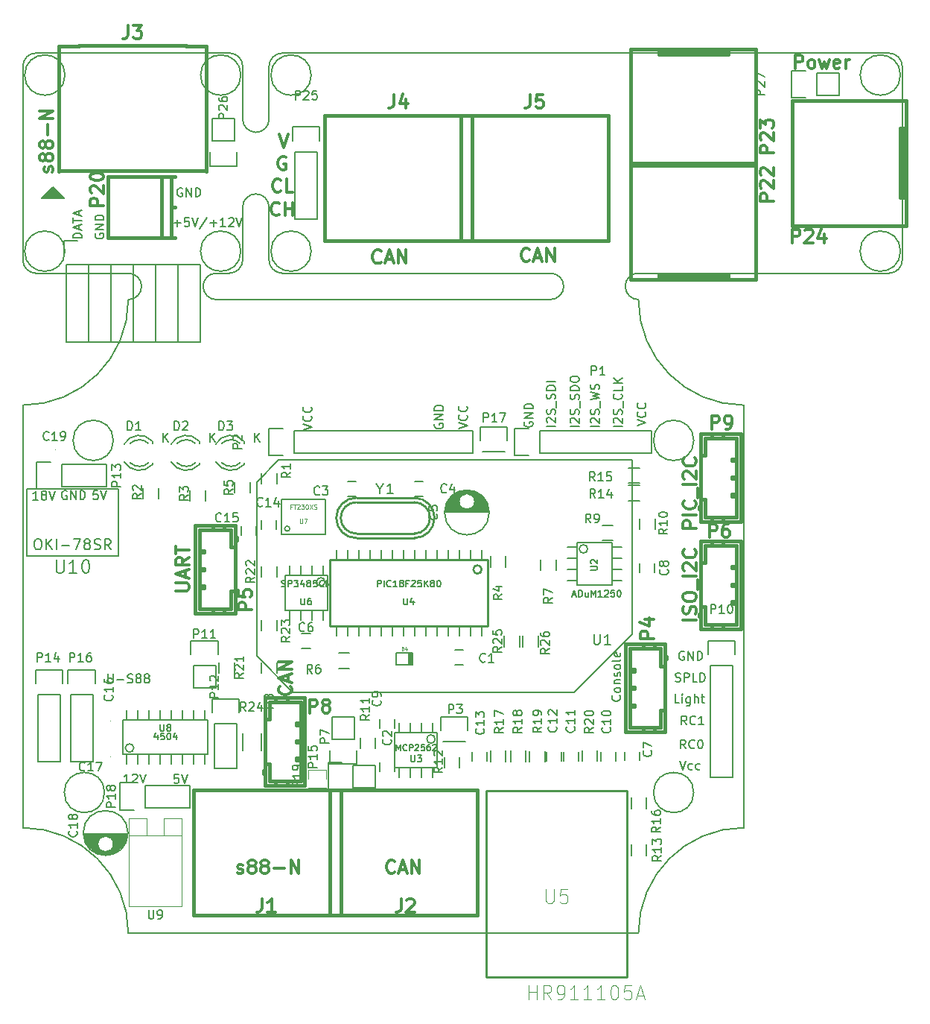
<source format=gto>
G04 #@! TF.FileFunction,Legend,Top*
%FSLAX46Y46*%
G04 Gerber Fmt 4.6, Leading zero omitted, Abs format (unit mm)*
G04 Created by KiCad (PCBNEW 4.0.2+dfsg1-stable) date Di 21 Feb 2017 01:47:22 CET*
%MOMM*%
G01*
G04 APERTURE LIST*
%ADD10C,0.100000*%
%ADD11C,0.200000*%
%ADD12C,0.300000*%
%ADD13C,0.150000*%
%ADD14C,0.381000*%
%ADD15C,0.127000*%
%ADD16C,0.254000*%
%ADD17C,0.304800*%
%ADD18C,0.149860*%
%ADD19C,0.050000*%
%ADD20C,0.140000*%
%ADD21C,0.152400*%
%ADD22C,0.099060*%
G04 APERTURE END LIST*
D10*
D11*
X131852381Y-88783333D02*
X132852381Y-88450000D01*
X131852381Y-88116666D01*
X132757143Y-87211904D02*
X132804762Y-87259523D01*
X132852381Y-87402380D01*
X132852381Y-87497618D01*
X132804762Y-87640476D01*
X132709524Y-87735714D01*
X132614286Y-87783333D01*
X132423810Y-87830952D01*
X132280952Y-87830952D01*
X132090476Y-87783333D01*
X131995238Y-87735714D01*
X131900000Y-87640476D01*
X131852381Y-87497618D01*
X131852381Y-87402380D01*
X131900000Y-87259523D01*
X131947619Y-87211904D01*
X132757143Y-86211904D02*
X132804762Y-86259523D01*
X132852381Y-86402380D01*
X132852381Y-86497618D01*
X132804762Y-86640476D01*
X132709524Y-86735714D01*
X132614286Y-86783333D01*
X132423810Y-86830952D01*
X132280952Y-86830952D01*
X132090476Y-86783333D01*
X131995238Y-86735714D01*
X131900000Y-86640476D01*
X131852381Y-86497618D01*
X131852381Y-86402380D01*
X131900000Y-86259523D01*
X131947619Y-86211904D01*
X149552381Y-88683333D02*
X150552381Y-88350000D01*
X149552381Y-88016666D01*
X150457143Y-87111904D02*
X150504762Y-87159523D01*
X150552381Y-87302380D01*
X150552381Y-87397618D01*
X150504762Y-87540476D01*
X150409524Y-87635714D01*
X150314286Y-87683333D01*
X150123810Y-87730952D01*
X149980952Y-87730952D01*
X149790476Y-87683333D01*
X149695238Y-87635714D01*
X149600000Y-87540476D01*
X149552381Y-87397618D01*
X149552381Y-87302380D01*
X149600000Y-87159523D01*
X149647619Y-87111904D01*
X150457143Y-86111904D02*
X150504762Y-86159523D01*
X150552381Y-86302380D01*
X150552381Y-86397618D01*
X150504762Y-86540476D01*
X150409524Y-86635714D01*
X150314286Y-86683333D01*
X150123810Y-86730952D01*
X149980952Y-86730952D01*
X149790476Y-86683333D01*
X149695238Y-86635714D01*
X149600000Y-86540476D01*
X149552381Y-86397618D01*
X149552381Y-86302380D01*
X149600000Y-86159523D01*
X149647619Y-86111904D01*
X146850000Y-88111904D02*
X146802381Y-88207142D01*
X146802381Y-88349999D01*
X146850000Y-88492857D01*
X146945238Y-88588095D01*
X147040476Y-88635714D01*
X147230952Y-88683333D01*
X147373810Y-88683333D01*
X147564286Y-88635714D01*
X147659524Y-88588095D01*
X147754762Y-88492857D01*
X147802381Y-88349999D01*
X147802381Y-88254761D01*
X147754762Y-88111904D01*
X147707143Y-88064285D01*
X147373810Y-88064285D01*
X147373810Y-88254761D01*
X147802381Y-87635714D02*
X146802381Y-87635714D01*
X147802381Y-87064285D01*
X146802381Y-87064285D01*
X147802381Y-86588095D02*
X146802381Y-86588095D01*
X146802381Y-86350000D01*
X146850000Y-86207142D01*
X146945238Y-86111904D01*
X147040476Y-86064285D01*
X147230952Y-86016666D01*
X147373810Y-86016666D01*
X147564286Y-86064285D01*
X147659524Y-86111904D01*
X147754762Y-86207142D01*
X147802381Y-86350000D01*
X147802381Y-86588095D01*
X157050000Y-87911904D02*
X157002381Y-88007142D01*
X157002381Y-88149999D01*
X157050000Y-88292857D01*
X157145238Y-88388095D01*
X157240476Y-88435714D01*
X157430952Y-88483333D01*
X157573810Y-88483333D01*
X157764286Y-88435714D01*
X157859524Y-88388095D01*
X157954762Y-88292857D01*
X158002381Y-88149999D01*
X158002381Y-88054761D01*
X157954762Y-87911904D01*
X157907143Y-87864285D01*
X157573810Y-87864285D01*
X157573810Y-88054761D01*
X158002381Y-87435714D02*
X157002381Y-87435714D01*
X158002381Y-86864285D01*
X157002381Y-86864285D01*
X158002381Y-86388095D02*
X157002381Y-86388095D01*
X157002381Y-86150000D01*
X157050000Y-86007142D01*
X157145238Y-85911904D01*
X157240476Y-85864285D01*
X157430952Y-85816666D01*
X157573810Y-85816666D01*
X157764286Y-85864285D01*
X157859524Y-85911904D01*
X157954762Y-86007142D01*
X158002381Y-86150000D01*
X158002381Y-86388095D01*
X160552381Y-88397619D02*
X159552381Y-88397619D01*
X159647619Y-87969048D02*
X159600000Y-87921429D01*
X159552381Y-87826191D01*
X159552381Y-87588095D01*
X159600000Y-87492857D01*
X159647619Y-87445238D01*
X159742857Y-87397619D01*
X159838095Y-87397619D01*
X159980952Y-87445238D01*
X160552381Y-88016667D01*
X160552381Y-87397619D01*
X160504762Y-87016667D02*
X160552381Y-86873810D01*
X160552381Y-86635714D01*
X160504762Y-86540476D01*
X160457143Y-86492857D01*
X160361905Y-86445238D01*
X160266667Y-86445238D01*
X160171429Y-86492857D01*
X160123810Y-86540476D01*
X160076190Y-86635714D01*
X160028571Y-86826191D01*
X159980952Y-86921429D01*
X159933333Y-86969048D01*
X159838095Y-87016667D01*
X159742857Y-87016667D01*
X159647619Y-86969048D01*
X159600000Y-86921429D01*
X159552381Y-86826191D01*
X159552381Y-86588095D01*
X159600000Y-86445238D01*
X160647619Y-86254762D02*
X160647619Y-85492857D01*
X160504762Y-85302381D02*
X160552381Y-85159524D01*
X160552381Y-84921428D01*
X160504762Y-84826190D01*
X160457143Y-84778571D01*
X160361905Y-84730952D01*
X160266667Y-84730952D01*
X160171429Y-84778571D01*
X160123810Y-84826190D01*
X160076190Y-84921428D01*
X160028571Y-85111905D01*
X159980952Y-85207143D01*
X159933333Y-85254762D01*
X159838095Y-85302381D01*
X159742857Y-85302381D01*
X159647619Y-85254762D01*
X159600000Y-85207143D01*
X159552381Y-85111905D01*
X159552381Y-84873809D01*
X159600000Y-84730952D01*
X160552381Y-84302381D02*
X159552381Y-84302381D01*
X159552381Y-84064286D01*
X159600000Y-83921428D01*
X159695238Y-83826190D01*
X159790476Y-83778571D01*
X159980952Y-83730952D01*
X160123810Y-83730952D01*
X160314286Y-83778571D01*
X160409524Y-83826190D01*
X160504762Y-83921428D01*
X160552381Y-84064286D01*
X160552381Y-84302381D01*
X160552381Y-83302381D02*
X159552381Y-83302381D01*
X163252381Y-88433333D02*
X162252381Y-88433333D01*
X162347619Y-88004762D02*
X162300000Y-87957143D01*
X162252381Y-87861905D01*
X162252381Y-87623809D01*
X162300000Y-87528571D01*
X162347619Y-87480952D01*
X162442857Y-87433333D01*
X162538095Y-87433333D01*
X162680952Y-87480952D01*
X163252381Y-88052381D01*
X163252381Y-87433333D01*
X163204762Y-87052381D02*
X163252381Y-86909524D01*
X163252381Y-86671428D01*
X163204762Y-86576190D01*
X163157143Y-86528571D01*
X163061905Y-86480952D01*
X162966667Y-86480952D01*
X162871429Y-86528571D01*
X162823810Y-86576190D01*
X162776190Y-86671428D01*
X162728571Y-86861905D01*
X162680952Y-86957143D01*
X162633333Y-87004762D01*
X162538095Y-87052381D01*
X162442857Y-87052381D01*
X162347619Y-87004762D01*
X162300000Y-86957143D01*
X162252381Y-86861905D01*
X162252381Y-86623809D01*
X162300000Y-86480952D01*
X163347619Y-86290476D02*
X163347619Y-85528571D01*
X163204762Y-85338095D02*
X163252381Y-85195238D01*
X163252381Y-84957142D01*
X163204762Y-84861904D01*
X163157143Y-84814285D01*
X163061905Y-84766666D01*
X162966667Y-84766666D01*
X162871429Y-84814285D01*
X162823810Y-84861904D01*
X162776190Y-84957142D01*
X162728571Y-85147619D01*
X162680952Y-85242857D01*
X162633333Y-85290476D01*
X162538095Y-85338095D01*
X162442857Y-85338095D01*
X162347619Y-85290476D01*
X162300000Y-85242857D01*
X162252381Y-85147619D01*
X162252381Y-84909523D01*
X162300000Y-84766666D01*
X163252381Y-84338095D02*
X162252381Y-84338095D01*
X162252381Y-84100000D01*
X162300000Y-83957142D01*
X162395238Y-83861904D01*
X162490476Y-83814285D01*
X162680952Y-83766666D01*
X162823810Y-83766666D01*
X163014286Y-83814285D01*
X163109524Y-83861904D01*
X163204762Y-83957142D01*
X163252381Y-84100000D01*
X163252381Y-84338095D01*
X162252381Y-83147619D02*
X162252381Y-82957142D01*
X162300000Y-82861904D01*
X162395238Y-82766666D01*
X162585714Y-82719047D01*
X162919048Y-82719047D01*
X163109524Y-82766666D01*
X163204762Y-82861904D01*
X163252381Y-82957142D01*
X163252381Y-83147619D01*
X163204762Y-83242857D01*
X163109524Y-83338095D01*
X162919048Y-83385714D01*
X162585714Y-83385714D01*
X162395238Y-83338095D01*
X162300000Y-83242857D01*
X162252381Y-83147619D01*
X165552381Y-88430952D02*
X164552381Y-88430952D01*
X164647619Y-88002381D02*
X164600000Y-87954762D01*
X164552381Y-87859524D01*
X164552381Y-87621428D01*
X164600000Y-87526190D01*
X164647619Y-87478571D01*
X164742857Y-87430952D01*
X164838095Y-87430952D01*
X164980952Y-87478571D01*
X165552381Y-88050000D01*
X165552381Y-87430952D01*
X165504762Y-87050000D02*
X165552381Y-86907143D01*
X165552381Y-86669047D01*
X165504762Y-86573809D01*
X165457143Y-86526190D01*
X165361905Y-86478571D01*
X165266667Y-86478571D01*
X165171429Y-86526190D01*
X165123810Y-86573809D01*
X165076190Y-86669047D01*
X165028571Y-86859524D01*
X164980952Y-86954762D01*
X164933333Y-87002381D01*
X164838095Y-87050000D01*
X164742857Y-87050000D01*
X164647619Y-87002381D01*
X164600000Y-86954762D01*
X164552381Y-86859524D01*
X164552381Y-86621428D01*
X164600000Y-86478571D01*
X165647619Y-86288095D02*
X165647619Y-85526190D01*
X164552381Y-85383333D02*
X165552381Y-85145238D01*
X164838095Y-84954761D01*
X165552381Y-84764285D01*
X164552381Y-84526190D01*
X165504762Y-84192857D02*
X165552381Y-84050000D01*
X165552381Y-83811904D01*
X165504762Y-83716666D01*
X165457143Y-83669047D01*
X165361905Y-83621428D01*
X165266667Y-83621428D01*
X165171429Y-83669047D01*
X165123810Y-83716666D01*
X165076190Y-83811904D01*
X165028571Y-84002381D01*
X164980952Y-84097619D01*
X164933333Y-84145238D01*
X164838095Y-84192857D01*
X164742857Y-84192857D01*
X164647619Y-84145238D01*
X164600000Y-84097619D01*
X164552381Y-84002381D01*
X164552381Y-83764285D01*
X164600000Y-83621428D01*
X169852381Y-88333333D02*
X170852381Y-88000000D01*
X169852381Y-87666666D01*
X170757143Y-86761904D02*
X170804762Y-86809523D01*
X170852381Y-86952380D01*
X170852381Y-87047618D01*
X170804762Y-87190476D01*
X170709524Y-87285714D01*
X170614286Y-87333333D01*
X170423810Y-87380952D01*
X170280952Y-87380952D01*
X170090476Y-87333333D01*
X169995238Y-87285714D01*
X169900000Y-87190476D01*
X169852381Y-87047618D01*
X169852381Y-86952380D01*
X169900000Y-86809523D01*
X169947619Y-86761904D01*
X170757143Y-85761904D02*
X170804762Y-85809523D01*
X170852381Y-85952380D01*
X170852381Y-86047618D01*
X170804762Y-86190476D01*
X170709524Y-86285714D01*
X170614286Y-86333333D01*
X170423810Y-86380952D01*
X170280952Y-86380952D01*
X170090476Y-86333333D01*
X169995238Y-86285714D01*
X169900000Y-86190476D01*
X169852381Y-86047618D01*
X169852381Y-85952380D01*
X169900000Y-85809523D01*
X169947619Y-85761904D01*
X168152381Y-88438095D02*
X167152381Y-88438095D01*
X167247619Y-88009524D02*
X167200000Y-87961905D01*
X167152381Y-87866667D01*
X167152381Y-87628571D01*
X167200000Y-87533333D01*
X167247619Y-87485714D01*
X167342857Y-87438095D01*
X167438095Y-87438095D01*
X167580952Y-87485714D01*
X168152381Y-88057143D01*
X168152381Y-87438095D01*
X168104762Y-87057143D02*
X168152381Y-86914286D01*
X168152381Y-86676190D01*
X168104762Y-86580952D01*
X168057143Y-86533333D01*
X167961905Y-86485714D01*
X167866667Y-86485714D01*
X167771429Y-86533333D01*
X167723810Y-86580952D01*
X167676190Y-86676190D01*
X167628571Y-86866667D01*
X167580952Y-86961905D01*
X167533333Y-87009524D01*
X167438095Y-87057143D01*
X167342857Y-87057143D01*
X167247619Y-87009524D01*
X167200000Y-86961905D01*
X167152381Y-86866667D01*
X167152381Y-86628571D01*
X167200000Y-86485714D01*
X168247619Y-86295238D02*
X168247619Y-85533333D01*
X168057143Y-84723809D02*
X168104762Y-84771428D01*
X168152381Y-84914285D01*
X168152381Y-85009523D01*
X168104762Y-85152381D01*
X168009524Y-85247619D01*
X167914286Y-85295238D01*
X167723810Y-85342857D01*
X167580952Y-85342857D01*
X167390476Y-85295238D01*
X167295238Y-85247619D01*
X167200000Y-85152381D01*
X167152381Y-85009523D01*
X167152381Y-84914285D01*
X167200000Y-84771428D01*
X167247619Y-84723809D01*
X168152381Y-83819047D02*
X168152381Y-84295238D01*
X167152381Y-84295238D01*
X168152381Y-83485714D02*
X167152381Y-83485714D01*
X168152381Y-82914285D02*
X167580952Y-83342857D01*
X167152381Y-82914285D02*
X167723810Y-83485714D01*
X104988096Y-95750000D02*
X104892858Y-95702381D01*
X104750001Y-95702381D01*
X104607143Y-95750000D01*
X104511905Y-95845238D01*
X104464286Y-95940476D01*
X104416667Y-96130952D01*
X104416667Y-96273810D01*
X104464286Y-96464286D01*
X104511905Y-96559524D01*
X104607143Y-96654762D01*
X104750001Y-96702381D01*
X104845239Y-96702381D01*
X104988096Y-96654762D01*
X105035715Y-96607143D01*
X105035715Y-96273810D01*
X104845239Y-96273810D01*
X105464286Y-96702381D02*
X105464286Y-95702381D01*
X106035715Y-96702381D01*
X106035715Y-95702381D01*
X106511905Y-96702381D02*
X106511905Y-95702381D01*
X106750000Y-95702381D01*
X106892858Y-95750000D01*
X106988096Y-95845238D01*
X107035715Y-95940476D01*
X107083334Y-96130952D01*
X107083334Y-96273810D01*
X107035715Y-96464286D01*
X106988096Y-96559524D01*
X106892858Y-96654762D01*
X106750000Y-96702381D01*
X106511905Y-96702381D01*
X101730953Y-96752381D02*
X101159524Y-96752381D01*
X101445238Y-96752381D02*
X101445238Y-95752381D01*
X101350000Y-95895238D01*
X101254762Y-95990476D01*
X101159524Y-96038095D01*
X102302381Y-96180952D02*
X102207143Y-96133333D01*
X102159524Y-96085714D01*
X102111905Y-95990476D01*
X102111905Y-95942857D01*
X102159524Y-95847619D01*
X102207143Y-95800000D01*
X102302381Y-95752381D01*
X102492858Y-95752381D01*
X102588096Y-95800000D01*
X102635715Y-95847619D01*
X102683334Y-95942857D01*
X102683334Y-95990476D01*
X102635715Y-96085714D01*
X102588096Y-96133333D01*
X102492858Y-96180952D01*
X102302381Y-96180952D01*
X102207143Y-96228571D01*
X102159524Y-96276190D01*
X102111905Y-96371429D01*
X102111905Y-96561905D01*
X102159524Y-96657143D01*
X102207143Y-96704762D01*
X102302381Y-96752381D01*
X102492858Y-96752381D01*
X102588096Y-96704762D01*
X102635715Y-96657143D01*
X102683334Y-96561905D01*
X102683334Y-96371429D01*
X102635715Y-96276190D01*
X102588096Y-96228571D01*
X102492858Y-96180952D01*
X102969048Y-95752381D02*
X103302381Y-96752381D01*
X103635715Y-95752381D01*
X108509524Y-95702381D02*
X108033333Y-95702381D01*
X107985714Y-96178571D01*
X108033333Y-96130952D01*
X108128571Y-96083333D01*
X108366667Y-96083333D01*
X108461905Y-96130952D01*
X108509524Y-96178571D01*
X108557143Y-96273810D01*
X108557143Y-96511905D01*
X108509524Y-96607143D01*
X108461905Y-96654762D01*
X108366667Y-96702381D01*
X108128571Y-96702381D01*
X108033333Y-96654762D01*
X107985714Y-96607143D01*
X108842857Y-95702381D02*
X109176190Y-96702381D01*
X109509524Y-95702381D01*
D12*
X187853215Y-47732071D02*
X187853215Y-46232071D01*
X188424643Y-46232071D01*
X188567501Y-46303500D01*
X188638929Y-46374929D01*
X188710358Y-46517786D01*
X188710358Y-46732071D01*
X188638929Y-46874929D01*
X188567501Y-46946357D01*
X188424643Y-47017786D01*
X187853215Y-47017786D01*
X189567501Y-47732071D02*
X189424643Y-47660643D01*
X189353215Y-47589214D01*
X189281786Y-47446357D01*
X189281786Y-47017786D01*
X189353215Y-46874929D01*
X189424643Y-46803500D01*
X189567501Y-46732071D01*
X189781786Y-46732071D01*
X189924643Y-46803500D01*
X189996072Y-46874929D01*
X190067501Y-47017786D01*
X190067501Y-47446357D01*
X189996072Y-47589214D01*
X189924643Y-47660643D01*
X189781786Y-47732071D01*
X189567501Y-47732071D01*
X190567501Y-46732071D02*
X190853215Y-47732071D01*
X191138929Y-47017786D01*
X191424644Y-47732071D01*
X191710358Y-46732071D01*
X192853215Y-47660643D02*
X192710358Y-47732071D01*
X192424644Y-47732071D01*
X192281787Y-47660643D01*
X192210358Y-47517786D01*
X192210358Y-46946357D01*
X192281787Y-46803500D01*
X192424644Y-46732071D01*
X192710358Y-46732071D01*
X192853215Y-46803500D01*
X192924644Y-46946357D01*
X192924644Y-47089214D01*
X192210358Y-47232071D01*
X193567501Y-47732071D02*
X193567501Y-46732071D01*
X193567501Y-47017786D02*
X193638929Y-46874929D01*
X193710358Y-46803500D01*
X193853215Y-46732071D01*
X193996072Y-46732071D01*
D11*
X167870143Y-118982857D02*
X167917762Y-119030476D01*
X167965381Y-119173333D01*
X167965381Y-119268571D01*
X167917762Y-119411429D01*
X167822524Y-119506667D01*
X167727286Y-119554286D01*
X167536810Y-119601905D01*
X167393952Y-119601905D01*
X167203476Y-119554286D01*
X167108238Y-119506667D01*
X167013000Y-119411429D01*
X166965381Y-119268571D01*
X166965381Y-119173333D01*
X167013000Y-119030476D01*
X167060619Y-118982857D01*
X167965381Y-118411429D02*
X167917762Y-118506667D01*
X167870143Y-118554286D01*
X167774905Y-118601905D01*
X167489190Y-118601905D01*
X167393952Y-118554286D01*
X167346333Y-118506667D01*
X167298714Y-118411429D01*
X167298714Y-118268571D01*
X167346333Y-118173333D01*
X167393952Y-118125714D01*
X167489190Y-118078095D01*
X167774905Y-118078095D01*
X167870143Y-118125714D01*
X167917762Y-118173333D01*
X167965381Y-118268571D01*
X167965381Y-118411429D01*
X167298714Y-117649524D02*
X167965381Y-117649524D01*
X167393952Y-117649524D02*
X167346333Y-117601905D01*
X167298714Y-117506667D01*
X167298714Y-117363809D01*
X167346333Y-117268571D01*
X167441571Y-117220952D01*
X167965381Y-117220952D01*
X167917762Y-116792381D02*
X167965381Y-116697143D01*
X167965381Y-116506667D01*
X167917762Y-116411428D01*
X167822524Y-116363809D01*
X167774905Y-116363809D01*
X167679667Y-116411428D01*
X167632048Y-116506667D01*
X167632048Y-116649524D01*
X167584429Y-116744762D01*
X167489190Y-116792381D01*
X167441571Y-116792381D01*
X167346333Y-116744762D01*
X167298714Y-116649524D01*
X167298714Y-116506667D01*
X167346333Y-116411428D01*
X167965381Y-115792381D02*
X167917762Y-115887619D01*
X167870143Y-115935238D01*
X167774905Y-115982857D01*
X167489190Y-115982857D01*
X167393952Y-115935238D01*
X167346333Y-115887619D01*
X167298714Y-115792381D01*
X167298714Y-115649523D01*
X167346333Y-115554285D01*
X167393952Y-115506666D01*
X167489190Y-115459047D01*
X167774905Y-115459047D01*
X167870143Y-115506666D01*
X167917762Y-115554285D01*
X167965381Y-115649523D01*
X167965381Y-115792381D01*
X167965381Y-114887619D02*
X167917762Y-114982857D01*
X167822524Y-115030476D01*
X166965381Y-115030476D01*
X167917762Y-114125713D02*
X167965381Y-114220951D01*
X167965381Y-114411428D01*
X167917762Y-114506666D01*
X167822524Y-114554285D01*
X167441571Y-114554285D01*
X167346333Y-114506666D01*
X167298714Y-114411428D01*
X167298714Y-114220951D01*
X167346333Y-114125713D01*
X167441571Y-114078094D01*
X167536810Y-114078094D01*
X167632048Y-114554285D01*
X109680667Y-116546381D02*
X109680667Y-117355905D01*
X109728286Y-117451143D01*
X109775905Y-117498762D01*
X109871143Y-117546381D01*
X110061620Y-117546381D01*
X110156858Y-117498762D01*
X110204477Y-117451143D01*
X110252096Y-117355905D01*
X110252096Y-116546381D01*
X110728286Y-117165429D02*
X111490191Y-117165429D01*
X111918762Y-117498762D02*
X112061619Y-117546381D01*
X112299715Y-117546381D01*
X112394953Y-117498762D01*
X112442572Y-117451143D01*
X112490191Y-117355905D01*
X112490191Y-117260667D01*
X112442572Y-117165429D01*
X112394953Y-117117810D01*
X112299715Y-117070190D01*
X112109238Y-117022571D01*
X112014000Y-116974952D01*
X111966381Y-116927333D01*
X111918762Y-116832095D01*
X111918762Y-116736857D01*
X111966381Y-116641619D01*
X112014000Y-116594000D01*
X112109238Y-116546381D01*
X112347334Y-116546381D01*
X112490191Y-116594000D01*
X113061619Y-116974952D02*
X112966381Y-116927333D01*
X112918762Y-116879714D01*
X112871143Y-116784476D01*
X112871143Y-116736857D01*
X112918762Y-116641619D01*
X112966381Y-116594000D01*
X113061619Y-116546381D01*
X113252096Y-116546381D01*
X113347334Y-116594000D01*
X113394953Y-116641619D01*
X113442572Y-116736857D01*
X113442572Y-116784476D01*
X113394953Y-116879714D01*
X113347334Y-116927333D01*
X113252096Y-116974952D01*
X113061619Y-116974952D01*
X112966381Y-117022571D01*
X112918762Y-117070190D01*
X112871143Y-117165429D01*
X112871143Y-117355905D01*
X112918762Y-117451143D01*
X112966381Y-117498762D01*
X113061619Y-117546381D01*
X113252096Y-117546381D01*
X113347334Y-117498762D01*
X113394953Y-117451143D01*
X113442572Y-117355905D01*
X113442572Y-117165429D01*
X113394953Y-117070190D01*
X113347334Y-117022571D01*
X113252096Y-116974952D01*
X114014000Y-116974952D02*
X113918762Y-116927333D01*
X113871143Y-116879714D01*
X113823524Y-116784476D01*
X113823524Y-116736857D01*
X113871143Y-116641619D01*
X113918762Y-116594000D01*
X114014000Y-116546381D01*
X114204477Y-116546381D01*
X114299715Y-116594000D01*
X114347334Y-116641619D01*
X114394953Y-116736857D01*
X114394953Y-116784476D01*
X114347334Y-116879714D01*
X114299715Y-116927333D01*
X114204477Y-116974952D01*
X114014000Y-116974952D01*
X113918762Y-117022571D01*
X113871143Y-117070190D01*
X113823524Y-117165429D01*
X113823524Y-117355905D01*
X113871143Y-117451143D01*
X113918762Y-117498762D01*
X114014000Y-117546381D01*
X114204477Y-117546381D01*
X114299715Y-117498762D01*
X114347334Y-117451143D01*
X114394953Y-117355905D01*
X114394953Y-117165429D01*
X114347334Y-117070190D01*
X114299715Y-117022571D01*
X114204477Y-116974952D01*
X117709524Y-127952381D02*
X117233333Y-127952381D01*
X117185714Y-128428571D01*
X117233333Y-128380952D01*
X117328571Y-128333333D01*
X117566667Y-128333333D01*
X117661905Y-128380952D01*
X117709524Y-128428571D01*
X117757143Y-128523810D01*
X117757143Y-128761905D01*
X117709524Y-128857143D01*
X117661905Y-128904762D01*
X117566667Y-128952381D01*
X117328571Y-128952381D01*
X117233333Y-128904762D01*
X117185714Y-128857143D01*
X118042857Y-127952381D02*
X118376190Y-128952381D01*
X118709524Y-127952381D01*
X112080953Y-128902381D02*
X111509524Y-128902381D01*
X111795238Y-128902381D02*
X111795238Y-127902381D01*
X111700000Y-128045238D01*
X111604762Y-128140476D01*
X111509524Y-128188095D01*
X112461905Y-127997619D02*
X112509524Y-127950000D01*
X112604762Y-127902381D01*
X112842858Y-127902381D01*
X112938096Y-127950000D01*
X112985715Y-127997619D01*
X113033334Y-128092857D01*
X113033334Y-128188095D01*
X112985715Y-128330952D01*
X112414286Y-128902381D01*
X113033334Y-128902381D01*
X113319048Y-127902381D02*
X113652381Y-128902381D01*
X113985715Y-127902381D01*
X103251000Y-61468000D02*
X103378000Y-61341000D01*
X103505000Y-61468000D02*
X103251000Y-61468000D01*
X103632000Y-61595000D02*
X103505000Y-61468000D01*
X103124000Y-61595000D02*
X103632000Y-61595000D01*
X102997000Y-61722000D02*
X103124000Y-61595000D01*
X103759000Y-61722000D02*
X102997000Y-61722000D01*
X103886000Y-61849000D02*
X103759000Y-61722000D01*
X102870000Y-61849000D02*
X103886000Y-61849000D01*
X102997000Y-61722000D02*
X102870000Y-61849000D01*
X102743000Y-61976000D02*
X102997000Y-61722000D01*
X104013000Y-61976000D02*
X102743000Y-61976000D01*
X104140000Y-62103000D02*
X104013000Y-61976000D01*
X104013000Y-62103000D02*
X104140000Y-62103000D01*
X102616000Y-62103000D02*
X104013000Y-62103000D01*
X102489000Y-62230000D02*
X102616000Y-62103000D01*
X104267000Y-62230000D02*
X102489000Y-62230000D01*
X104394000Y-62357000D02*
X104267000Y-62230000D01*
X102362000Y-62357000D02*
X104394000Y-62357000D01*
X102108000Y-62484000D02*
X102362000Y-62230000D01*
X104648000Y-62484000D02*
X102108000Y-62484000D01*
X103378000Y-61214000D02*
X104648000Y-62484000D01*
X102108000Y-62484000D02*
X103378000Y-61214000D01*
D12*
X129141600Y-55236371D02*
X129641600Y-56736371D01*
X130141600Y-55236371D01*
X129882057Y-57822400D02*
X129739200Y-57750971D01*
X129524914Y-57750971D01*
X129310629Y-57822400D01*
X129167771Y-57965257D01*
X129096343Y-58108114D01*
X129024914Y-58393829D01*
X129024914Y-58608114D01*
X129096343Y-58893829D01*
X129167771Y-59036686D01*
X129310629Y-59179543D01*
X129524914Y-59250971D01*
X129667771Y-59250971D01*
X129882057Y-59179543D01*
X129953486Y-59108114D01*
X129953486Y-58608114D01*
X129667771Y-58608114D01*
X129167772Y-64315114D02*
X129096343Y-64386543D01*
X128882057Y-64457971D01*
X128739200Y-64457971D01*
X128524915Y-64386543D01*
X128382057Y-64243686D01*
X128310629Y-64100829D01*
X128239200Y-63815114D01*
X128239200Y-63600829D01*
X128310629Y-63315114D01*
X128382057Y-63172257D01*
X128524915Y-63029400D01*
X128739200Y-62957971D01*
X128882057Y-62957971D01*
X129096343Y-63029400D01*
X129167772Y-63100829D01*
X129810629Y-64457971D02*
X129810629Y-62957971D01*
X129810629Y-63672257D02*
X130667772Y-63672257D01*
X130667772Y-64457971D02*
X130667772Y-62957971D01*
X129320943Y-61648114D02*
X129249514Y-61719543D01*
X129035228Y-61790971D01*
X128892371Y-61790971D01*
X128678086Y-61719543D01*
X128535228Y-61576686D01*
X128463800Y-61433829D01*
X128392371Y-61148114D01*
X128392371Y-60933829D01*
X128463800Y-60648114D01*
X128535228Y-60505257D01*
X128678086Y-60362400D01*
X128892371Y-60290971D01*
X129035228Y-60290971D01*
X129249514Y-60362400D01*
X129320943Y-60433829D01*
X130678086Y-61790971D02*
X129963800Y-61790971D01*
X129963800Y-60290971D01*
D11*
X108250000Y-66511904D02*
X108202381Y-66607142D01*
X108202381Y-66749999D01*
X108250000Y-66892857D01*
X108345238Y-66988095D01*
X108440476Y-67035714D01*
X108630952Y-67083333D01*
X108773810Y-67083333D01*
X108964286Y-67035714D01*
X109059524Y-66988095D01*
X109154762Y-66892857D01*
X109202381Y-66749999D01*
X109202381Y-66654761D01*
X109154762Y-66511904D01*
X109107143Y-66464285D01*
X108773810Y-66464285D01*
X108773810Y-66654761D01*
X109202381Y-66035714D02*
X108202381Y-66035714D01*
X109202381Y-65464285D01*
X108202381Y-65464285D01*
X109202381Y-64988095D02*
X108202381Y-64988095D01*
X108202381Y-64750000D01*
X108250000Y-64607142D01*
X108345238Y-64511904D01*
X108440476Y-64464285D01*
X108630952Y-64416666D01*
X108773810Y-64416666D01*
X108964286Y-64464285D01*
X109059524Y-64511904D01*
X109154762Y-64607142D01*
X109202381Y-64750000D01*
X109202381Y-64988095D01*
X106702381Y-67000000D02*
X105702381Y-67000000D01*
X105702381Y-66761905D01*
X105750000Y-66619047D01*
X105845238Y-66523809D01*
X105940476Y-66476190D01*
X106130952Y-66428571D01*
X106273810Y-66428571D01*
X106464286Y-66476190D01*
X106559524Y-66523809D01*
X106654762Y-66619047D01*
X106702381Y-66761905D01*
X106702381Y-67000000D01*
X106416667Y-66047619D02*
X106416667Y-65571428D01*
X106702381Y-66142857D02*
X105702381Y-65809524D01*
X106702381Y-65476190D01*
X105702381Y-65285714D02*
X105702381Y-64714285D01*
X106702381Y-65000000D02*
X105702381Y-65000000D01*
X106416667Y-64428571D02*
X106416667Y-63952380D01*
X106702381Y-64523809D02*
X105702381Y-64190476D01*
X106702381Y-63857142D01*
X118110096Y-61349000D02*
X118014858Y-61301381D01*
X117872001Y-61301381D01*
X117729143Y-61349000D01*
X117633905Y-61444238D01*
X117586286Y-61539476D01*
X117538667Y-61729952D01*
X117538667Y-61872810D01*
X117586286Y-62063286D01*
X117633905Y-62158524D01*
X117729143Y-62253762D01*
X117872001Y-62301381D01*
X117967239Y-62301381D01*
X118110096Y-62253762D01*
X118157715Y-62206143D01*
X118157715Y-61872810D01*
X117967239Y-61872810D01*
X118586286Y-62301381D02*
X118586286Y-61301381D01*
X119157715Y-62301381D01*
X119157715Y-61301381D01*
X119633905Y-62301381D02*
X119633905Y-61301381D01*
X119872000Y-61301381D01*
X120014858Y-61349000D01*
X120110096Y-61444238D01*
X120157715Y-61539476D01*
X120205334Y-61729952D01*
X120205334Y-61872810D01*
X120157715Y-62063286D01*
X120110096Y-62158524D01*
X120014858Y-62253762D01*
X119872000Y-62301381D01*
X119633905Y-62301381D01*
X117190476Y-65321429D02*
X117952381Y-65321429D01*
X117571429Y-65702381D02*
X117571429Y-64940476D01*
X118904762Y-64702381D02*
X118428571Y-64702381D01*
X118380952Y-65178571D01*
X118428571Y-65130952D01*
X118523809Y-65083333D01*
X118761905Y-65083333D01*
X118857143Y-65130952D01*
X118904762Y-65178571D01*
X118952381Y-65273810D01*
X118952381Y-65511905D01*
X118904762Y-65607143D01*
X118857143Y-65654762D01*
X118761905Y-65702381D01*
X118523809Y-65702381D01*
X118428571Y-65654762D01*
X118380952Y-65607143D01*
X119238095Y-64702381D02*
X119571428Y-65702381D01*
X119904762Y-64702381D01*
X120952381Y-64654762D02*
X120095238Y-65940476D01*
X121285714Y-65321429D02*
X122047619Y-65321429D01*
X121666667Y-65702381D02*
X121666667Y-64940476D01*
X123047619Y-65702381D02*
X122476190Y-65702381D01*
X122761904Y-65702381D02*
X122761904Y-64702381D01*
X122666666Y-64845238D01*
X122571428Y-64940476D01*
X122476190Y-64988095D01*
X123428571Y-64797619D02*
X123476190Y-64750000D01*
X123571428Y-64702381D01*
X123809524Y-64702381D01*
X123904762Y-64750000D01*
X123952381Y-64797619D01*
X124000000Y-64892857D01*
X124000000Y-64988095D01*
X123952381Y-65130952D01*
X123380952Y-65702381D01*
X124000000Y-65702381D01*
X124285714Y-64702381D02*
X124619047Y-65702381D01*
X124952381Y-64702381D01*
D13*
X129500000Y-71000000D02*
X160000000Y-71000000D01*
X122000000Y-71000000D02*
X123500000Y-71000000D01*
X198500000Y-46000000D02*
X129500000Y-46000000D01*
X123500000Y-46000000D02*
X101500000Y-46000000D01*
X170000000Y-71000000D02*
X198500000Y-71000000D01*
X122000000Y-74000000D02*
X160000000Y-74000000D01*
X160000000Y-74000000D02*
G75*
G03X161500000Y-72500000I0J1500000D01*
G01*
X161500000Y-72500000D02*
G75*
G03X160000000Y-71000000I-1500000J0D01*
G01*
X170000000Y-71000000D02*
G75*
G03X168500000Y-72500000I0J-1500000D01*
G01*
X168500000Y-72500000D02*
G75*
G03X170000000Y-74000000I1500000J0D01*
G01*
X128000000Y-47500000D02*
X128000000Y-53500000D01*
X128000000Y-63500000D02*
X128000000Y-69500000D01*
X125000000Y-63500000D02*
X125000000Y-69500000D01*
X125000000Y-47500000D02*
X125000000Y-53500000D01*
X126500000Y-55000000D02*
G75*
G03X128000000Y-53500000I0J1500000D01*
G01*
X125000000Y-53500000D02*
G75*
G03X126500000Y-55000000I1500000J0D01*
G01*
X128000000Y-63500000D02*
G75*
G03X126500000Y-62000000I-1500000J0D01*
G01*
X126500000Y-62000000D02*
G75*
G03X125000000Y-63500000I0J-1500000D01*
G01*
X129500000Y-46000000D02*
G75*
G03X128000000Y-47500000I0J-1500000D01*
G01*
X128000000Y-69500000D02*
G75*
G03X129500000Y-71000000I1500000J0D01*
G01*
X125000000Y-47500000D02*
G75*
G03X123500000Y-46000000I-1500000J0D01*
G01*
X123500000Y-71000000D02*
G75*
G03X125000000Y-69500000I0J1500000D01*
G01*
X112000000Y-71000000D02*
X101500000Y-71000000D01*
X120500000Y-72500000D02*
G75*
G03X122000000Y-74000000I1500000J0D01*
G01*
X122000000Y-71000000D02*
G75*
G03X120500000Y-72500000I0J-1500000D01*
G01*
X112000000Y-74000000D02*
G75*
G03X113500000Y-72500000I0J1500000D01*
G01*
X113500000Y-72500000D02*
G75*
G03X112000000Y-71000000I-1500000J0D01*
G01*
X200000000Y-69500000D02*
X200000000Y-47500000D01*
X100000000Y-47500000D02*
X100000000Y-69500000D01*
X198500000Y-71000000D02*
G75*
G03X200000000Y-69500000I0J1500000D01*
G01*
X200000000Y-47500000D02*
G75*
G03X198500000Y-46000000I-1500000J0D01*
G01*
X101500000Y-46000000D02*
G75*
G03X100000000Y-47500000I0J-1500000D01*
G01*
X100000000Y-69500000D02*
G75*
G03X101500000Y-71000000I1500000J0D01*
G01*
D11*
X175188096Y-114000000D02*
X175092858Y-113952381D01*
X174950001Y-113952381D01*
X174807143Y-114000000D01*
X174711905Y-114095238D01*
X174664286Y-114190476D01*
X174616667Y-114380952D01*
X174616667Y-114523810D01*
X174664286Y-114714286D01*
X174711905Y-114809524D01*
X174807143Y-114904762D01*
X174950001Y-114952381D01*
X175045239Y-114952381D01*
X175188096Y-114904762D01*
X175235715Y-114857143D01*
X175235715Y-114523810D01*
X175045239Y-114523810D01*
X175664286Y-114952381D02*
X175664286Y-113952381D01*
X176235715Y-114952381D01*
X176235715Y-113952381D01*
X176711905Y-114952381D02*
X176711905Y-113952381D01*
X176950000Y-113952381D01*
X177092858Y-114000000D01*
X177188096Y-114095238D01*
X177235715Y-114190476D01*
X177283334Y-114380952D01*
X177283334Y-114523810D01*
X177235715Y-114714286D01*
X177188096Y-114809524D01*
X177092858Y-114904762D01*
X176950000Y-114952381D01*
X176711905Y-114952381D01*
X174204524Y-117371762D02*
X174347381Y-117419381D01*
X174585477Y-117419381D01*
X174680715Y-117371762D01*
X174728334Y-117324143D01*
X174775953Y-117228905D01*
X174775953Y-117133667D01*
X174728334Y-117038429D01*
X174680715Y-116990810D01*
X174585477Y-116943190D01*
X174395000Y-116895571D01*
X174299762Y-116847952D01*
X174252143Y-116800333D01*
X174204524Y-116705095D01*
X174204524Y-116609857D01*
X174252143Y-116514619D01*
X174299762Y-116467000D01*
X174395000Y-116419381D01*
X174633096Y-116419381D01*
X174775953Y-116467000D01*
X175204524Y-117419381D02*
X175204524Y-116419381D01*
X175585477Y-116419381D01*
X175680715Y-116467000D01*
X175728334Y-116514619D01*
X175775953Y-116609857D01*
X175775953Y-116752714D01*
X175728334Y-116847952D01*
X175680715Y-116895571D01*
X175585477Y-116943190D01*
X175204524Y-116943190D01*
X176680715Y-117419381D02*
X176204524Y-117419381D01*
X176204524Y-116419381D01*
X177014048Y-117419381D02*
X177014048Y-116419381D01*
X177252143Y-116419381D01*
X177395001Y-116467000D01*
X177490239Y-116562238D01*
X177537858Y-116657476D01*
X177585477Y-116847952D01*
X177585477Y-116990810D01*
X177537858Y-117181286D01*
X177490239Y-117276524D01*
X177395001Y-117371762D01*
X177252143Y-117419381D01*
X177014048Y-117419381D01*
X174648953Y-119832381D02*
X174172762Y-119832381D01*
X174172762Y-118832381D01*
X174982286Y-119832381D02*
X174982286Y-119165714D01*
X174982286Y-118832381D02*
X174934667Y-118880000D01*
X174982286Y-118927619D01*
X175029905Y-118880000D01*
X174982286Y-118832381D01*
X174982286Y-118927619D01*
X175887048Y-119165714D02*
X175887048Y-119975238D01*
X175839429Y-120070476D01*
X175791810Y-120118095D01*
X175696571Y-120165714D01*
X175553714Y-120165714D01*
X175458476Y-120118095D01*
X175887048Y-119784762D02*
X175791810Y-119832381D01*
X175601333Y-119832381D01*
X175506095Y-119784762D01*
X175458476Y-119737143D01*
X175410857Y-119641905D01*
X175410857Y-119356190D01*
X175458476Y-119260952D01*
X175506095Y-119213333D01*
X175601333Y-119165714D01*
X175791810Y-119165714D01*
X175887048Y-119213333D01*
X176363238Y-119832381D02*
X176363238Y-118832381D01*
X176791810Y-119832381D02*
X176791810Y-119308571D01*
X176744191Y-119213333D01*
X176648953Y-119165714D01*
X176506095Y-119165714D01*
X176410857Y-119213333D01*
X176363238Y-119260952D01*
X177125143Y-119165714D02*
X177506095Y-119165714D01*
X177268000Y-118832381D02*
X177268000Y-119689524D01*
X177315619Y-119784762D01*
X177410857Y-119832381D01*
X177506095Y-119832381D01*
X175483334Y-122302381D02*
X175150000Y-121826190D01*
X174911905Y-122302381D02*
X174911905Y-121302381D01*
X175292858Y-121302381D01*
X175388096Y-121350000D01*
X175435715Y-121397619D01*
X175483334Y-121492857D01*
X175483334Y-121635714D01*
X175435715Y-121730952D01*
X175388096Y-121778571D01*
X175292858Y-121826190D01*
X174911905Y-121826190D01*
X176483334Y-122207143D02*
X176435715Y-122254762D01*
X176292858Y-122302381D01*
X176197620Y-122302381D01*
X176054762Y-122254762D01*
X175959524Y-122159524D01*
X175911905Y-122064286D01*
X175864286Y-121873810D01*
X175864286Y-121730952D01*
X175911905Y-121540476D01*
X175959524Y-121445238D01*
X176054762Y-121350000D01*
X176197620Y-121302381D01*
X176292858Y-121302381D01*
X176435715Y-121350000D01*
X176483334Y-121397619D01*
X177435715Y-122302381D02*
X176864286Y-122302381D01*
X177150000Y-122302381D02*
X177150000Y-121302381D01*
X177054762Y-121445238D01*
X176959524Y-121540476D01*
X176864286Y-121588095D01*
X175383334Y-125002381D02*
X175050000Y-124526190D01*
X174811905Y-125002381D02*
X174811905Y-124002381D01*
X175192858Y-124002381D01*
X175288096Y-124050000D01*
X175335715Y-124097619D01*
X175383334Y-124192857D01*
X175383334Y-124335714D01*
X175335715Y-124430952D01*
X175288096Y-124478571D01*
X175192858Y-124526190D01*
X174811905Y-124526190D01*
X176383334Y-124907143D02*
X176335715Y-124954762D01*
X176192858Y-125002381D01*
X176097620Y-125002381D01*
X175954762Y-124954762D01*
X175859524Y-124859524D01*
X175811905Y-124764286D01*
X175764286Y-124573810D01*
X175764286Y-124430952D01*
X175811905Y-124240476D01*
X175859524Y-124145238D01*
X175954762Y-124050000D01*
X176097620Y-124002381D01*
X176192858Y-124002381D01*
X176335715Y-124050000D01*
X176383334Y-124097619D01*
X177002381Y-124002381D02*
X177097620Y-124002381D01*
X177192858Y-124050000D01*
X177240477Y-124097619D01*
X177288096Y-124192857D01*
X177335715Y-124383333D01*
X177335715Y-124621429D01*
X177288096Y-124811905D01*
X177240477Y-124907143D01*
X177192858Y-124954762D01*
X177097620Y-125002381D01*
X177002381Y-125002381D01*
X176907143Y-124954762D01*
X176859524Y-124907143D01*
X176811905Y-124811905D01*
X176764286Y-124621429D01*
X176764286Y-124383333D01*
X176811905Y-124192857D01*
X176859524Y-124097619D01*
X176907143Y-124050000D01*
X177002381Y-124002381D01*
X174709524Y-126402381D02*
X175042857Y-127402381D01*
X175376191Y-126402381D01*
X176138096Y-127354762D02*
X176042858Y-127402381D01*
X175852381Y-127402381D01*
X175757143Y-127354762D01*
X175709524Y-127307143D01*
X175661905Y-127211905D01*
X175661905Y-126926190D01*
X175709524Y-126830952D01*
X175757143Y-126783333D01*
X175852381Y-126735714D01*
X176042858Y-126735714D01*
X176138096Y-126783333D01*
X176995239Y-127354762D02*
X176900001Y-127402381D01*
X176709524Y-127402381D01*
X176614286Y-127354762D01*
X176566667Y-127307143D01*
X176519048Y-127211905D01*
X176519048Y-126926190D01*
X176566667Y-126830952D01*
X176614286Y-126783333D01*
X176709524Y-126735714D01*
X176900001Y-126735714D01*
X176995239Y-126783333D01*
D13*
X112000000Y-146000000D02*
G75*
G03X100000000Y-134000000I-12000000J0D01*
G01*
X100000000Y-86000000D02*
X100000000Y-134000000D01*
X182000000Y-86000000D02*
X182000000Y-134000000D01*
X112000000Y-146000000D02*
X170000000Y-146000000D01*
X170000000Y-74000000D02*
G75*
G03X182000000Y-86000000I12000000J0D01*
G01*
X100000000Y-86000000D02*
G75*
G03X112000000Y-74000000I0J12000000D01*
G01*
X182000000Y-134000000D02*
G75*
G03X170000000Y-146000000I0J-12000000D01*
G01*
D14*
X134874000Y-129730500D02*
X134874000Y-143954500D01*
X134874000Y-143954500D02*
X137160000Y-143954500D01*
X151638000Y-129730500D02*
X151638000Y-143954500D01*
X151638000Y-143954500D02*
X149352000Y-143954500D01*
X135001000Y-129757500D02*
X151511000Y-129757500D01*
X137160000Y-143981500D02*
X149352000Y-143981500D01*
D13*
X132786000Y-68500000D02*
G75*
G03X132786000Y-68500000I-2286000J0D01*
G01*
X132786000Y-48500000D02*
G75*
G03X132786000Y-48500000I-2286000J0D01*
G01*
X124786000Y-68500000D02*
G75*
G03X124786000Y-68500000I-2286000J0D01*
G01*
X124786000Y-48500000D02*
G75*
G03X124786000Y-48500000I-2286000J0D01*
G01*
X199786000Y-68500000D02*
G75*
G03X199786000Y-68500000I-2286000J0D01*
G01*
X199786000Y-48500000D02*
G75*
G03X199786000Y-48500000I-2286000J0D01*
G01*
X104786000Y-48500000D02*
G75*
G03X104786000Y-48500000I-2286000J0D01*
G01*
X104786000Y-68500000D02*
G75*
G03X104786000Y-68500000I-2286000J0D01*
G01*
X109286000Y-130000000D02*
G75*
G03X109286000Y-130000000I-2286000J0D01*
G01*
X176286000Y-130000000D02*
G75*
G03X176286000Y-130000000I-2286000J0D01*
G01*
X176286000Y-90000000D02*
G75*
G03X176286000Y-90000000I-2286000J0D01*
G01*
X110286000Y-90000000D02*
G75*
G03X110286000Y-90000000I-2286000J0D01*
G01*
X149106000Y-115531000D02*
X150106000Y-115531000D01*
X150106000Y-113831000D02*
X149106000Y-113831000D01*
X140600000Y-126600000D02*
X140600000Y-127600000D01*
X142300000Y-127600000D02*
X142300000Y-126600000D01*
X136914000Y-96354000D02*
X137914000Y-96354000D01*
X137914000Y-94654000D02*
X136914000Y-94654000D01*
X145534000Y-94654000D02*
X144534000Y-94654000D01*
X144534000Y-96354000D02*
X145534000Y-96354000D01*
X147996000Y-98116000D02*
X152994000Y-98116000D01*
X148004000Y-97976000D02*
X152986000Y-97976000D01*
X148020000Y-97836000D02*
X150400000Y-97836000D01*
X150590000Y-97836000D02*
X152970000Y-97836000D01*
X148044000Y-97696000D02*
X150005000Y-97696000D01*
X150985000Y-97696000D02*
X152946000Y-97696000D01*
X148077000Y-97556000D02*
X149838000Y-97556000D01*
X151152000Y-97556000D02*
X152913000Y-97556000D01*
X148118000Y-97416000D02*
X149731000Y-97416000D01*
X151259000Y-97416000D02*
X152872000Y-97416000D01*
X148168000Y-97276000D02*
X149660000Y-97276000D01*
X151330000Y-97276000D02*
X152822000Y-97276000D01*
X148229000Y-97136000D02*
X149616000Y-97136000D01*
X151374000Y-97136000D02*
X152761000Y-97136000D01*
X148299000Y-96996000D02*
X149597000Y-96996000D01*
X151393000Y-96996000D02*
X152691000Y-96996000D01*
X148381000Y-96856000D02*
X149599000Y-96856000D01*
X151391000Y-96856000D02*
X152609000Y-96856000D01*
X148476000Y-96716000D02*
X149624000Y-96716000D01*
X151366000Y-96716000D02*
X152514000Y-96716000D01*
X148587000Y-96576000D02*
X149672000Y-96576000D01*
X151318000Y-96576000D02*
X152403000Y-96576000D01*
X148715000Y-96436000D02*
X149750000Y-96436000D01*
X151240000Y-96436000D02*
X152275000Y-96436000D01*
X148864000Y-96296000D02*
X149867000Y-96296000D01*
X151123000Y-96296000D02*
X152126000Y-96296000D01*
X149043000Y-96156000D02*
X150055000Y-96156000D01*
X150935000Y-96156000D02*
X151947000Y-96156000D01*
X149262000Y-96016000D02*
X151728000Y-96016000D01*
X149551000Y-95876000D02*
X151439000Y-95876000D01*
X150023000Y-95736000D02*
X150967000Y-95736000D01*
X151395000Y-96941000D02*
G75*
G03X151395000Y-96941000I-900000J0D01*
G01*
X153032500Y-98191000D02*
G75*
G03X153032500Y-98191000I-2537500J0D01*
G01*
X132707000Y-111926000D02*
X131707000Y-111926000D01*
X131707000Y-113626000D02*
X132707000Y-113626000D01*
X170141000Y-126357000D02*
X170141000Y-125357000D01*
X168441000Y-125357000D02*
X168441000Y-126357000D01*
X170150000Y-104000000D02*
X170150000Y-105000000D01*
X171850000Y-105000000D02*
X171850000Y-104000000D01*
X140600000Y-121650000D02*
X140600000Y-122650000D01*
X142300000Y-122650000D02*
X142300000Y-121650000D01*
X165748600Y-125382400D02*
X165748600Y-126382400D01*
X167448600Y-126382400D02*
X167448600Y-125382400D01*
X161481400Y-125433200D02*
X161481400Y-126433200D01*
X163181400Y-126433200D02*
X163181400Y-125433200D01*
X161251000Y-126433200D02*
X161251000Y-125433200D01*
X159551000Y-125433200D02*
X159551000Y-126433200D01*
X152792800Y-126433200D02*
X152792800Y-125433200D01*
X151092800Y-125433200D02*
X151092800Y-126433200D01*
X114753000Y-90126000D02*
X114753000Y-90326000D01*
X114753000Y-92720000D02*
X114753000Y-92540000D01*
X111525256Y-92409643D02*
G75*
G03X114753000Y-92726000I1727744J1003643D01*
G01*
X112200994Y-92539068D02*
G75*
G03X114304000Y-92540000I1052006J1133068D01*
G01*
X114740220Y-90099274D02*
G75*
G03X111503000Y-90446000I-1497220J-1306726D01*
G01*
X114266889Y-90326747D02*
G75*
G03X112219000Y-90346000I-1013889J-1079253D01*
G01*
X120087000Y-90126000D02*
X120087000Y-90326000D01*
X120087000Y-92720000D02*
X120087000Y-92540000D01*
X116859256Y-92409643D02*
G75*
G03X120087000Y-92726000I1727744J1003643D01*
G01*
X117534994Y-92539068D02*
G75*
G03X119638000Y-92540000I1052006J1133068D01*
G01*
X120074220Y-90099274D02*
G75*
G03X116837000Y-90446000I-1497220J-1306726D01*
G01*
X119600889Y-90326747D02*
G75*
G03X117553000Y-90346000I-1013889J-1079253D01*
G01*
X125167000Y-90126000D02*
X125167000Y-90326000D01*
X125167000Y-92720000D02*
X125167000Y-92540000D01*
X121939256Y-92409643D02*
G75*
G03X125167000Y-92726000I1727744J1003643D01*
G01*
X122614994Y-92539068D02*
G75*
G03X124718000Y-92540000I1052006J1133068D01*
G01*
X125154220Y-90099274D02*
G75*
G03X121917000Y-90446000I-1497220J-1306726D01*
G01*
X124680889Y-90326747D02*
G75*
G03X122633000Y-90346000I-1013889J-1079253D01*
G01*
D14*
X119380000Y-129730500D02*
X119380000Y-143954500D01*
X119380000Y-143954500D02*
X121666000Y-143954500D01*
X136144000Y-129730500D02*
X136144000Y-143954500D01*
X136144000Y-143954500D02*
X133858000Y-143954500D01*
X119507000Y-129757500D02*
X136017000Y-129757500D01*
X121666000Y-143981500D02*
X133858000Y-143981500D01*
D13*
X158750000Y-88900000D02*
X171450000Y-88900000D01*
X171450000Y-88900000D02*
X171450000Y-91440000D01*
X171450000Y-91440000D02*
X158750000Y-91440000D01*
X155930000Y-88620000D02*
X157480000Y-88620000D01*
X158750000Y-88900000D02*
X158750000Y-91440000D01*
X157480000Y-91720000D02*
X155930000Y-91720000D01*
X155930000Y-91720000D02*
X155930000Y-88620000D01*
X130810000Y-88900000D02*
X151130000Y-88900000D01*
X151130000Y-88900000D02*
X151130000Y-91440000D01*
X151130000Y-91440000D02*
X130810000Y-91440000D01*
X127990000Y-88620000D02*
X129540000Y-88620000D01*
X130810000Y-88900000D02*
X130810000Y-91440000D01*
X129540000Y-91720000D02*
X127990000Y-91720000D01*
X127990000Y-91720000D02*
X127990000Y-88620000D01*
X150597200Y-121386000D02*
X150597200Y-122936000D01*
X147497200Y-122936000D02*
X147497200Y-121386000D01*
X147497200Y-121386000D02*
X150597200Y-121386000D01*
X147777200Y-124206000D02*
X150317200Y-124206000D01*
X135178800Y-123952000D02*
X135178800Y-121412000D01*
X134898800Y-126772000D02*
X134898800Y-125222000D01*
X135178800Y-123952000D02*
X137718800Y-123952000D01*
X137998800Y-125222000D02*
X137998800Y-126772000D01*
X137998800Y-126772000D02*
X134898800Y-126772000D01*
X137718800Y-123952000D02*
X137718800Y-121412000D01*
X137718800Y-121412000D02*
X135178800Y-121412000D01*
X180721000Y-115570000D02*
X180721000Y-128270000D01*
X180721000Y-128270000D02*
X178181000Y-128270000D01*
X178181000Y-128270000D02*
X178181000Y-115570000D01*
X181001000Y-112750000D02*
X181001000Y-114300000D01*
X180721000Y-115570000D02*
X178181000Y-115570000D01*
X177901000Y-114300000D02*
X177901000Y-112750000D01*
X177901000Y-112750000D02*
X181001000Y-112750000D01*
X121920000Y-115570000D02*
X121920000Y-118110000D01*
X122200000Y-112750000D02*
X122200000Y-114300000D01*
X121920000Y-115570000D02*
X119380000Y-115570000D01*
X119100000Y-114300000D02*
X119100000Y-112750000D01*
X119100000Y-112750000D02*
X122200000Y-112750000D01*
X119380000Y-115570000D02*
X119380000Y-118110000D01*
X119380000Y-118110000D02*
X121920000Y-118110000D01*
X121793000Y-122174000D02*
X121793000Y-127254000D01*
X121793000Y-127254000D02*
X124333000Y-127254000D01*
X124333000Y-127254000D02*
X124333000Y-122174000D01*
X124613000Y-119354000D02*
X124613000Y-120904000D01*
X124333000Y-122174000D02*
X121793000Y-122174000D01*
X121513000Y-120904000D02*
X121513000Y-119354000D01*
X121513000Y-119354000D02*
X124613000Y-119354000D01*
X113679000Y-96612000D02*
X113679000Y-95412000D01*
X115429000Y-95412000D02*
X115429000Y-96612000D01*
X119013000Y-96866000D02*
X119013000Y-95666000D01*
X120763000Y-95666000D02*
X120763000Y-96866000D01*
X153176000Y-104359000D02*
X153176000Y-103159000D01*
X154926000Y-103159000D02*
X154926000Y-104359000D01*
X124075000Y-95950000D02*
X124075000Y-94750000D01*
X125825000Y-94750000D02*
X125825000Y-95950000D01*
X128891000Y-115224000D02*
X128891000Y-116424000D01*
X127141000Y-116424000D02*
X127141000Y-115224000D01*
X167100000Y-101375000D02*
X165900000Y-101375000D01*
X165900000Y-99625000D02*
X167100000Y-99625000D01*
X171875000Y-98900000D02*
X171875000Y-100100000D01*
X170125000Y-100100000D02*
X170125000Y-98900000D01*
X140117800Y-123758400D02*
X140117800Y-124958400D01*
X138367800Y-124958400D02*
X138367800Y-123758400D01*
X149675000Y-126000000D02*
X149675000Y-127200000D01*
X147925000Y-127200000D02*
X147925000Y-126000000D01*
X169178000Y-137125000D02*
X169178000Y-135925000D01*
X170928000Y-135925000D02*
X170928000Y-137125000D01*
X168900000Y-95125000D02*
X170100000Y-95125000D01*
X170100000Y-96875000D02*
X168900000Y-96875000D01*
X170100000Y-94875000D02*
X168900000Y-94875000D01*
X168900000Y-93125000D02*
X170100000Y-93125000D01*
X169178000Y-131791000D02*
X169178000Y-130591000D01*
X170928000Y-130591000D02*
X170928000Y-131791000D01*
X153176000Y-126457000D02*
X153176000Y-125257000D01*
X154926000Y-125257000D02*
X154926000Y-126457000D01*
X155462000Y-126457000D02*
X155462000Y-125257000D01*
X157212000Y-125257000D02*
X157212000Y-126457000D01*
X157646400Y-126482400D02*
X157646400Y-125282400D01*
X159396400Y-125282400D02*
X159396400Y-126482400D01*
X163590000Y-126431600D02*
X163590000Y-125231600D01*
X165340000Y-125231600D02*
X165340000Y-126431600D01*
X122315000Y-116424000D02*
X122315000Y-115224000D01*
X124065000Y-115224000D02*
X124065000Y-116424000D01*
X169285000Y-112010000D02*
X162685000Y-118610000D01*
X126585000Y-114510000D02*
X130685000Y-118610000D01*
X169285000Y-92210000D02*
X169285000Y-112010000D01*
X129085000Y-92210000D02*
X126585000Y-94710000D01*
X169285000Y-92210000D02*
X129085000Y-92210000D01*
X126585000Y-94710000D02*
X126585000Y-114510000D01*
X130685000Y-118610000D02*
X162685000Y-118610000D01*
D15*
X166981200Y-101587000D02*
X163018800Y-101587000D01*
X163018800Y-101587000D02*
X163018800Y-106413000D01*
X163018800Y-106413000D02*
X166981200Y-106413000D01*
X166981200Y-106413000D02*
X166981200Y-101587000D01*
X166981200Y-102095000D02*
X168073400Y-102095000D01*
X166981200Y-103365000D02*
X168073400Y-103365000D01*
X166981200Y-104635000D02*
X168073400Y-104635000D01*
X168073400Y-105905000D02*
X166981200Y-105905000D01*
X163018800Y-105905000D02*
X161926600Y-105905000D01*
X161926600Y-104635000D02*
X163018800Y-104635000D01*
X161926600Y-103365000D02*
X163018800Y-103365000D01*
X161926600Y-102095000D02*
X163018800Y-102095000D01*
X164227867Y-102323600D02*
G75*
G03X164227867Y-102323600I-472467J0D01*
G01*
X135636000Y-112166400D02*
X135636000Y-111074200D01*
X136906000Y-112166400D02*
X136906000Y-111074200D01*
X138176000Y-112166400D02*
X138176000Y-111074200D01*
X139446000Y-111074200D02*
X139446000Y-112166400D01*
X140716000Y-111074200D02*
X140716000Y-112166400D01*
X141986000Y-111074200D02*
X141986000Y-112166400D01*
X149606000Y-102463600D02*
X149606000Y-103555800D01*
X150876000Y-102463600D02*
X150876000Y-103555800D01*
X152146000Y-103555800D02*
X152146000Y-102463600D01*
X138176000Y-103555800D02*
X138176000Y-102463600D01*
X136906000Y-103555800D02*
X136906000Y-102463600D01*
X135636000Y-103555800D02*
X135636000Y-102463600D01*
D16*
X152841960Y-103565960D02*
X134940040Y-103565960D01*
X134940040Y-103565960D02*
X134940040Y-111064040D01*
X134940040Y-111064040D02*
X152841960Y-111064040D01*
X152841960Y-111064040D02*
X152841960Y-103565960D01*
D15*
X149606000Y-111074200D02*
X149606000Y-112166400D01*
X148336000Y-111074200D02*
X148336000Y-112166400D01*
X147066000Y-111074200D02*
X147066000Y-112166400D01*
X150876000Y-111074200D02*
X150876000Y-112166400D01*
X152146000Y-112166400D02*
X152146000Y-111074200D01*
X145796000Y-112166400D02*
X145796000Y-111074200D01*
X144526000Y-112166400D02*
X144526000Y-111074200D01*
X143256000Y-112166400D02*
X143256000Y-111074200D01*
X139446000Y-103555800D02*
X139446000Y-102463600D01*
X140716000Y-103555800D02*
X140716000Y-102463600D01*
X141986000Y-103555800D02*
X141986000Y-102463600D01*
X148336000Y-103555800D02*
X148336000Y-102463600D01*
X147066000Y-102463600D02*
X147066000Y-103555800D01*
X143256000Y-102463600D02*
X143256000Y-103555800D01*
X144526000Y-102463600D02*
X144526000Y-103555800D01*
X145796000Y-102463600D02*
X145796000Y-103555800D01*
D16*
X152179047Y-104668320D02*
G75*
G03X152179047Y-104668320I-472467J0D01*
G01*
X152717500Y-151003000D02*
X152717500Y-129794000D01*
X168719500Y-151003000D02*
X168719500Y-129794000D01*
X152717500Y-129794000D02*
X168719500Y-129794000D01*
X152717500Y-151003000D02*
X168719500Y-151003000D01*
D13*
X135900000Y-114125000D02*
X137100000Y-114125000D01*
X137100000Y-115875000D02*
X135900000Y-115875000D01*
X160641000Y-103540000D02*
X160641000Y-104740000D01*
X158891000Y-104740000D02*
X158891000Y-103540000D01*
X127125000Y-94950000D02*
X127125000Y-93750000D01*
X128875000Y-93750000D02*
X128875000Y-94950000D01*
X104394000Y-95250000D02*
X109474000Y-95250000D01*
X109474000Y-95250000D02*
X109474000Y-92710000D01*
X109474000Y-92710000D02*
X104394000Y-92710000D01*
X101574000Y-92430000D02*
X103124000Y-92430000D01*
X104394000Y-92710000D02*
X104394000Y-95250000D01*
X103124000Y-95530000D02*
X101574000Y-95530000D01*
X101574000Y-95530000D02*
X101574000Y-92430000D01*
X127150000Y-99100000D02*
X127150000Y-100100000D01*
X128850000Y-100100000D02*
X128850000Y-99100000D01*
X124800000Y-99750000D02*
X124800000Y-100750000D01*
X126500000Y-100750000D02*
X126500000Y-99750000D01*
X128891000Y-104302000D02*
X128891000Y-105502000D01*
X127141000Y-105502000D02*
X127141000Y-104302000D01*
X127141000Y-111598000D02*
X127141000Y-110398000D01*
X128891000Y-110398000D02*
X128891000Y-111598000D01*
D15*
X134620000Y-109296200D02*
X134620000Y-105333800D01*
X134620000Y-105333800D02*
X129794000Y-105333800D01*
X129794000Y-105333800D02*
X129794000Y-109296200D01*
X129794000Y-109296200D02*
X134620000Y-109296200D01*
X134112000Y-109296200D02*
X134112000Y-110388400D01*
X132842000Y-109296200D02*
X132842000Y-110388400D01*
X131572000Y-109296200D02*
X131572000Y-110388400D01*
X130302000Y-110388400D02*
X130302000Y-109296200D01*
X130302000Y-105333800D02*
X130302000Y-104241600D01*
X131572000Y-104241600D02*
X131572000Y-105333800D01*
X132842000Y-104241600D02*
X132842000Y-105333800D01*
X134112000Y-104241600D02*
X134112000Y-105333800D01*
X134355867Y-106070400D02*
G75*
G03X134355867Y-106070400I-472467J0D01*
G01*
X147142200Y-127152400D02*
X147142200Y-123190000D01*
X147142200Y-123190000D02*
X142316200Y-123190000D01*
X142316200Y-123190000D02*
X142316200Y-127152400D01*
X142316200Y-127152400D02*
X147142200Y-127152400D01*
X146634200Y-127152400D02*
X146634200Y-128244600D01*
X145364200Y-127152400D02*
X145364200Y-128244600D01*
X144094200Y-127152400D02*
X144094200Y-128244600D01*
X142824200Y-128244600D02*
X142824200Y-127152400D01*
X142824200Y-123190000D02*
X142824200Y-122097800D01*
X144094200Y-122097800D02*
X144094200Y-123190000D01*
X145364200Y-122097800D02*
X145364200Y-123190000D01*
X146634200Y-122097800D02*
X146634200Y-123190000D01*
X146878067Y-123926600D02*
G75*
G03X146878067Y-123926600I-472467J0D01*
G01*
D16*
X146812000Y-98806000D02*
G75*
G03X144526000Y-96520000I-2286000J0D01*
G01*
X137922000Y-100584000D02*
X144526000Y-100584000D01*
X144526000Y-97028000D02*
X137922000Y-97028000D01*
X144526000Y-100584000D02*
G75*
G03X146304000Y-98806000I0J1778000D01*
G01*
X146304000Y-98806000D02*
G75*
G03X144526000Y-97028000I-1778000J0D01*
G01*
X136144000Y-98806000D02*
G75*
G03X137922000Y-100584000I1778000J0D01*
G01*
X137922000Y-97028000D02*
G75*
G03X136144000Y-98806000I0J-1778000D01*
G01*
X144526000Y-101092000D02*
G75*
G03X146812000Y-98806000I0J2286000D01*
G01*
X144526000Y-101092000D02*
X137922000Y-101092000D01*
X137922000Y-96520000D02*
X144526000Y-96520000D01*
X135636000Y-98806000D02*
G75*
G03X137922000Y-101092000I2286000J0D01*
G01*
X137922000Y-96520000D02*
G75*
G03X135636000Y-98806000I0J-2286000D01*
G01*
D10*
X109918500Y-121856500D02*
X109918500Y-121856500D01*
X109918500Y-121856500D02*
X109918500Y-121856500D01*
X109918500Y-125920500D02*
X109918500Y-125920500D01*
X109918500Y-125920500D02*
X109918500Y-125920500D01*
X103632000Y-91059000D02*
X103632000Y-91059000D01*
X103632000Y-91059000D02*
X103632000Y-91059000D01*
X134477000Y-127460500D02*
X134477000Y-128460500D01*
X132477000Y-128460500D02*
X132477000Y-127460500D01*
X132477000Y-127460500D02*
X134477000Y-127460500D01*
X132477000Y-129460500D02*
X134477000Y-129460500D01*
D13*
X127122500Y-123269500D02*
X127122500Y-125269500D01*
X124972500Y-125269500D02*
X124972500Y-123269500D01*
X156475400Y-112223000D02*
X156475400Y-113423000D01*
X154725400Y-113423000D02*
X154725400Y-112223000D01*
X158609000Y-112223000D02*
X158609000Y-113423000D01*
X156859000Y-113423000D02*
X156859000Y-112223000D01*
D15*
X114300000Y-121716800D02*
X114300000Y-120624600D01*
X115570000Y-121716800D02*
X115570000Y-120624600D01*
X116840000Y-121716800D02*
X116840000Y-120624600D01*
X113030000Y-121716800D02*
X113030000Y-120624600D01*
X111760000Y-120624600D02*
X111760000Y-121716800D01*
X118110000Y-120624600D02*
X118110000Y-121716800D01*
X119380000Y-120624600D02*
X119380000Y-121716800D01*
X120650000Y-120624600D02*
X120650000Y-121716800D01*
X120650000Y-125679200D02*
X120650000Y-126771400D01*
X119380000Y-125679200D02*
X119380000Y-126771400D01*
X118110000Y-125679200D02*
X118110000Y-126771400D01*
X111760000Y-125679200D02*
X111760000Y-126771400D01*
X113030000Y-126771400D02*
X113030000Y-125679200D01*
X116840000Y-126771400D02*
X116840000Y-125679200D01*
X115570000Y-126771400D02*
X115570000Y-125679200D01*
X114300000Y-126771400D02*
X114300000Y-125679200D01*
X112613467Y-124942600D02*
G75*
G03X112613467Y-124942600I-472467J0D01*
G01*
X111379000Y-121716800D02*
X111379000Y-125679200D01*
X111379000Y-125679200D02*
X121031000Y-125679200D01*
X121031000Y-125679200D02*
X121031000Y-121716800D01*
X121031000Y-121716800D02*
X111379000Y-121716800D01*
D10*
X114062000Y-134908800D02*
X114062000Y-132908800D01*
X114062000Y-132908800D02*
X112062000Y-132908800D01*
X112062000Y-132908800D02*
X112062000Y-134908800D01*
X118062000Y-134908800D02*
X118062000Y-132908800D01*
X118062000Y-132908800D02*
X116062000Y-132908800D01*
X116062000Y-132908800D02*
X116062000Y-134908800D01*
X112062000Y-140908800D02*
X112062000Y-134908800D01*
X112062000Y-134908800D02*
X118062000Y-134908800D01*
X118062000Y-134908800D02*
X118062000Y-142908800D01*
X118062000Y-142908800D02*
X112062000Y-142908800D01*
X112062000Y-142908800D02*
X112062000Y-140908800D01*
D14*
X180616860Y-94134940D02*
X181117240Y-94134940D01*
X180616860Y-94333060D02*
X180616860Y-94134940D01*
X181117240Y-94333060D02*
X180616860Y-94333060D01*
X181615080Y-99235260D02*
X181615080Y-89232740D01*
X181117240Y-89733120D02*
X181117240Y-98734880D01*
X177116740Y-99235260D02*
X177116740Y-89232740D01*
X180616860Y-96136460D02*
X181117240Y-96136460D01*
X180616860Y-96334580D02*
X180616860Y-96136460D01*
X181117240Y-96334580D02*
X180616860Y-96334580D01*
X181117240Y-92334080D02*
X180616860Y-92334080D01*
X180616860Y-92334080D02*
X180616860Y-92135960D01*
X180616860Y-92135960D02*
X181117240Y-92135960D01*
X178315620Y-89232740D02*
X178315620Y-89733120D01*
X179616100Y-89733120D02*
X179616100Y-89232740D01*
X179616100Y-98734880D02*
X179616100Y-99235260D01*
X178315620Y-98734880D02*
X178315620Y-99235260D01*
X177116740Y-96735900D02*
X177617120Y-96735900D01*
X177617120Y-96735900D02*
X177617120Y-98734880D01*
X177617120Y-98734880D02*
X181117240Y-98734880D01*
X181117240Y-89733120D02*
X177617120Y-89733120D01*
X177617120Y-89733120D02*
X177617120Y-91732100D01*
X177617120Y-91732100D02*
X177116740Y-91732100D01*
X177116740Y-99235260D02*
X181615080Y-99235260D01*
X177116740Y-89232740D02*
X181615080Y-89232740D01*
X177116740Y-97536000D02*
X176916080Y-97536000D01*
X176916080Y-97536000D02*
X176916080Y-97835720D01*
X176916080Y-97835720D02*
X177116740Y-97835720D01*
X180616860Y-106326940D02*
X181117240Y-106326940D01*
X180616860Y-106525060D02*
X180616860Y-106326940D01*
X181117240Y-106525060D02*
X180616860Y-106525060D01*
X181615080Y-111427260D02*
X181615080Y-101424740D01*
X181117240Y-101925120D02*
X181117240Y-110926880D01*
X177116740Y-111427260D02*
X177116740Y-101424740D01*
X180616860Y-108328460D02*
X181117240Y-108328460D01*
X180616860Y-108526580D02*
X180616860Y-108328460D01*
X181117240Y-108526580D02*
X180616860Y-108526580D01*
X181117240Y-104526080D02*
X180616860Y-104526080D01*
X180616860Y-104526080D02*
X180616860Y-104327960D01*
X180616860Y-104327960D02*
X181117240Y-104327960D01*
X178315620Y-101424740D02*
X178315620Y-101925120D01*
X179616100Y-101925120D02*
X179616100Y-101424740D01*
X179616100Y-110926880D02*
X179616100Y-111427260D01*
X178315620Y-110926880D02*
X178315620Y-111427260D01*
X177116740Y-108927900D02*
X177617120Y-108927900D01*
X177617120Y-108927900D02*
X177617120Y-110926880D01*
X177617120Y-110926880D02*
X181117240Y-110926880D01*
X181117240Y-101925120D02*
X177617120Y-101925120D01*
X177617120Y-101925120D02*
X177617120Y-103924100D01*
X177617120Y-103924100D02*
X177116740Y-103924100D01*
X177116740Y-111427260D02*
X181615080Y-111427260D01*
X177116740Y-101424740D02*
X181615080Y-101424740D01*
X177116740Y-109728000D02*
X176916080Y-109728000D01*
X176916080Y-109728000D02*
X176916080Y-110027720D01*
X176916080Y-110027720D02*
X177116740Y-110027720D01*
X131070860Y-124110940D02*
X131571240Y-124110940D01*
X131070860Y-124309060D02*
X131070860Y-124110940D01*
X131571240Y-124309060D02*
X131070860Y-124309060D01*
X132069080Y-129211260D02*
X132069080Y-119208740D01*
X131571240Y-119709120D02*
X131571240Y-128710880D01*
X127570740Y-129211260D02*
X127570740Y-119208740D01*
X131070860Y-126112460D02*
X131571240Y-126112460D01*
X131070860Y-126310580D02*
X131070860Y-126112460D01*
X131571240Y-126310580D02*
X131070860Y-126310580D01*
X131571240Y-122310080D02*
X131070860Y-122310080D01*
X131070860Y-122310080D02*
X131070860Y-122111960D01*
X131070860Y-122111960D02*
X131571240Y-122111960D01*
X128769620Y-119208740D02*
X128769620Y-119709120D01*
X130070100Y-119709120D02*
X130070100Y-119208740D01*
X130070100Y-128710880D02*
X130070100Y-129211260D01*
X128769620Y-128710880D02*
X128769620Y-129211260D01*
X127570740Y-126711900D02*
X128071120Y-126711900D01*
X128071120Y-126711900D02*
X128071120Y-128710880D01*
X128071120Y-128710880D02*
X131571240Y-128710880D01*
X131571240Y-119709120D02*
X128071120Y-119709120D01*
X128071120Y-119709120D02*
X128071120Y-121708100D01*
X128071120Y-121708100D02*
X127570740Y-121708100D01*
X127570740Y-129211260D02*
X132069080Y-129211260D01*
X127570740Y-119208740D02*
X132069080Y-119208740D01*
X127570740Y-127512000D02*
X127370080Y-127512000D01*
X127370080Y-127512000D02*
X127370080Y-127811720D01*
X127370080Y-127811720D02*
X127570740Y-127811720D01*
X169522140Y-118224300D02*
X169021760Y-118224300D01*
X169522140Y-118026180D02*
X169522140Y-118224300D01*
X169021760Y-118026180D02*
X169522140Y-118026180D01*
X168523920Y-113123980D02*
X168523920Y-123126500D01*
X169021760Y-122626120D02*
X169021760Y-113624360D01*
X173022260Y-113123980D02*
X173022260Y-123126500D01*
X169522140Y-116222780D02*
X169021760Y-116222780D01*
X169522140Y-116024660D02*
X169522140Y-116222780D01*
X169021760Y-116024660D02*
X169522140Y-116024660D01*
X169021760Y-120025160D02*
X169522140Y-120025160D01*
X169522140Y-120025160D02*
X169522140Y-120223280D01*
X169522140Y-120223280D02*
X169021760Y-120223280D01*
X171823380Y-123126500D02*
X171823380Y-122626120D01*
X170522900Y-122626120D02*
X170522900Y-123126500D01*
X170522900Y-113624360D02*
X170522900Y-113123980D01*
X171823380Y-113624360D02*
X171823380Y-113123980D01*
X173022260Y-115623340D02*
X172521880Y-115623340D01*
X172521880Y-115623340D02*
X172521880Y-113624360D01*
X172521880Y-113624360D02*
X169021760Y-113624360D01*
X169021760Y-122626120D02*
X172521880Y-122626120D01*
X172521880Y-122626120D02*
X172521880Y-120627140D01*
X172521880Y-120627140D02*
X173022260Y-120627140D01*
X173022260Y-113123980D02*
X168523920Y-113123980D01*
X173022260Y-123126500D02*
X168523920Y-123126500D01*
X173022260Y-114823240D02*
X173222920Y-114823240D01*
X173222920Y-114823240D02*
X173222920Y-114523520D01*
X173222920Y-114523520D02*
X173022260Y-114523520D01*
X120882000Y-59422000D02*
X120882000Y-45198000D01*
X120882000Y-45198000D02*
X118596000Y-45198000D01*
X104118000Y-59422000D02*
X104118000Y-45198000D01*
X104118000Y-45198000D02*
X106404000Y-45198000D01*
X120755000Y-59395000D02*
X104245000Y-59395000D01*
X118596000Y-45171000D02*
X106404000Y-45171000D01*
X151082000Y-67322000D02*
X151082000Y-53098000D01*
X151082000Y-53098000D02*
X148796000Y-53098000D01*
X134318000Y-67322000D02*
X134318000Y-53098000D01*
X134318000Y-53098000D02*
X136604000Y-53098000D01*
X150955000Y-67295000D02*
X134445000Y-67295000D01*
X148796000Y-53071000D02*
X136604000Y-53071000D01*
X166582000Y-67322000D02*
X166582000Y-53098000D01*
X166582000Y-53098000D02*
X164296000Y-53098000D01*
X149818000Y-67322000D02*
X149818000Y-53098000D01*
X149818000Y-53098000D02*
X152104000Y-53098000D01*
X166455000Y-67295000D02*
X149945000Y-67295000D01*
X164296000Y-53071000D02*
X152104000Y-53071000D01*
X116900000Y-63500000D02*
X117300000Y-63500000D01*
X115800000Y-67000000D02*
X115800000Y-60000000D01*
X116900000Y-67000000D02*
X116900000Y-60000000D01*
X109700000Y-67000000D02*
X117300000Y-67000000D01*
X117300000Y-60000000D02*
X109700000Y-60000000D01*
X109700000Y-60000000D02*
X109700000Y-67000000D01*
D13*
X120220000Y-78850000D02*
X120220000Y-70020000D01*
X117680000Y-78850000D02*
X120220000Y-78850000D01*
X117680000Y-70020000D02*
X120220000Y-70020000D01*
X115140000Y-70020000D02*
X117680000Y-70020000D01*
X115140000Y-78850000D02*
X117680000Y-78850000D01*
X117680000Y-78850000D02*
X117680000Y-70020000D01*
X115140000Y-78850000D02*
X115140000Y-70020000D01*
X112600000Y-78850000D02*
X115140000Y-78850000D01*
X112600000Y-70020000D02*
X115140000Y-70020000D01*
X110060000Y-70020000D02*
X112600000Y-70020000D01*
X110060000Y-78850000D02*
X112600000Y-78850000D01*
X112600000Y-78850000D02*
X112600000Y-70020000D01*
X110060000Y-78850000D02*
X110060000Y-70020000D01*
X107520000Y-78850000D02*
X110060000Y-78850000D01*
X107520000Y-70020000D02*
X107520000Y-78850000D01*
X107520000Y-70020000D02*
X110060000Y-70020000D01*
X104980000Y-70020000D02*
X107520000Y-70020000D01*
X106250000Y-67350000D02*
X104700000Y-67350000D01*
X104700000Y-67350000D02*
X104700000Y-68750000D01*
X104980000Y-70020000D02*
X104980000Y-78850000D01*
X104980000Y-78850000D02*
X107520000Y-78850000D01*
X107520000Y-78850000D02*
X107520000Y-70020000D01*
X101727000Y-118872000D02*
X101727000Y-126492000D01*
X104267000Y-118872000D02*
X104267000Y-126492000D01*
X104547000Y-116052000D02*
X104547000Y-117602000D01*
X101727000Y-126492000D02*
X104267000Y-126492000D01*
X104267000Y-118872000D02*
X101727000Y-118872000D01*
X101447000Y-117602000D02*
X101447000Y-116052000D01*
X101447000Y-116052000D02*
X104547000Y-116052000D01*
X105410000Y-118872000D02*
X105410000Y-126492000D01*
X107950000Y-118872000D02*
X107950000Y-126492000D01*
X108230000Y-116052000D02*
X108230000Y-117602000D01*
X105410000Y-126492000D02*
X107950000Y-126492000D01*
X107950000Y-118872000D02*
X105410000Y-118872000D01*
X105130000Y-117602000D02*
X105130000Y-116052000D01*
X105130000Y-116052000D02*
X108230000Y-116052000D01*
X111909500Y-134675000D02*
X106911500Y-134675000D01*
X111901500Y-134815000D02*
X106919500Y-134815000D01*
X111885500Y-134955000D02*
X109505500Y-134955000D01*
X109315500Y-134955000D02*
X106935500Y-134955000D01*
X111861500Y-135095000D02*
X109900500Y-135095000D01*
X108920500Y-135095000D02*
X106959500Y-135095000D01*
X111828500Y-135235000D02*
X110067500Y-135235000D01*
X108753500Y-135235000D02*
X106992500Y-135235000D01*
X111787500Y-135375000D02*
X110174500Y-135375000D01*
X108646500Y-135375000D02*
X107033500Y-135375000D01*
X111737500Y-135515000D02*
X110245500Y-135515000D01*
X108575500Y-135515000D02*
X107083500Y-135515000D01*
X111676500Y-135655000D02*
X110289500Y-135655000D01*
X108531500Y-135655000D02*
X107144500Y-135655000D01*
X111606500Y-135795000D02*
X110308500Y-135795000D01*
X108512500Y-135795000D02*
X107214500Y-135795000D01*
X111524500Y-135935000D02*
X110306500Y-135935000D01*
X108514500Y-135935000D02*
X107296500Y-135935000D01*
X111429500Y-136075000D02*
X110281500Y-136075000D01*
X108539500Y-136075000D02*
X107391500Y-136075000D01*
X111318500Y-136215000D02*
X110233500Y-136215000D01*
X108587500Y-136215000D02*
X107502500Y-136215000D01*
X111190500Y-136355000D02*
X110155500Y-136355000D01*
X108665500Y-136355000D02*
X107630500Y-136355000D01*
X111041500Y-136495000D02*
X110038500Y-136495000D01*
X108782500Y-136495000D02*
X107779500Y-136495000D01*
X110862500Y-136635000D02*
X109850500Y-136635000D01*
X108970500Y-136635000D02*
X107958500Y-136635000D01*
X110643500Y-136775000D02*
X108177500Y-136775000D01*
X110354500Y-136915000D02*
X108466500Y-136915000D01*
X109882500Y-137055000D02*
X108938500Y-137055000D01*
X110310500Y-135850000D02*
G75*
G03X110310500Y-135850000I-900000J0D01*
G01*
X111948000Y-134600000D02*
G75*
G03X111948000Y-134600000I-2537500J0D01*
G01*
X100464000Y-95498000D02*
X100464000Y-103098000D01*
X100464000Y-103098000D02*
X110864000Y-103098000D01*
X110864000Y-103098000D02*
X110864000Y-95498000D01*
X110864000Y-95498000D02*
X100464000Y-95498000D01*
X113880000Y-131720000D02*
X118960000Y-131720000D01*
X118960000Y-131720000D02*
X118960000Y-129180000D01*
X118960000Y-129180000D02*
X113880000Y-129180000D01*
X111060000Y-128900000D02*
X112610000Y-128900000D01*
X113880000Y-129180000D02*
X113880000Y-131720000D01*
X112610000Y-132000000D02*
X111060000Y-132000000D01*
X111060000Y-132000000D02*
X111060000Y-128900000D01*
D14*
X172313000Y-71092000D02*
X172313000Y-71600000D01*
X180187000Y-71092000D02*
X180187000Y-71600000D01*
X172313000Y-71092000D02*
X180187000Y-71092000D01*
X172313000Y-71346000D02*
X180187000Y-71346000D01*
X180187000Y-71600000D02*
X172313000Y-71600000D01*
X183362000Y-71727000D02*
X183362000Y-58773000D01*
X183362000Y-58773000D02*
X169138000Y-58773000D01*
X169138000Y-58773000D02*
X169138000Y-71727000D01*
X169138000Y-71727000D02*
X183362000Y-71727000D01*
X180187000Y-46158000D02*
X180187000Y-45650000D01*
X172313000Y-46158000D02*
X172313000Y-45650000D01*
X180187000Y-46158000D02*
X172313000Y-46158000D01*
X180187000Y-45904000D02*
X172313000Y-45904000D01*
X172313000Y-45650000D02*
X180187000Y-45650000D01*
X169138000Y-45523000D02*
X169138000Y-58477000D01*
X169138000Y-58477000D02*
X183362000Y-58477000D01*
X183362000Y-58477000D02*
X183362000Y-45523000D01*
X183362000Y-45523000D02*
X169138000Y-45523000D01*
X199792000Y-62437000D02*
X200300000Y-62437000D01*
X199792000Y-54563000D02*
X200300000Y-54563000D01*
X199792000Y-62437000D02*
X199792000Y-54563000D01*
X200046000Y-62437000D02*
X200046000Y-54563000D01*
X200300000Y-54563000D02*
X200300000Y-62437000D01*
X200427000Y-51388000D02*
X187473000Y-51388000D01*
X187473000Y-51388000D02*
X187473000Y-65612000D01*
X187473000Y-65612000D02*
X200427000Y-65612000D01*
X200427000Y-65612000D02*
X200427000Y-51388000D01*
D13*
X130937000Y-57200800D02*
X130937000Y-64820800D01*
X133477000Y-57200800D02*
X133477000Y-64820800D01*
X133757000Y-54380800D02*
X133757000Y-55930800D01*
X130937000Y-64820800D02*
X133477000Y-64820800D01*
X133477000Y-57200800D02*
X130937000Y-57200800D01*
X130657000Y-55930800D02*
X130657000Y-54380800D01*
X130657000Y-54380800D02*
X133757000Y-54380800D01*
X121539000Y-56007000D02*
X121539000Y-53467000D01*
X121259000Y-58827000D02*
X121259000Y-57277000D01*
X121539000Y-56007000D02*
X124079000Y-56007000D01*
X124359000Y-57277000D02*
X124359000Y-58827000D01*
X124359000Y-58827000D02*
X121259000Y-58827000D01*
X124079000Y-56007000D02*
X124079000Y-53467000D01*
X124079000Y-53467000D02*
X121539000Y-53467000D01*
X190246000Y-48260000D02*
X192786000Y-48260000D01*
X187426000Y-47980000D02*
X188976000Y-47980000D01*
X190246000Y-48260000D02*
X190246000Y-50800000D01*
X188976000Y-51080000D02*
X187426000Y-51080000D01*
X187426000Y-51080000D02*
X187426000Y-47980000D01*
X190246000Y-50800000D02*
X192786000Y-50800000D01*
X192786000Y-50800000D02*
X192786000Y-48260000D01*
D14*
X120627140Y-104747060D02*
X120126760Y-104747060D01*
X120627140Y-104548940D02*
X120627140Y-104747060D01*
X120126760Y-104548940D02*
X120627140Y-104548940D01*
X119628920Y-99646740D02*
X119628920Y-109649260D01*
X120126760Y-109148880D02*
X120126760Y-100147120D01*
X124127260Y-99646740D02*
X124127260Y-109649260D01*
X120627140Y-102745540D02*
X120126760Y-102745540D01*
X120627140Y-102547420D02*
X120627140Y-102745540D01*
X120126760Y-102547420D02*
X120627140Y-102547420D01*
X120126760Y-106547920D02*
X120627140Y-106547920D01*
X120627140Y-106547920D02*
X120627140Y-106746040D01*
X120627140Y-106746040D02*
X120126760Y-106746040D01*
X122928380Y-109649260D02*
X122928380Y-109148880D01*
X121627900Y-109148880D02*
X121627900Y-109649260D01*
X121627900Y-100147120D02*
X121627900Y-99646740D01*
X122928380Y-100147120D02*
X122928380Y-99646740D01*
X124127260Y-102146100D02*
X123626880Y-102146100D01*
X123626880Y-102146100D02*
X123626880Y-100147120D01*
X123626880Y-100147120D02*
X120126760Y-100147120D01*
X120126760Y-109148880D02*
X123626880Y-109148880D01*
X123626880Y-109148880D02*
X123626880Y-107149900D01*
X123626880Y-107149900D02*
X124127260Y-107149900D01*
X124127260Y-99646740D02*
X119628920Y-99646740D01*
X124127260Y-109649260D02*
X119628920Y-109649260D01*
X124127260Y-101346000D02*
X124327920Y-101346000D01*
X124327920Y-101346000D02*
X124327920Y-101046280D01*
X124327920Y-101046280D02*
X124127260Y-101046280D01*
D13*
X155093000Y-88493000D02*
X155093000Y-90043000D01*
X151993000Y-90043000D02*
X151993000Y-88493000D01*
X151993000Y-88493000D02*
X155093000Y-88493000D01*
X152273000Y-91313000D02*
X154813000Y-91313000D01*
D15*
X129423500Y-100668500D02*
X134376500Y-100668500D01*
X134376500Y-100668500D02*
X134376500Y-96731500D01*
X134376500Y-96731500D02*
X129423500Y-96731500D01*
X129423500Y-96731500D02*
X129423500Y-100668500D01*
X130342481Y-100033500D02*
G75*
G03X130342481Y-100033500I-283981J0D01*
G01*
X144183100Y-114106960D02*
X144183100Y-115509040D01*
X144084040Y-115509040D02*
X144084040Y-114106960D01*
X143982440Y-114106960D02*
X143982440Y-115509040D01*
X143883380Y-114106960D02*
X143883380Y-115509040D01*
X144282160Y-114106960D02*
X142483840Y-114106960D01*
X142483840Y-114106960D02*
X142483840Y-115509040D01*
X142483840Y-115509040D02*
X144282160Y-115509040D01*
X144282160Y-115509040D02*
X144282160Y-114106960D01*
D13*
X137570000Y-126880000D02*
X140110000Y-126880000D01*
X134750000Y-126600000D02*
X136300000Y-126600000D01*
X137570000Y-126880000D02*
X137570000Y-129420000D01*
X136300000Y-129700000D02*
X134750000Y-129700000D01*
X134750000Y-129700000D02*
X134750000Y-126600000D01*
X137570000Y-129420000D02*
X140110000Y-129420000D01*
X140110000Y-129420000D02*
X140110000Y-126880000D01*
D17*
X143002000Y-142103929D02*
X143002000Y-143192500D01*
X142929428Y-143410214D01*
X142784285Y-143555357D01*
X142566571Y-143627929D01*
X142421428Y-143627929D01*
X143655143Y-142249071D02*
X143727714Y-142176500D01*
X143872857Y-142103929D01*
X144235714Y-142103929D01*
X144380857Y-142176500D01*
X144453428Y-142249071D01*
X144526000Y-142394214D01*
X144526000Y-142539357D01*
X144453428Y-142757071D01*
X143582571Y-143627929D01*
X144526000Y-143627929D01*
X142276286Y-139050486D02*
X142203715Y-139123057D01*
X141986001Y-139195629D01*
X141840858Y-139195629D01*
X141623143Y-139123057D01*
X141478001Y-138977914D01*
X141405429Y-138832771D01*
X141332858Y-138542486D01*
X141332858Y-138324771D01*
X141405429Y-138034486D01*
X141478001Y-137889343D01*
X141623143Y-137744200D01*
X141840858Y-137671629D01*
X141986001Y-137671629D01*
X142203715Y-137744200D01*
X142276286Y-137816771D01*
X142856858Y-138760200D02*
X143582572Y-138760200D01*
X142711715Y-139195629D02*
X143219715Y-137671629D01*
X143727715Y-139195629D01*
X144235715Y-139195629D02*
X144235715Y-137671629D01*
X145106572Y-139195629D01*
X145106572Y-137671629D01*
D13*
X152583334Y-115107143D02*
X152535715Y-115154762D01*
X152392858Y-115202381D01*
X152297620Y-115202381D01*
X152154762Y-115154762D01*
X152059524Y-115059524D01*
X152011905Y-114964286D01*
X151964286Y-114773810D01*
X151964286Y-114630952D01*
X152011905Y-114440476D01*
X152059524Y-114345238D01*
X152154762Y-114250000D01*
X152297620Y-114202381D01*
X152392858Y-114202381D01*
X152535715Y-114250000D01*
X152583334Y-114297619D01*
X153535715Y-115202381D02*
X152964286Y-115202381D01*
X153250000Y-115202381D02*
X153250000Y-114202381D01*
X153154762Y-114345238D01*
X153059524Y-114440476D01*
X152964286Y-114488095D01*
X141815943Y-123969466D02*
X141863562Y-124017085D01*
X141911181Y-124159942D01*
X141911181Y-124255180D01*
X141863562Y-124398038D01*
X141768324Y-124493276D01*
X141673086Y-124540895D01*
X141482610Y-124588514D01*
X141339752Y-124588514D01*
X141149276Y-124540895D01*
X141054038Y-124493276D01*
X140958800Y-124398038D01*
X140911181Y-124255180D01*
X140911181Y-124159942D01*
X140958800Y-124017085D01*
X141006419Y-123969466D01*
X141006419Y-123588514D02*
X140958800Y-123540895D01*
X140911181Y-123445657D01*
X140911181Y-123207561D01*
X140958800Y-123112323D01*
X141006419Y-123064704D01*
X141101657Y-123017085D01*
X141196895Y-123017085D01*
X141339752Y-123064704D01*
X141911181Y-123636133D01*
X141911181Y-123017085D01*
X133747334Y-96111143D02*
X133699715Y-96158762D01*
X133556858Y-96206381D01*
X133461620Y-96206381D01*
X133318762Y-96158762D01*
X133223524Y-96063524D01*
X133175905Y-95968286D01*
X133128286Y-95777810D01*
X133128286Y-95634952D01*
X133175905Y-95444476D01*
X133223524Y-95349238D01*
X133318762Y-95254000D01*
X133461620Y-95206381D01*
X133556858Y-95206381D01*
X133699715Y-95254000D01*
X133747334Y-95301619D01*
X134080667Y-95206381D02*
X134699715Y-95206381D01*
X134366381Y-95587333D01*
X134509239Y-95587333D01*
X134604477Y-95634952D01*
X134652096Y-95682571D01*
X134699715Y-95777810D01*
X134699715Y-96015905D01*
X134652096Y-96111143D01*
X134604477Y-96158762D01*
X134509239Y-96206381D01*
X134223524Y-96206381D01*
X134128286Y-96158762D01*
X134080667Y-96111143D01*
X148167334Y-95861143D02*
X148119715Y-95908762D01*
X147976858Y-95956381D01*
X147881620Y-95956381D01*
X147738762Y-95908762D01*
X147643524Y-95813524D01*
X147595905Y-95718286D01*
X147548286Y-95527810D01*
X147548286Y-95384952D01*
X147595905Y-95194476D01*
X147643524Y-95099238D01*
X147738762Y-95004000D01*
X147881620Y-94956381D01*
X147976858Y-94956381D01*
X148119715Y-95004000D01*
X148167334Y-95051619D01*
X149024477Y-95289714D02*
X149024477Y-95956381D01*
X148786381Y-94908762D02*
X148548286Y-95623048D01*
X149167334Y-95623048D01*
X147052143Y-98357666D02*
X147099762Y-98405285D01*
X147147381Y-98548142D01*
X147147381Y-98643380D01*
X147099762Y-98786238D01*
X147004524Y-98881476D01*
X146909286Y-98929095D01*
X146718810Y-98976714D01*
X146575952Y-98976714D01*
X146385476Y-98929095D01*
X146290238Y-98881476D01*
X146195000Y-98786238D01*
X146147381Y-98643380D01*
X146147381Y-98548142D01*
X146195000Y-98405285D01*
X146242619Y-98357666D01*
X146147381Y-97452904D02*
X146147381Y-97929095D01*
X146623571Y-97976714D01*
X146575952Y-97929095D01*
X146528333Y-97833857D01*
X146528333Y-97595761D01*
X146575952Y-97500523D01*
X146623571Y-97452904D01*
X146718810Y-97405285D01*
X146956905Y-97405285D01*
X147052143Y-97452904D01*
X147099762Y-97500523D01*
X147147381Y-97595761D01*
X147147381Y-97833857D01*
X147099762Y-97929095D01*
X147052143Y-97976714D01*
X132040334Y-111609143D02*
X131992715Y-111656762D01*
X131849858Y-111704381D01*
X131754620Y-111704381D01*
X131611762Y-111656762D01*
X131516524Y-111561524D01*
X131468905Y-111466286D01*
X131421286Y-111275810D01*
X131421286Y-111132952D01*
X131468905Y-110942476D01*
X131516524Y-110847238D01*
X131611762Y-110752000D01*
X131754620Y-110704381D01*
X131849858Y-110704381D01*
X131992715Y-110752000D01*
X132040334Y-110799619D01*
X132897477Y-110704381D02*
X132707000Y-110704381D01*
X132611762Y-110752000D01*
X132564143Y-110799619D01*
X132468905Y-110942476D01*
X132421286Y-111132952D01*
X132421286Y-111513905D01*
X132468905Y-111609143D01*
X132516524Y-111656762D01*
X132611762Y-111704381D01*
X132802239Y-111704381D01*
X132897477Y-111656762D01*
X132945096Y-111609143D01*
X132992715Y-111513905D01*
X132992715Y-111275810D01*
X132945096Y-111180571D01*
X132897477Y-111132952D01*
X132802239Y-111085333D01*
X132611762Y-111085333D01*
X132516524Y-111132952D01*
X132468905Y-111180571D01*
X132421286Y-111275810D01*
X171426143Y-125261666D02*
X171473762Y-125309285D01*
X171521381Y-125452142D01*
X171521381Y-125547380D01*
X171473762Y-125690238D01*
X171378524Y-125785476D01*
X171283286Y-125833095D01*
X171092810Y-125880714D01*
X170949952Y-125880714D01*
X170759476Y-125833095D01*
X170664238Y-125785476D01*
X170569000Y-125690238D01*
X170521381Y-125547380D01*
X170521381Y-125452142D01*
X170569000Y-125309285D01*
X170616619Y-125261666D01*
X170521381Y-124928333D02*
X170521381Y-124261666D01*
X171521381Y-124690238D01*
X173307143Y-104666666D02*
X173354762Y-104714285D01*
X173402381Y-104857142D01*
X173402381Y-104952380D01*
X173354762Y-105095238D01*
X173259524Y-105190476D01*
X173164286Y-105238095D01*
X172973810Y-105285714D01*
X172830952Y-105285714D01*
X172640476Y-105238095D01*
X172545238Y-105190476D01*
X172450000Y-105095238D01*
X172402381Y-104952380D01*
X172402381Y-104857142D01*
X172450000Y-104714285D01*
X172497619Y-104666666D01*
X172830952Y-104095238D02*
X172783333Y-104190476D01*
X172735714Y-104238095D01*
X172640476Y-104285714D01*
X172592857Y-104285714D01*
X172497619Y-104238095D01*
X172450000Y-104190476D01*
X172402381Y-104095238D01*
X172402381Y-103904761D01*
X172450000Y-103809523D01*
X172497619Y-103761904D01*
X172592857Y-103714285D01*
X172640476Y-103714285D01*
X172735714Y-103761904D01*
X172783333Y-103809523D01*
X172830952Y-103904761D01*
X172830952Y-104095238D01*
X172878571Y-104190476D01*
X172926190Y-104238095D01*
X173021429Y-104285714D01*
X173211905Y-104285714D01*
X173307143Y-104238095D01*
X173354762Y-104190476D01*
X173402381Y-104095238D01*
X173402381Y-103904761D01*
X173354762Y-103809523D01*
X173307143Y-103761904D01*
X173211905Y-103714285D01*
X173021429Y-103714285D01*
X172926190Y-103761904D01*
X172878571Y-103809523D01*
X172830952Y-103904761D01*
X140638743Y-119522666D02*
X140686362Y-119570285D01*
X140733981Y-119713142D01*
X140733981Y-119808380D01*
X140686362Y-119951238D01*
X140591124Y-120046476D01*
X140495886Y-120094095D01*
X140305410Y-120141714D01*
X140162552Y-120141714D01*
X139972076Y-120094095D01*
X139876838Y-120046476D01*
X139781600Y-119951238D01*
X139733981Y-119808380D01*
X139733981Y-119713142D01*
X139781600Y-119570285D01*
X139829219Y-119522666D01*
X140733981Y-119046476D02*
X140733981Y-118856000D01*
X140686362Y-118760761D01*
X140638743Y-118713142D01*
X140495886Y-118617904D01*
X140305410Y-118570285D01*
X139924457Y-118570285D01*
X139829219Y-118617904D01*
X139781600Y-118665523D01*
X139733981Y-118760761D01*
X139733981Y-118951238D01*
X139781600Y-119046476D01*
X139829219Y-119094095D01*
X139924457Y-119141714D01*
X140162552Y-119141714D01*
X140257790Y-119094095D01*
X140305410Y-119046476D01*
X140353029Y-118951238D01*
X140353029Y-118760761D01*
X140305410Y-118665523D01*
X140257790Y-118617904D01*
X140162552Y-118570285D01*
X166752543Y-122613657D02*
X166800162Y-122661276D01*
X166847781Y-122804133D01*
X166847781Y-122899371D01*
X166800162Y-123042229D01*
X166704924Y-123137467D01*
X166609686Y-123185086D01*
X166419210Y-123232705D01*
X166276352Y-123232705D01*
X166085876Y-123185086D01*
X165990638Y-123137467D01*
X165895400Y-123042229D01*
X165847781Y-122899371D01*
X165847781Y-122804133D01*
X165895400Y-122661276D01*
X165943019Y-122613657D01*
X166847781Y-121661276D02*
X166847781Y-122232705D01*
X166847781Y-121946991D02*
X165847781Y-121946991D01*
X165990638Y-122042229D01*
X166085876Y-122137467D01*
X166133495Y-122232705D01*
X165847781Y-121042229D02*
X165847781Y-120946990D01*
X165895400Y-120851752D01*
X165943019Y-120804133D01*
X166038257Y-120756514D01*
X166228733Y-120708895D01*
X166466829Y-120708895D01*
X166657305Y-120756514D01*
X166752543Y-120804133D01*
X166800162Y-120851752D01*
X166847781Y-120946990D01*
X166847781Y-121042229D01*
X166800162Y-121137467D01*
X166752543Y-121185086D01*
X166657305Y-121232705D01*
X166466829Y-121280324D01*
X166228733Y-121280324D01*
X166038257Y-121232705D01*
X165943019Y-121185086D01*
X165895400Y-121137467D01*
X165847781Y-121042229D01*
X162688543Y-122537457D02*
X162736162Y-122585076D01*
X162783781Y-122727933D01*
X162783781Y-122823171D01*
X162736162Y-122966029D01*
X162640924Y-123061267D01*
X162545686Y-123108886D01*
X162355210Y-123156505D01*
X162212352Y-123156505D01*
X162021876Y-123108886D01*
X161926638Y-123061267D01*
X161831400Y-122966029D01*
X161783781Y-122823171D01*
X161783781Y-122727933D01*
X161831400Y-122585076D01*
X161879019Y-122537457D01*
X162783781Y-121585076D02*
X162783781Y-122156505D01*
X162783781Y-121870791D02*
X161783781Y-121870791D01*
X161926638Y-121966029D01*
X162021876Y-122061267D01*
X162069495Y-122156505D01*
X162783781Y-120632695D02*
X162783781Y-121204124D01*
X162783781Y-120918410D02*
X161783781Y-120918410D01*
X161926638Y-121013648D01*
X162021876Y-121108886D01*
X162069495Y-121204124D01*
X160631143Y-122512057D02*
X160678762Y-122559676D01*
X160726381Y-122702533D01*
X160726381Y-122797771D01*
X160678762Y-122940629D01*
X160583524Y-123035867D01*
X160488286Y-123083486D01*
X160297810Y-123131105D01*
X160154952Y-123131105D01*
X159964476Y-123083486D01*
X159869238Y-123035867D01*
X159774000Y-122940629D01*
X159726381Y-122797771D01*
X159726381Y-122702533D01*
X159774000Y-122559676D01*
X159821619Y-122512057D01*
X160726381Y-121559676D02*
X160726381Y-122131105D01*
X160726381Y-121845391D02*
X159726381Y-121845391D01*
X159869238Y-121940629D01*
X159964476Y-122035867D01*
X160012095Y-122131105D01*
X159821619Y-121178724D02*
X159774000Y-121131105D01*
X159726381Y-121035867D01*
X159726381Y-120797771D01*
X159774000Y-120702533D01*
X159821619Y-120654914D01*
X159916857Y-120607295D01*
X160012095Y-120607295D01*
X160154952Y-120654914D01*
X160726381Y-121226343D01*
X160726381Y-120607295D01*
X152376143Y-122740657D02*
X152423762Y-122788276D01*
X152471381Y-122931133D01*
X152471381Y-123026371D01*
X152423762Y-123169229D01*
X152328524Y-123264467D01*
X152233286Y-123312086D01*
X152042810Y-123359705D01*
X151899952Y-123359705D01*
X151709476Y-123312086D01*
X151614238Y-123264467D01*
X151519000Y-123169229D01*
X151471381Y-123026371D01*
X151471381Y-122931133D01*
X151519000Y-122788276D01*
X151566619Y-122740657D01*
X152471381Y-121788276D02*
X152471381Y-122359705D01*
X152471381Y-122073991D02*
X151471381Y-122073991D01*
X151614238Y-122169229D01*
X151709476Y-122264467D01*
X151757095Y-122359705D01*
X151471381Y-121454943D02*
X151471381Y-120835895D01*
X151852333Y-121169229D01*
X151852333Y-121026371D01*
X151899952Y-120931133D01*
X151947571Y-120883514D01*
X152042810Y-120835895D01*
X152280905Y-120835895D01*
X152376143Y-120883514D01*
X152423762Y-120931133D01*
X152471381Y-121026371D01*
X152471381Y-121312086D01*
X152423762Y-121407324D01*
X152376143Y-121454943D01*
X111905905Y-88832381D02*
X111905905Y-87832381D01*
X112144000Y-87832381D01*
X112286858Y-87880000D01*
X112382096Y-87975238D01*
X112429715Y-88070476D01*
X112477334Y-88260952D01*
X112477334Y-88403810D01*
X112429715Y-88594286D01*
X112382096Y-88689524D01*
X112286858Y-88784762D01*
X112144000Y-88832381D01*
X111905905Y-88832381D01*
X113429715Y-88832381D02*
X112858286Y-88832381D01*
X113144000Y-88832381D02*
X113144000Y-87832381D01*
X113048762Y-87975238D01*
X112953524Y-88070476D01*
X112858286Y-88118095D01*
X115982095Y-90152381D02*
X115982095Y-89152381D01*
X116553524Y-90152381D02*
X116124952Y-89580952D01*
X116553524Y-89152381D02*
X115982095Y-89723810D01*
X117239905Y-88832381D02*
X117239905Y-87832381D01*
X117478000Y-87832381D01*
X117620858Y-87880000D01*
X117716096Y-87975238D01*
X117763715Y-88070476D01*
X117811334Y-88260952D01*
X117811334Y-88403810D01*
X117763715Y-88594286D01*
X117716096Y-88689524D01*
X117620858Y-88784762D01*
X117478000Y-88832381D01*
X117239905Y-88832381D01*
X118192286Y-87927619D02*
X118239905Y-87880000D01*
X118335143Y-87832381D01*
X118573239Y-87832381D01*
X118668477Y-87880000D01*
X118716096Y-87927619D01*
X118763715Y-88022857D01*
X118763715Y-88118095D01*
X118716096Y-88260952D01*
X118144667Y-88832381D01*
X118763715Y-88832381D01*
X121316095Y-90152381D02*
X121316095Y-89152381D01*
X121887524Y-90152381D02*
X121458952Y-89580952D01*
X121887524Y-89152381D02*
X121316095Y-89723810D01*
X122319905Y-88832381D02*
X122319905Y-87832381D01*
X122558000Y-87832381D01*
X122700858Y-87880000D01*
X122796096Y-87975238D01*
X122843715Y-88070476D01*
X122891334Y-88260952D01*
X122891334Y-88403810D01*
X122843715Y-88594286D01*
X122796096Y-88689524D01*
X122700858Y-88784762D01*
X122558000Y-88832381D01*
X122319905Y-88832381D01*
X123224667Y-87832381D02*
X123843715Y-87832381D01*
X123510381Y-88213333D01*
X123653239Y-88213333D01*
X123748477Y-88260952D01*
X123796096Y-88308571D01*
X123843715Y-88403810D01*
X123843715Y-88641905D01*
X123796096Y-88737143D01*
X123748477Y-88784762D01*
X123653239Y-88832381D01*
X123367524Y-88832381D01*
X123272286Y-88784762D01*
X123224667Y-88737143D01*
X126396095Y-90152381D02*
X126396095Y-89152381D01*
X126967524Y-90152381D02*
X126538952Y-89580952D01*
X126967524Y-89152381D02*
X126396095Y-89723810D01*
D17*
X127190500Y-142040429D02*
X127190500Y-143129000D01*
X127117928Y-143346714D01*
X126972785Y-143491857D01*
X126755071Y-143564429D01*
X126609928Y-143564429D01*
X128714500Y-143564429D02*
X127843643Y-143564429D01*
X128279071Y-143564429D02*
X128279071Y-142040429D01*
X128133928Y-142258143D01*
X127988786Y-142403286D01*
X127843643Y-142475857D01*
X124394686Y-139123057D02*
X124539829Y-139195629D01*
X124830114Y-139195629D01*
X124975257Y-139123057D01*
X125047829Y-138977914D01*
X125047829Y-138905343D01*
X124975257Y-138760200D01*
X124830114Y-138687629D01*
X124612400Y-138687629D01*
X124467257Y-138615057D01*
X124394686Y-138469914D01*
X124394686Y-138397343D01*
X124467257Y-138252200D01*
X124612400Y-138179629D01*
X124830114Y-138179629D01*
X124975257Y-138252200D01*
X125918685Y-138324771D02*
X125773543Y-138252200D01*
X125700971Y-138179629D01*
X125628400Y-138034486D01*
X125628400Y-137961914D01*
X125700971Y-137816771D01*
X125773543Y-137744200D01*
X125918685Y-137671629D01*
X126208971Y-137671629D01*
X126354114Y-137744200D01*
X126426685Y-137816771D01*
X126499257Y-137961914D01*
X126499257Y-138034486D01*
X126426685Y-138179629D01*
X126354114Y-138252200D01*
X126208971Y-138324771D01*
X125918685Y-138324771D01*
X125773543Y-138397343D01*
X125700971Y-138469914D01*
X125628400Y-138615057D01*
X125628400Y-138905343D01*
X125700971Y-139050486D01*
X125773543Y-139123057D01*
X125918685Y-139195629D01*
X126208971Y-139195629D01*
X126354114Y-139123057D01*
X126426685Y-139050486D01*
X126499257Y-138905343D01*
X126499257Y-138615057D01*
X126426685Y-138469914D01*
X126354114Y-138397343D01*
X126208971Y-138324771D01*
X127370114Y-138324771D02*
X127224972Y-138252200D01*
X127152400Y-138179629D01*
X127079829Y-138034486D01*
X127079829Y-137961914D01*
X127152400Y-137816771D01*
X127224972Y-137744200D01*
X127370114Y-137671629D01*
X127660400Y-137671629D01*
X127805543Y-137744200D01*
X127878114Y-137816771D01*
X127950686Y-137961914D01*
X127950686Y-138034486D01*
X127878114Y-138179629D01*
X127805543Y-138252200D01*
X127660400Y-138324771D01*
X127370114Y-138324771D01*
X127224972Y-138397343D01*
X127152400Y-138469914D01*
X127079829Y-138615057D01*
X127079829Y-138905343D01*
X127152400Y-139050486D01*
X127224972Y-139123057D01*
X127370114Y-139195629D01*
X127660400Y-139195629D01*
X127805543Y-139123057D01*
X127878114Y-139050486D01*
X127950686Y-138905343D01*
X127950686Y-138615057D01*
X127878114Y-138469914D01*
X127805543Y-138397343D01*
X127660400Y-138324771D01*
X128603829Y-138615057D02*
X129764972Y-138615057D01*
X130490686Y-139195629D02*
X130490686Y-137671629D01*
X131361543Y-139195629D01*
X131361543Y-137671629D01*
D13*
X164661905Y-82552381D02*
X164661905Y-81552381D01*
X165042858Y-81552381D01*
X165138096Y-81600000D01*
X165185715Y-81647619D01*
X165233334Y-81742857D01*
X165233334Y-81885714D01*
X165185715Y-81980952D01*
X165138096Y-82028571D01*
X165042858Y-82076190D01*
X164661905Y-82076190D01*
X166185715Y-82552381D02*
X165614286Y-82552381D01*
X165900000Y-82552381D02*
X165900000Y-81552381D01*
X165804762Y-81695238D01*
X165709524Y-81790476D01*
X165614286Y-81838095D01*
X124892381Y-90908095D02*
X123892381Y-90908095D01*
X123892381Y-90527142D01*
X123940000Y-90431904D01*
X123987619Y-90384285D01*
X124082857Y-90336666D01*
X124225714Y-90336666D01*
X124320952Y-90384285D01*
X124368571Y-90431904D01*
X124416190Y-90527142D01*
X124416190Y-90908095D01*
X123987619Y-89955714D02*
X123940000Y-89908095D01*
X123892381Y-89812857D01*
X123892381Y-89574761D01*
X123940000Y-89479523D01*
X123987619Y-89431904D01*
X124082857Y-89384285D01*
X124178095Y-89384285D01*
X124320952Y-89431904D01*
X124892381Y-90003333D01*
X124892381Y-89384285D01*
X148424105Y-121018381D02*
X148424105Y-120018381D01*
X148805058Y-120018381D01*
X148900296Y-120066000D01*
X148947915Y-120113619D01*
X148995534Y-120208857D01*
X148995534Y-120351714D01*
X148947915Y-120446952D01*
X148900296Y-120494571D01*
X148805058Y-120542190D01*
X148424105Y-120542190D01*
X149328867Y-120018381D02*
X149947915Y-120018381D01*
X149614581Y-120399333D01*
X149757439Y-120399333D01*
X149852677Y-120446952D01*
X149900296Y-120494571D01*
X149947915Y-120589810D01*
X149947915Y-120827905D01*
X149900296Y-120923143D01*
X149852677Y-120970762D01*
X149757439Y-121018381D01*
X149471724Y-121018381D01*
X149376486Y-120970762D01*
X149328867Y-120923143D01*
X134802381Y-124388095D02*
X133802381Y-124388095D01*
X133802381Y-124007142D01*
X133850000Y-123911904D01*
X133897619Y-123864285D01*
X133992857Y-123816666D01*
X134135714Y-123816666D01*
X134230952Y-123864285D01*
X134278571Y-123911904D01*
X134326190Y-124007142D01*
X134326190Y-124388095D01*
X133802381Y-123483333D02*
X133802381Y-122816666D01*
X134802381Y-123245238D01*
X178236714Y-109652381D02*
X178236714Y-108652381D01*
X178617667Y-108652381D01*
X178712905Y-108700000D01*
X178760524Y-108747619D01*
X178808143Y-108842857D01*
X178808143Y-108985714D01*
X178760524Y-109080952D01*
X178712905Y-109128571D01*
X178617667Y-109176190D01*
X178236714Y-109176190D01*
X179760524Y-109652381D02*
X179189095Y-109652381D01*
X179474809Y-109652381D02*
X179474809Y-108652381D01*
X179379571Y-108795238D01*
X179284333Y-108890476D01*
X179189095Y-108938095D01*
X180379571Y-108652381D02*
X180474810Y-108652381D01*
X180570048Y-108700000D01*
X180617667Y-108747619D01*
X180665286Y-108842857D01*
X180712905Y-109033333D01*
X180712905Y-109271429D01*
X180665286Y-109461905D01*
X180617667Y-109557143D01*
X180570048Y-109604762D01*
X180474810Y-109652381D01*
X180379571Y-109652381D01*
X180284333Y-109604762D01*
X180236714Y-109557143D01*
X180189095Y-109461905D01*
X180141476Y-109271429D01*
X180141476Y-109033333D01*
X180189095Y-108842857D01*
X180236714Y-108747619D01*
X180284333Y-108700000D01*
X180379571Y-108652381D01*
X119435714Y-112466381D02*
X119435714Y-111466381D01*
X119816667Y-111466381D01*
X119911905Y-111514000D01*
X119959524Y-111561619D01*
X120007143Y-111656857D01*
X120007143Y-111799714D01*
X119959524Y-111894952D01*
X119911905Y-111942571D01*
X119816667Y-111990190D01*
X119435714Y-111990190D01*
X120959524Y-112466381D02*
X120388095Y-112466381D01*
X120673809Y-112466381D02*
X120673809Y-111466381D01*
X120578571Y-111609238D01*
X120483333Y-111704476D01*
X120388095Y-111752095D01*
X121911905Y-112466381D02*
X121340476Y-112466381D01*
X121626190Y-112466381D02*
X121626190Y-111466381D01*
X121530952Y-111609238D01*
X121435714Y-111704476D01*
X121340476Y-111752095D01*
X122245381Y-119197286D02*
X121245381Y-119197286D01*
X121245381Y-118816333D01*
X121293000Y-118721095D01*
X121340619Y-118673476D01*
X121435857Y-118625857D01*
X121578714Y-118625857D01*
X121673952Y-118673476D01*
X121721571Y-118721095D01*
X121769190Y-118816333D01*
X121769190Y-119197286D01*
X122245381Y-117673476D02*
X122245381Y-118244905D01*
X122245381Y-117959191D02*
X121245381Y-117959191D01*
X121388238Y-118054429D01*
X121483476Y-118149667D01*
X121531095Y-118244905D01*
X121340619Y-117292524D02*
X121293000Y-117244905D01*
X121245381Y-117149667D01*
X121245381Y-116911571D01*
X121293000Y-116816333D01*
X121340619Y-116768714D01*
X121435857Y-116721095D01*
X121531095Y-116721095D01*
X121673952Y-116768714D01*
X122245381Y-117340143D01*
X122245381Y-116721095D01*
X113482381Y-96051666D02*
X113006190Y-96385000D01*
X113482381Y-96623095D02*
X112482381Y-96623095D01*
X112482381Y-96242142D01*
X112530000Y-96146904D01*
X112577619Y-96099285D01*
X112672857Y-96051666D01*
X112815714Y-96051666D01*
X112910952Y-96099285D01*
X112958571Y-96146904D01*
X113006190Y-96242142D01*
X113006190Y-96623095D01*
X112577619Y-95670714D02*
X112530000Y-95623095D01*
X112482381Y-95527857D01*
X112482381Y-95289761D01*
X112530000Y-95194523D01*
X112577619Y-95146904D01*
X112672857Y-95099285D01*
X112768095Y-95099285D01*
X112910952Y-95146904D01*
X113482381Y-95718333D01*
X113482381Y-95099285D01*
X118816381Y-96178666D02*
X118340190Y-96512000D01*
X118816381Y-96750095D02*
X117816381Y-96750095D01*
X117816381Y-96369142D01*
X117864000Y-96273904D01*
X117911619Y-96226285D01*
X118006857Y-96178666D01*
X118149714Y-96178666D01*
X118244952Y-96226285D01*
X118292571Y-96273904D01*
X118340190Y-96369142D01*
X118340190Y-96750095D01*
X117816381Y-95845333D02*
X117816381Y-95226285D01*
X118197333Y-95559619D01*
X118197333Y-95416761D01*
X118244952Y-95321523D01*
X118292571Y-95273904D01*
X118387810Y-95226285D01*
X118625905Y-95226285D01*
X118721143Y-95273904D01*
X118768762Y-95321523D01*
X118816381Y-95416761D01*
X118816381Y-95702476D01*
X118768762Y-95797714D01*
X118721143Y-95845333D01*
X154503381Y-107481666D02*
X154027190Y-107815000D01*
X154503381Y-108053095D02*
X153503381Y-108053095D01*
X153503381Y-107672142D01*
X153551000Y-107576904D01*
X153598619Y-107529285D01*
X153693857Y-107481666D01*
X153836714Y-107481666D01*
X153931952Y-107529285D01*
X153979571Y-107576904D01*
X154027190Y-107672142D01*
X154027190Y-108053095D01*
X153836714Y-106624523D02*
X154503381Y-106624523D01*
X153455762Y-106862619D02*
X154170048Y-107100714D01*
X154170048Y-106481666D01*
X123878381Y-95516666D02*
X123402190Y-95850000D01*
X123878381Y-96088095D02*
X122878381Y-96088095D01*
X122878381Y-95707142D01*
X122926000Y-95611904D01*
X122973619Y-95564285D01*
X123068857Y-95516666D01*
X123211714Y-95516666D01*
X123306952Y-95564285D01*
X123354571Y-95611904D01*
X123402190Y-95707142D01*
X123402190Y-96088095D01*
X122878381Y-94611904D02*
X122878381Y-95088095D01*
X123354571Y-95135714D01*
X123306952Y-95088095D01*
X123259333Y-94992857D01*
X123259333Y-94754761D01*
X123306952Y-94659523D01*
X123354571Y-94611904D01*
X123449810Y-94564285D01*
X123687905Y-94564285D01*
X123783143Y-94611904D01*
X123830762Y-94659523D01*
X123878381Y-94754761D01*
X123878381Y-94992857D01*
X123830762Y-95088095D01*
X123783143Y-95135714D01*
X128468381Y-119800666D02*
X127992190Y-120134000D01*
X128468381Y-120372095D02*
X127468381Y-120372095D01*
X127468381Y-119991142D01*
X127516000Y-119895904D01*
X127563619Y-119848285D01*
X127658857Y-119800666D01*
X127801714Y-119800666D01*
X127896952Y-119848285D01*
X127944571Y-119895904D01*
X127992190Y-119991142D01*
X127992190Y-120372095D01*
X127896952Y-119229238D02*
X127849333Y-119324476D01*
X127801714Y-119372095D01*
X127706476Y-119419714D01*
X127658857Y-119419714D01*
X127563619Y-119372095D01*
X127516000Y-119324476D01*
X127468381Y-119229238D01*
X127468381Y-119038761D01*
X127516000Y-118943523D01*
X127563619Y-118895904D01*
X127658857Y-118848285D01*
X127706476Y-118848285D01*
X127801714Y-118895904D01*
X127849333Y-118943523D01*
X127896952Y-119038761D01*
X127896952Y-119229238D01*
X127944571Y-119324476D01*
X127992190Y-119372095D01*
X128087429Y-119419714D01*
X128277905Y-119419714D01*
X128373143Y-119372095D01*
X128420762Y-119324476D01*
X128468381Y-119229238D01*
X128468381Y-119038761D01*
X128420762Y-118943523D01*
X128373143Y-118895904D01*
X128277905Y-118848285D01*
X128087429Y-118848285D01*
X127992190Y-118895904D01*
X127944571Y-118943523D01*
X127896952Y-119038761D01*
X164583334Y-99352381D02*
X164250000Y-98876190D01*
X164011905Y-99352381D02*
X164011905Y-98352381D01*
X164392858Y-98352381D01*
X164488096Y-98400000D01*
X164535715Y-98447619D01*
X164583334Y-98542857D01*
X164583334Y-98685714D01*
X164535715Y-98780952D01*
X164488096Y-98828571D01*
X164392858Y-98876190D01*
X164011905Y-98876190D01*
X165059524Y-99352381D02*
X165250000Y-99352381D01*
X165345239Y-99304762D01*
X165392858Y-99257143D01*
X165488096Y-99114286D01*
X165535715Y-98923810D01*
X165535715Y-98542857D01*
X165488096Y-98447619D01*
X165440477Y-98400000D01*
X165345239Y-98352381D01*
X165154762Y-98352381D01*
X165059524Y-98400000D01*
X165011905Y-98447619D01*
X164964286Y-98542857D01*
X164964286Y-98780952D01*
X165011905Y-98876190D01*
X165059524Y-98923810D01*
X165154762Y-98971429D01*
X165345239Y-98971429D01*
X165440477Y-98923810D01*
X165488096Y-98876190D01*
X165535715Y-98780952D01*
X173302381Y-100042857D02*
X172826190Y-100376191D01*
X173302381Y-100614286D02*
X172302381Y-100614286D01*
X172302381Y-100233333D01*
X172350000Y-100138095D01*
X172397619Y-100090476D01*
X172492857Y-100042857D01*
X172635714Y-100042857D01*
X172730952Y-100090476D01*
X172778571Y-100138095D01*
X172826190Y-100233333D01*
X172826190Y-100614286D01*
X173302381Y-99090476D02*
X173302381Y-99661905D01*
X173302381Y-99376191D02*
X172302381Y-99376191D01*
X172445238Y-99471429D01*
X172540476Y-99566667D01*
X172588095Y-99661905D01*
X172302381Y-98471429D02*
X172302381Y-98376190D01*
X172350000Y-98280952D01*
X172397619Y-98233333D01*
X172492857Y-98185714D01*
X172683333Y-98138095D01*
X172921429Y-98138095D01*
X173111905Y-98185714D01*
X173207143Y-98233333D01*
X173254762Y-98280952D01*
X173302381Y-98376190D01*
X173302381Y-98471429D01*
X173254762Y-98566667D01*
X173207143Y-98614286D01*
X173111905Y-98661905D01*
X172921429Y-98709524D01*
X172683333Y-98709524D01*
X172492857Y-98661905D01*
X172397619Y-98614286D01*
X172350000Y-98566667D01*
X172302381Y-98471429D01*
X139415781Y-121165857D02*
X138939590Y-121499191D01*
X139415781Y-121737286D02*
X138415781Y-121737286D01*
X138415781Y-121356333D01*
X138463400Y-121261095D01*
X138511019Y-121213476D01*
X138606257Y-121165857D01*
X138749114Y-121165857D01*
X138844352Y-121213476D01*
X138891971Y-121261095D01*
X138939590Y-121356333D01*
X138939590Y-121737286D01*
X139415781Y-120213476D02*
X139415781Y-120784905D01*
X139415781Y-120499191D02*
X138415781Y-120499191D01*
X138558638Y-120594429D01*
X138653876Y-120689667D01*
X138701495Y-120784905D01*
X139415781Y-119261095D02*
X139415781Y-119832524D01*
X139415781Y-119546810D02*
X138415781Y-119546810D01*
X138558638Y-119642048D01*
X138653876Y-119737286D01*
X138701495Y-119832524D01*
X147728381Y-127145057D02*
X147252190Y-127478391D01*
X147728381Y-127716486D02*
X146728381Y-127716486D01*
X146728381Y-127335533D01*
X146776000Y-127240295D01*
X146823619Y-127192676D01*
X146918857Y-127145057D01*
X147061714Y-127145057D01*
X147156952Y-127192676D01*
X147204571Y-127240295D01*
X147252190Y-127335533D01*
X147252190Y-127716486D01*
X147728381Y-126192676D02*
X147728381Y-126764105D01*
X147728381Y-126478391D02*
X146728381Y-126478391D01*
X146871238Y-126573629D01*
X146966476Y-126668867D01*
X147014095Y-126764105D01*
X146823619Y-125811724D02*
X146776000Y-125764105D01*
X146728381Y-125668867D01*
X146728381Y-125430771D01*
X146776000Y-125335533D01*
X146823619Y-125287914D01*
X146918857Y-125240295D01*
X147014095Y-125240295D01*
X147156952Y-125287914D01*
X147728381Y-125859343D01*
X147728381Y-125240295D01*
X172605381Y-137167857D02*
X172129190Y-137501191D01*
X172605381Y-137739286D02*
X171605381Y-137739286D01*
X171605381Y-137358333D01*
X171653000Y-137263095D01*
X171700619Y-137215476D01*
X171795857Y-137167857D01*
X171938714Y-137167857D01*
X172033952Y-137215476D01*
X172081571Y-137263095D01*
X172129190Y-137358333D01*
X172129190Y-137739286D01*
X172605381Y-136215476D02*
X172605381Y-136786905D01*
X172605381Y-136501191D02*
X171605381Y-136501191D01*
X171748238Y-136596429D01*
X171843476Y-136691667D01*
X171891095Y-136786905D01*
X171605381Y-135882143D02*
X171605381Y-135263095D01*
X171986333Y-135596429D01*
X171986333Y-135453571D01*
X172033952Y-135358333D01*
X172081571Y-135310714D01*
X172176810Y-135263095D01*
X172414905Y-135263095D01*
X172510143Y-135310714D01*
X172557762Y-135358333D01*
X172605381Y-135453571D01*
X172605381Y-135739286D01*
X172557762Y-135834524D01*
X172510143Y-135882143D01*
X165097943Y-96528581D02*
X164764609Y-96052390D01*
X164526514Y-96528581D02*
X164526514Y-95528581D01*
X164907467Y-95528581D01*
X165002705Y-95576200D01*
X165050324Y-95623819D01*
X165097943Y-95719057D01*
X165097943Y-95861914D01*
X165050324Y-95957152D01*
X165002705Y-96004771D01*
X164907467Y-96052390D01*
X164526514Y-96052390D01*
X166050324Y-96528581D02*
X165478895Y-96528581D01*
X165764609Y-96528581D02*
X165764609Y-95528581D01*
X165669371Y-95671438D01*
X165574133Y-95766676D01*
X165478895Y-95814295D01*
X166907467Y-95861914D02*
X166907467Y-96528581D01*
X166669371Y-95480962D02*
X166431276Y-96195248D01*
X167050324Y-96195248D01*
X165047143Y-94604781D02*
X164713809Y-94128590D01*
X164475714Y-94604781D02*
X164475714Y-93604781D01*
X164856667Y-93604781D01*
X164951905Y-93652400D01*
X164999524Y-93700019D01*
X165047143Y-93795257D01*
X165047143Y-93938114D01*
X164999524Y-94033352D01*
X164951905Y-94080971D01*
X164856667Y-94128590D01*
X164475714Y-94128590D01*
X165999524Y-94604781D02*
X165428095Y-94604781D01*
X165713809Y-94604781D02*
X165713809Y-93604781D01*
X165618571Y-93747638D01*
X165523333Y-93842876D01*
X165428095Y-93890495D01*
X166904286Y-93604781D02*
X166428095Y-93604781D01*
X166380476Y-94080971D01*
X166428095Y-94033352D01*
X166523333Y-93985733D01*
X166761429Y-93985733D01*
X166856667Y-94033352D01*
X166904286Y-94080971D01*
X166951905Y-94176210D01*
X166951905Y-94414305D01*
X166904286Y-94509543D01*
X166856667Y-94557162D01*
X166761429Y-94604781D01*
X166523333Y-94604781D01*
X166428095Y-94557162D01*
X166380476Y-94509543D01*
X172486581Y-133916657D02*
X172010390Y-134249991D01*
X172486581Y-134488086D02*
X171486581Y-134488086D01*
X171486581Y-134107133D01*
X171534200Y-134011895D01*
X171581819Y-133964276D01*
X171677057Y-133916657D01*
X171819914Y-133916657D01*
X171915152Y-133964276D01*
X171962771Y-134011895D01*
X172010390Y-134107133D01*
X172010390Y-134488086D01*
X172486581Y-132964276D02*
X172486581Y-133535705D01*
X172486581Y-133249991D02*
X171486581Y-133249991D01*
X171629438Y-133345229D01*
X171724676Y-133440467D01*
X171772295Y-133535705D01*
X171486581Y-132107133D02*
X171486581Y-132297610D01*
X171534200Y-132392848D01*
X171581819Y-132440467D01*
X171724676Y-132535705D01*
X171915152Y-132583324D01*
X172296105Y-132583324D01*
X172391343Y-132535705D01*
X172438962Y-132488086D01*
X172486581Y-132392848D01*
X172486581Y-132202371D01*
X172438962Y-132107133D01*
X172391343Y-132059514D01*
X172296105Y-132011895D01*
X172058010Y-132011895D01*
X171962771Y-132059514D01*
X171915152Y-132107133D01*
X171867533Y-132202371D01*
X171867533Y-132392848D01*
X171915152Y-132488086D01*
X171962771Y-132535705D01*
X172058010Y-132583324D01*
X154630381Y-122639057D02*
X154154190Y-122972391D01*
X154630381Y-123210486D02*
X153630381Y-123210486D01*
X153630381Y-122829533D01*
X153678000Y-122734295D01*
X153725619Y-122686676D01*
X153820857Y-122639057D01*
X153963714Y-122639057D01*
X154058952Y-122686676D01*
X154106571Y-122734295D01*
X154154190Y-122829533D01*
X154154190Y-123210486D01*
X154630381Y-121686676D02*
X154630381Y-122258105D01*
X154630381Y-121972391D02*
X153630381Y-121972391D01*
X153773238Y-122067629D01*
X153868476Y-122162867D01*
X153916095Y-122258105D01*
X153630381Y-121353343D02*
X153630381Y-120686676D01*
X154630381Y-121115248D01*
X156738581Y-122588257D02*
X156262390Y-122921591D01*
X156738581Y-123159686D02*
X155738581Y-123159686D01*
X155738581Y-122778733D01*
X155786200Y-122683495D01*
X155833819Y-122635876D01*
X155929057Y-122588257D01*
X156071914Y-122588257D01*
X156167152Y-122635876D01*
X156214771Y-122683495D01*
X156262390Y-122778733D01*
X156262390Y-123159686D01*
X156738581Y-121635876D02*
X156738581Y-122207305D01*
X156738581Y-121921591D02*
X155738581Y-121921591D01*
X155881438Y-122016829D01*
X155976676Y-122112067D01*
X156024295Y-122207305D01*
X156167152Y-121064448D02*
X156119533Y-121159686D01*
X156071914Y-121207305D01*
X155976676Y-121254924D01*
X155929057Y-121254924D01*
X155833819Y-121207305D01*
X155786200Y-121159686D01*
X155738581Y-121064448D01*
X155738581Y-120873971D01*
X155786200Y-120778733D01*
X155833819Y-120731114D01*
X155929057Y-120683495D01*
X155976676Y-120683495D01*
X156071914Y-120731114D01*
X156119533Y-120778733D01*
X156167152Y-120873971D01*
X156167152Y-121064448D01*
X156214771Y-121159686D01*
X156262390Y-121207305D01*
X156357629Y-121254924D01*
X156548105Y-121254924D01*
X156643343Y-121207305D01*
X156690962Y-121159686D01*
X156738581Y-121064448D01*
X156738581Y-120873971D01*
X156690962Y-120778733D01*
X156643343Y-120731114D01*
X156548105Y-120683495D01*
X156357629Y-120683495D01*
X156262390Y-120731114D01*
X156214771Y-120778733D01*
X156167152Y-120873971D01*
X158999181Y-122562857D02*
X158522990Y-122896191D01*
X158999181Y-123134286D02*
X157999181Y-123134286D01*
X157999181Y-122753333D01*
X158046800Y-122658095D01*
X158094419Y-122610476D01*
X158189657Y-122562857D01*
X158332514Y-122562857D01*
X158427752Y-122610476D01*
X158475371Y-122658095D01*
X158522990Y-122753333D01*
X158522990Y-123134286D01*
X158999181Y-121610476D02*
X158999181Y-122181905D01*
X158999181Y-121896191D02*
X157999181Y-121896191D01*
X158142038Y-121991429D01*
X158237276Y-122086667D01*
X158284895Y-122181905D01*
X158999181Y-121134286D02*
X158999181Y-120943810D01*
X158951562Y-120848571D01*
X158903943Y-120800952D01*
X158761086Y-120705714D01*
X158570610Y-120658095D01*
X158189657Y-120658095D01*
X158094419Y-120705714D01*
X158046800Y-120753333D01*
X157999181Y-120848571D01*
X157999181Y-121039048D01*
X158046800Y-121134286D01*
X158094419Y-121181905D01*
X158189657Y-121229524D01*
X158427752Y-121229524D01*
X158522990Y-121181905D01*
X158570610Y-121134286D01*
X158618229Y-121039048D01*
X158618229Y-120848571D01*
X158570610Y-120753333D01*
X158522990Y-120705714D01*
X158427752Y-120658095D01*
X164866581Y-122613657D02*
X164390390Y-122946991D01*
X164866581Y-123185086D02*
X163866581Y-123185086D01*
X163866581Y-122804133D01*
X163914200Y-122708895D01*
X163961819Y-122661276D01*
X164057057Y-122613657D01*
X164199914Y-122613657D01*
X164295152Y-122661276D01*
X164342771Y-122708895D01*
X164390390Y-122804133D01*
X164390390Y-123185086D01*
X163961819Y-122232705D02*
X163914200Y-122185086D01*
X163866581Y-122089848D01*
X163866581Y-121851752D01*
X163914200Y-121756514D01*
X163961819Y-121708895D01*
X164057057Y-121661276D01*
X164152295Y-121661276D01*
X164295152Y-121708895D01*
X164866581Y-122280324D01*
X164866581Y-121661276D01*
X163866581Y-121042229D02*
X163866581Y-120946990D01*
X163914200Y-120851752D01*
X163961819Y-120804133D01*
X164057057Y-120756514D01*
X164247533Y-120708895D01*
X164485629Y-120708895D01*
X164676105Y-120756514D01*
X164771343Y-120804133D01*
X164818962Y-120851752D01*
X164866581Y-120946990D01*
X164866581Y-121042229D01*
X164818962Y-121137467D01*
X164771343Y-121185086D01*
X164676105Y-121232705D01*
X164485629Y-121280324D01*
X164247533Y-121280324D01*
X164057057Y-121232705D01*
X163961819Y-121185086D01*
X163914200Y-121137467D01*
X163866581Y-121042229D01*
X125102381Y-116442857D02*
X124626190Y-116776191D01*
X125102381Y-117014286D02*
X124102381Y-117014286D01*
X124102381Y-116633333D01*
X124150000Y-116538095D01*
X124197619Y-116490476D01*
X124292857Y-116442857D01*
X124435714Y-116442857D01*
X124530952Y-116490476D01*
X124578571Y-116538095D01*
X124626190Y-116633333D01*
X124626190Y-117014286D01*
X124197619Y-116061905D02*
X124150000Y-116014286D01*
X124102381Y-115919048D01*
X124102381Y-115680952D01*
X124150000Y-115585714D01*
X124197619Y-115538095D01*
X124292857Y-115490476D01*
X124388095Y-115490476D01*
X124530952Y-115538095D01*
X125102381Y-116109524D01*
X125102381Y-115490476D01*
X125102381Y-114538095D02*
X125102381Y-115109524D01*
X125102381Y-114823810D02*
X124102381Y-114823810D01*
X124245238Y-114919048D01*
X124340476Y-115014286D01*
X124388095Y-115109524D01*
X164947714Y-111991857D02*
X164947714Y-112963286D01*
X165004857Y-113077571D01*
X165062000Y-113134714D01*
X165176286Y-113191857D01*
X165404857Y-113191857D01*
X165519143Y-113134714D01*
X165576286Y-113077571D01*
X165633429Y-112963286D01*
X165633429Y-111991857D01*
X166833429Y-113191857D02*
X166147714Y-113191857D01*
X166490572Y-113191857D02*
X166490572Y-111991857D01*
X166376286Y-112163286D01*
X166262000Y-112277571D01*
X166147714Y-112334714D01*
D18*
X164562669Y-104710895D02*
X165169245Y-104710895D01*
X165240607Y-104675214D01*
X165276288Y-104639533D01*
X165311969Y-104568171D01*
X165311969Y-104425448D01*
X165276288Y-104354086D01*
X165240607Y-104318405D01*
X165169245Y-104282724D01*
X164562669Y-104282724D01*
X164634031Y-103961595D02*
X164598350Y-103925914D01*
X164562669Y-103854552D01*
X164562669Y-103676148D01*
X164598350Y-103604786D01*
X164634031Y-103569105D01*
X164705393Y-103533424D01*
X164776755Y-103533424D01*
X164883798Y-103569105D01*
X165311969Y-103997276D01*
X165311969Y-103533424D01*
X162506567Y-107553883D02*
X162863376Y-107553883D01*
X162435205Y-107767969D02*
X162684972Y-107018669D01*
X162934738Y-107767969D01*
X163184505Y-107767969D02*
X163184505Y-107018669D01*
X163362910Y-107018669D01*
X163469952Y-107054350D01*
X163541314Y-107125712D01*
X163576995Y-107197074D01*
X163612676Y-107339798D01*
X163612676Y-107446840D01*
X163576995Y-107589564D01*
X163541314Y-107660926D01*
X163469952Y-107732288D01*
X163362910Y-107767969D01*
X163184505Y-107767969D01*
X164254933Y-107268436D02*
X164254933Y-107767969D01*
X163933805Y-107268436D02*
X163933805Y-107660926D01*
X163969486Y-107732288D01*
X164040848Y-107767969D01*
X164147890Y-107767969D01*
X164219252Y-107732288D01*
X164254933Y-107696607D01*
X164611743Y-107767969D02*
X164611743Y-107018669D01*
X164861509Y-107553883D01*
X165111276Y-107018669D01*
X165111276Y-107767969D01*
X165860576Y-107767969D02*
X165432405Y-107767969D01*
X165646491Y-107767969D02*
X165646491Y-107018669D01*
X165575129Y-107125712D01*
X165503767Y-107197074D01*
X165432405Y-107232755D01*
X166146024Y-107090031D02*
X166181705Y-107054350D01*
X166253067Y-107018669D01*
X166431471Y-107018669D01*
X166502833Y-107054350D01*
X166538514Y-107090031D01*
X166574195Y-107161393D01*
X166574195Y-107232755D01*
X166538514Y-107339798D01*
X166110343Y-107767969D01*
X166574195Y-107767969D01*
X167252133Y-107018669D02*
X166895324Y-107018669D01*
X166859643Y-107375479D01*
X166895324Y-107339798D01*
X166966686Y-107304117D01*
X167145090Y-107304117D01*
X167216452Y-107339798D01*
X167252133Y-107375479D01*
X167287814Y-107446840D01*
X167287814Y-107625245D01*
X167252133Y-107696607D01*
X167216452Y-107732288D01*
X167145090Y-107767969D01*
X166966686Y-107767969D01*
X166895324Y-107732288D01*
X166859643Y-107696607D01*
X167751667Y-107018669D02*
X167823028Y-107018669D01*
X167894390Y-107054350D01*
X167930071Y-107090031D01*
X167965752Y-107161393D01*
X168001433Y-107304117D01*
X168001433Y-107482521D01*
X167965752Y-107625245D01*
X167930071Y-107696607D01*
X167894390Y-107732288D01*
X167823028Y-107767969D01*
X167751667Y-107767969D01*
X167680305Y-107732288D01*
X167644624Y-107696607D01*
X167608943Y-107625245D01*
X167573262Y-107482521D01*
X167573262Y-107304117D01*
X167608943Y-107161393D01*
X167644624Y-107090031D01*
X167680305Y-107054350D01*
X167751667Y-107018669D01*
X143320105Y-107920669D02*
X143320105Y-108527245D01*
X143355786Y-108598607D01*
X143391467Y-108634288D01*
X143462829Y-108669969D01*
X143605552Y-108669969D01*
X143676914Y-108634288D01*
X143712595Y-108598607D01*
X143748276Y-108527245D01*
X143748276Y-107920669D01*
X144426214Y-108170436D02*
X144426214Y-108669969D01*
X144247810Y-107884988D02*
X144069405Y-108420202D01*
X144533257Y-108420202D01*
X140305065Y-106637969D02*
X140305065Y-105888669D01*
X140590512Y-105888669D01*
X140661874Y-105924350D01*
X140697555Y-105960031D01*
X140733236Y-106031393D01*
X140733236Y-106138436D01*
X140697555Y-106209798D01*
X140661874Y-106245479D01*
X140590512Y-106281160D01*
X140305065Y-106281160D01*
X141054365Y-106637969D02*
X141054365Y-105888669D01*
X141839346Y-106566607D02*
X141803665Y-106602288D01*
X141696622Y-106637969D01*
X141625260Y-106637969D01*
X141518218Y-106602288D01*
X141446856Y-106530926D01*
X141411175Y-106459564D01*
X141375494Y-106316840D01*
X141375494Y-106209798D01*
X141411175Y-106067074D01*
X141446856Y-105995712D01*
X141518218Y-105924350D01*
X141625260Y-105888669D01*
X141696622Y-105888669D01*
X141803665Y-105924350D01*
X141839346Y-105960031D01*
X142552965Y-106637969D02*
X142124794Y-106637969D01*
X142338880Y-106637969D02*
X142338880Y-105888669D01*
X142267518Y-105995712D01*
X142196156Y-106067074D01*
X142124794Y-106102755D01*
X142981137Y-106209798D02*
X142909775Y-106174117D01*
X142874094Y-106138436D01*
X142838413Y-106067074D01*
X142838413Y-106031393D01*
X142874094Y-105960031D01*
X142909775Y-105924350D01*
X142981137Y-105888669D01*
X143123860Y-105888669D01*
X143195222Y-105924350D01*
X143230903Y-105960031D01*
X143266584Y-106031393D01*
X143266584Y-106067074D01*
X143230903Y-106138436D01*
X143195222Y-106174117D01*
X143123860Y-106209798D01*
X142981137Y-106209798D01*
X142909775Y-106245479D01*
X142874094Y-106281160D01*
X142838413Y-106352521D01*
X142838413Y-106495245D01*
X142874094Y-106566607D01*
X142909775Y-106602288D01*
X142981137Y-106637969D01*
X143123860Y-106637969D01*
X143195222Y-106602288D01*
X143230903Y-106566607D01*
X143266584Y-106495245D01*
X143266584Y-106352521D01*
X143230903Y-106281160D01*
X143195222Y-106245479D01*
X143123860Y-106209798D01*
X143837479Y-106245479D02*
X143587713Y-106245479D01*
X143587713Y-106637969D02*
X143587713Y-105888669D01*
X143944522Y-105888669D01*
X144194289Y-105960031D02*
X144229970Y-105924350D01*
X144301332Y-105888669D01*
X144479736Y-105888669D01*
X144551098Y-105924350D01*
X144586779Y-105960031D01*
X144622460Y-106031393D01*
X144622460Y-106102755D01*
X144586779Y-106209798D01*
X144158608Y-106637969D01*
X144622460Y-106637969D01*
X145300398Y-105888669D02*
X144943589Y-105888669D01*
X144907908Y-106245479D01*
X144943589Y-106209798D01*
X145014951Y-106174117D01*
X145193355Y-106174117D01*
X145264717Y-106209798D01*
X145300398Y-106245479D01*
X145336079Y-106316840D01*
X145336079Y-106495245D01*
X145300398Y-106566607D01*
X145264717Y-106602288D01*
X145193355Y-106637969D01*
X145014951Y-106637969D01*
X144943589Y-106602288D01*
X144907908Y-106566607D01*
X145657208Y-106637969D02*
X145657208Y-105888669D01*
X146085379Y-106637969D02*
X145764251Y-106209798D01*
X146085379Y-105888669D02*
X145657208Y-106316840D01*
X146513551Y-106209798D02*
X146442189Y-106174117D01*
X146406508Y-106138436D01*
X146370827Y-106067074D01*
X146370827Y-106031393D01*
X146406508Y-105960031D01*
X146442189Y-105924350D01*
X146513551Y-105888669D01*
X146656274Y-105888669D01*
X146727636Y-105924350D01*
X146763317Y-105960031D01*
X146798998Y-106031393D01*
X146798998Y-106067074D01*
X146763317Y-106138436D01*
X146727636Y-106174117D01*
X146656274Y-106209798D01*
X146513551Y-106209798D01*
X146442189Y-106245479D01*
X146406508Y-106281160D01*
X146370827Y-106352521D01*
X146370827Y-106495245D01*
X146406508Y-106566607D01*
X146442189Y-106602288D01*
X146513551Y-106637969D01*
X146656274Y-106637969D01*
X146727636Y-106602288D01*
X146763317Y-106566607D01*
X146798998Y-106495245D01*
X146798998Y-106352521D01*
X146763317Y-106281160D01*
X146727636Y-106245479D01*
X146656274Y-106209798D01*
X147262851Y-105888669D02*
X147334212Y-105888669D01*
X147405574Y-105924350D01*
X147441255Y-105960031D01*
X147476936Y-106031393D01*
X147512617Y-106174117D01*
X147512617Y-106352521D01*
X147476936Y-106495245D01*
X147441255Y-106566607D01*
X147405574Y-106602288D01*
X147334212Y-106637969D01*
X147262851Y-106637969D01*
X147191489Y-106602288D01*
X147155808Y-106566607D01*
X147120127Y-106495245D01*
X147084446Y-106352521D01*
X147084446Y-106174117D01*
X147120127Y-106031393D01*
X147155808Y-105960031D01*
X147191489Y-105924350D01*
X147262851Y-105888669D01*
D19*
X159450252Y-140966610D02*
X159450252Y-142261848D01*
X159526443Y-142414229D01*
X159602633Y-142490419D01*
X159755014Y-142566610D01*
X160059776Y-142566610D01*
X160212157Y-142490419D01*
X160288348Y-142414229D01*
X160364538Y-142261848D01*
X160364538Y-140966610D01*
X161888347Y-140966610D02*
X161126442Y-140966610D01*
X161050252Y-141728514D01*
X161126442Y-141652324D01*
X161278823Y-141576133D01*
X161659776Y-141576133D01*
X161812157Y-141652324D01*
X161888347Y-141728514D01*
X161964538Y-141880895D01*
X161964538Y-142261848D01*
X161888347Y-142414229D01*
X161812157Y-142490419D01*
X161659776Y-142566610D01*
X161278823Y-142566610D01*
X161126442Y-142490419D01*
X161050252Y-142414229D01*
X157506213Y-153504810D02*
X157506213Y-151904810D01*
X157506213Y-152666714D02*
X158420499Y-152666714D01*
X158420499Y-153504810D02*
X158420499Y-151904810D01*
X160096689Y-153504810D02*
X159563356Y-152742905D01*
X159182403Y-153504810D02*
X159182403Y-151904810D01*
X159791927Y-151904810D01*
X159944308Y-151981000D01*
X160020499Y-152057190D01*
X160096689Y-152209571D01*
X160096689Y-152438143D01*
X160020499Y-152590524D01*
X159944308Y-152666714D01*
X159791927Y-152742905D01*
X159182403Y-152742905D01*
X160858594Y-153504810D02*
X161163356Y-153504810D01*
X161315737Y-153428619D01*
X161391927Y-153352429D01*
X161544308Y-153123857D01*
X161620499Y-152819095D01*
X161620499Y-152209571D01*
X161544308Y-152057190D01*
X161468118Y-151981000D01*
X161315737Y-151904810D01*
X161010975Y-151904810D01*
X160858594Y-151981000D01*
X160782403Y-152057190D01*
X160706213Y-152209571D01*
X160706213Y-152590524D01*
X160782403Y-152742905D01*
X160858594Y-152819095D01*
X161010975Y-152895286D01*
X161315737Y-152895286D01*
X161468118Y-152819095D01*
X161544308Y-152742905D01*
X161620499Y-152590524D01*
X163144309Y-153504810D02*
X162230023Y-153504810D01*
X162687166Y-153504810D02*
X162687166Y-151904810D01*
X162534785Y-152133381D01*
X162382404Y-152285762D01*
X162230023Y-152361952D01*
X164668119Y-153504810D02*
X163753833Y-153504810D01*
X164210976Y-153504810D02*
X164210976Y-151904810D01*
X164058595Y-152133381D01*
X163906214Y-152285762D01*
X163753833Y-152361952D01*
X166191929Y-153504810D02*
X165277643Y-153504810D01*
X165734786Y-153504810D02*
X165734786Y-151904810D01*
X165582405Y-152133381D01*
X165430024Y-152285762D01*
X165277643Y-152361952D01*
X167182405Y-151904810D02*
X167334786Y-151904810D01*
X167487167Y-151981000D01*
X167563358Y-152057190D01*
X167639548Y-152209571D01*
X167715739Y-152514333D01*
X167715739Y-152895286D01*
X167639548Y-153200048D01*
X167563358Y-153352429D01*
X167487167Y-153428619D01*
X167334786Y-153504810D01*
X167182405Y-153504810D01*
X167030024Y-153428619D01*
X166953834Y-153352429D01*
X166877643Y-153200048D01*
X166801453Y-152895286D01*
X166801453Y-152514333D01*
X166877643Y-152209571D01*
X166953834Y-152057190D01*
X167030024Y-151981000D01*
X167182405Y-151904810D01*
X169163358Y-151904810D02*
X168401453Y-151904810D01*
X168325263Y-152666714D01*
X168401453Y-152590524D01*
X168553834Y-152514333D01*
X168934787Y-152514333D01*
X169087168Y-152590524D01*
X169163358Y-152666714D01*
X169239549Y-152819095D01*
X169239549Y-153200048D01*
X169163358Y-153352429D01*
X169087168Y-153428619D01*
X168934787Y-153504810D01*
X168553834Y-153504810D01*
X168401453Y-153428619D01*
X168325263Y-153352429D01*
X169849073Y-153047667D02*
X170610978Y-153047667D01*
X169696692Y-153504810D02*
X170230025Y-151904810D01*
X170763359Y-153504810D01*
D13*
X132904334Y-116468381D02*
X132571000Y-115992190D01*
X132332905Y-116468381D02*
X132332905Y-115468381D01*
X132713858Y-115468381D01*
X132809096Y-115516000D01*
X132856715Y-115563619D01*
X132904334Y-115658857D01*
X132904334Y-115801714D01*
X132856715Y-115896952D01*
X132809096Y-115944571D01*
X132713858Y-115992190D01*
X132332905Y-115992190D01*
X133761477Y-115468381D02*
X133571000Y-115468381D01*
X133475762Y-115516000D01*
X133428143Y-115563619D01*
X133332905Y-115706476D01*
X133285286Y-115896952D01*
X133285286Y-116277905D01*
X133332905Y-116373143D01*
X133380524Y-116420762D01*
X133475762Y-116468381D01*
X133666239Y-116468381D01*
X133761477Y-116420762D01*
X133809096Y-116373143D01*
X133856715Y-116277905D01*
X133856715Y-116039810D01*
X133809096Y-115944571D01*
X133761477Y-115896952D01*
X133666239Y-115849333D01*
X133475762Y-115849333D01*
X133380524Y-115896952D01*
X133332905Y-115944571D01*
X133285286Y-116039810D01*
X160218381Y-107862666D02*
X159742190Y-108196000D01*
X160218381Y-108434095D02*
X159218381Y-108434095D01*
X159218381Y-108053142D01*
X159266000Y-107957904D01*
X159313619Y-107910285D01*
X159408857Y-107862666D01*
X159551714Y-107862666D01*
X159646952Y-107910285D01*
X159694571Y-107957904D01*
X159742190Y-108053142D01*
X159742190Y-108434095D01*
X159218381Y-107529333D02*
X159218381Y-106862666D01*
X160218381Y-107291238D01*
X130452381Y-93616666D02*
X129976190Y-93950000D01*
X130452381Y-94188095D02*
X129452381Y-94188095D01*
X129452381Y-93807142D01*
X129500000Y-93711904D01*
X129547619Y-93664285D01*
X129642857Y-93616666D01*
X129785714Y-93616666D01*
X129880952Y-93664285D01*
X129928571Y-93711904D01*
X129976190Y-93807142D01*
X129976190Y-94188095D01*
X130452381Y-92664285D02*
X130452381Y-93235714D01*
X130452381Y-92950000D02*
X129452381Y-92950000D01*
X129595238Y-93045238D01*
X129690476Y-93140476D01*
X129738095Y-93235714D01*
X111134381Y-95221286D02*
X110134381Y-95221286D01*
X110134381Y-94840333D01*
X110182000Y-94745095D01*
X110229619Y-94697476D01*
X110324857Y-94649857D01*
X110467714Y-94649857D01*
X110562952Y-94697476D01*
X110610571Y-94745095D01*
X110658190Y-94840333D01*
X110658190Y-95221286D01*
X111134381Y-93697476D02*
X111134381Y-94268905D01*
X111134381Y-93983191D02*
X110134381Y-93983191D01*
X110277238Y-94078429D01*
X110372476Y-94173667D01*
X110420095Y-94268905D01*
X110134381Y-93364143D02*
X110134381Y-92745095D01*
X110515333Y-93078429D01*
X110515333Y-92935571D01*
X110562952Y-92840333D01*
X110610571Y-92792714D01*
X110705810Y-92745095D01*
X110943905Y-92745095D01*
X111039143Y-92792714D01*
X111086762Y-92840333D01*
X111134381Y-92935571D01*
X111134381Y-93221286D01*
X111086762Y-93316524D01*
X111039143Y-93364143D01*
X127257143Y-97407143D02*
X127209524Y-97454762D01*
X127066667Y-97502381D01*
X126971429Y-97502381D01*
X126828571Y-97454762D01*
X126733333Y-97359524D01*
X126685714Y-97264286D01*
X126638095Y-97073810D01*
X126638095Y-96930952D01*
X126685714Y-96740476D01*
X126733333Y-96645238D01*
X126828571Y-96550000D01*
X126971429Y-96502381D01*
X127066667Y-96502381D01*
X127209524Y-96550000D01*
X127257143Y-96597619D01*
X128209524Y-97502381D02*
X127638095Y-97502381D01*
X127923809Y-97502381D02*
X127923809Y-96502381D01*
X127828571Y-96645238D01*
X127733333Y-96740476D01*
X127638095Y-96788095D01*
X129066667Y-96835714D02*
X129066667Y-97502381D01*
X128828571Y-96454762D02*
X128590476Y-97169048D01*
X129209524Y-97169048D01*
X122557143Y-99157143D02*
X122509524Y-99204762D01*
X122366667Y-99252381D01*
X122271429Y-99252381D01*
X122128571Y-99204762D01*
X122033333Y-99109524D01*
X121985714Y-99014286D01*
X121938095Y-98823810D01*
X121938095Y-98680952D01*
X121985714Y-98490476D01*
X122033333Y-98395238D01*
X122128571Y-98300000D01*
X122271429Y-98252381D01*
X122366667Y-98252381D01*
X122509524Y-98300000D01*
X122557143Y-98347619D01*
X123509524Y-99252381D02*
X122938095Y-99252381D01*
X123223809Y-99252381D02*
X123223809Y-98252381D01*
X123128571Y-98395238D01*
X123033333Y-98490476D01*
X122938095Y-98538095D01*
X124414286Y-98252381D02*
X123938095Y-98252381D01*
X123890476Y-98728571D01*
X123938095Y-98680952D01*
X124033333Y-98633333D01*
X124271429Y-98633333D01*
X124366667Y-98680952D01*
X124414286Y-98728571D01*
X124461905Y-98823810D01*
X124461905Y-99061905D01*
X124414286Y-99157143D01*
X124366667Y-99204762D01*
X124271429Y-99252381D01*
X124033333Y-99252381D01*
X123938095Y-99204762D01*
X123890476Y-99157143D01*
X126368381Y-105544857D02*
X125892190Y-105878191D01*
X126368381Y-106116286D02*
X125368381Y-106116286D01*
X125368381Y-105735333D01*
X125416000Y-105640095D01*
X125463619Y-105592476D01*
X125558857Y-105544857D01*
X125701714Y-105544857D01*
X125796952Y-105592476D01*
X125844571Y-105640095D01*
X125892190Y-105735333D01*
X125892190Y-106116286D01*
X125463619Y-105163905D02*
X125416000Y-105116286D01*
X125368381Y-105021048D01*
X125368381Y-104782952D01*
X125416000Y-104687714D01*
X125463619Y-104640095D01*
X125558857Y-104592476D01*
X125654095Y-104592476D01*
X125796952Y-104640095D01*
X126368381Y-105211524D01*
X126368381Y-104592476D01*
X125463619Y-104211524D02*
X125416000Y-104163905D01*
X125368381Y-104068667D01*
X125368381Y-103830571D01*
X125416000Y-103735333D01*
X125463619Y-103687714D01*
X125558857Y-103640095D01*
X125654095Y-103640095D01*
X125796952Y-103687714D01*
X126368381Y-104259143D01*
X126368381Y-103640095D01*
X130373381Y-112275857D02*
X129897190Y-112609191D01*
X130373381Y-112847286D02*
X129373381Y-112847286D01*
X129373381Y-112466333D01*
X129421000Y-112371095D01*
X129468619Y-112323476D01*
X129563857Y-112275857D01*
X129706714Y-112275857D01*
X129801952Y-112323476D01*
X129849571Y-112371095D01*
X129897190Y-112466333D01*
X129897190Y-112847286D01*
X129468619Y-111894905D02*
X129421000Y-111847286D01*
X129373381Y-111752048D01*
X129373381Y-111513952D01*
X129421000Y-111418714D01*
X129468619Y-111371095D01*
X129563857Y-111323476D01*
X129659095Y-111323476D01*
X129801952Y-111371095D01*
X130373381Y-111942524D01*
X130373381Y-111323476D01*
X129373381Y-110990143D02*
X129373381Y-110371095D01*
X129754333Y-110704429D01*
X129754333Y-110561571D01*
X129801952Y-110466333D01*
X129849571Y-110418714D01*
X129944810Y-110371095D01*
X130182905Y-110371095D01*
X130278143Y-110418714D01*
X130325762Y-110466333D01*
X130373381Y-110561571D01*
X130373381Y-110847286D01*
X130325762Y-110942524D01*
X130278143Y-110990143D01*
D18*
X131636105Y-107920669D02*
X131636105Y-108527245D01*
X131671786Y-108598607D01*
X131707467Y-108634288D01*
X131778829Y-108669969D01*
X131921552Y-108669969D01*
X131992914Y-108634288D01*
X132028595Y-108598607D01*
X132064276Y-108527245D01*
X132064276Y-107920669D01*
X132742214Y-107920669D02*
X132599491Y-107920669D01*
X132528129Y-107956350D01*
X132492448Y-107992031D01*
X132421086Y-108099074D01*
X132385405Y-108241798D01*
X132385405Y-108527245D01*
X132421086Y-108598607D01*
X132456767Y-108634288D01*
X132528129Y-108669969D01*
X132670852Y-108669969D01*
X132742214Y-108634288D01*
X132777895Y-108598607D01*
X132813576Y-108527245D01*
X132813576Y-108348840D01*
X132777895Y-108277479D01*
X132742214Y-108241798D01*
X132670852Y-108206117D01*
X132528129Y-108206117D01*
X132456767Y-108241798D01*
X132421086Y-108277479D01*
X132385405Y-108348840D01*
X129423886Y-106602288D02*
X129530929Y-106637969D01*
X129709333Y-106637969D01*
X129780695Y-106602288D01*
X129816376Y-106566607D01*
X129852057Y-106495245D01*
X129852057Y-106423883D01*
X129816376Y-106352521D01*
X129780695Y-106316840D01*
X129709333Y-106281160D01*
X129566610Y-106245479D01*
X129495248Y-106209798D01*
X129459567Y-106174117D01*
X129423886Y-106102755D01*
X129423886Y-106031393D01*
X129459567Y-105960031D01*
X129495248Y-105924350D01*
X129566610Y-105888669D01*
X129745014Y-105888669D01*
X129852057Y-105924350D01*
X130173186Y-106637969D02*
X130173186Y-105888669D01*
X130458633Y-105888669D01*
X130529995Y-105924350D01*
X130565676Y-105960031D01*
X130601357Y-106031393D01*
X130601357Y-106138436D01*
X130565676Y-106209798D01*
X130529995Y-106245479D01*
X130458633Y-106281160D01*
X130173186Y-106281160D01*
X130851124Y-105888669D02*
X131314976Y-105888669D01*
X131065210Y-106174117D01*
X131172252Y-106174117D01*
X131243614Y-106209798D01*
X131279295Y-106245479D01*
X131314976Y-106316840D01*
X131314976Y-106495245D01*
X131279295Y-106566607D01*
X131243614Y-106602288D01*
X131172252Y-106637969D01*
X130958167Y-106637969D01*
X130886805Y-106602288D01*
X130851124Y-106566607D01*
X131957233Y-106138436D02*
X131957233Y-106637969D01*
X131778829Y-105852988D02*
X131600424Y-106388202D01*
X132064276Y-106388202D01*
X132456767Y-106209798D02*
X132385405Y-106174117D01*
X132349724Y-106138436D01*
X132314043Y-106067074D01*
X132314043Y-106031393D01*
X132349724Y-105960031D01*
X132385405Y-105924350D01*
X132456767Y-105888669D01*
X132599490Y-105888669D01*
X132670852Y-105924350D01*
X132706533Y-105960031D01*
X132742214Y-106031393D01*
X132742214Y-106067074D01*
X132706533Y-106138436D01*
X132670852Y-106174117D01*
X132599490Y-106209798D01*
X132456767Y-106209798D01*
X132385405Y-106245479D01*
X132349724Y-106281160D01*
X132314043Y-106352521D01*
X132314043Y-106495245D01*
X132349724Y-106566607D01*
X132385405Y-106602288D01*
X132456767Y-106637969D01*
X132599490Y-106637969D01*
X132670852Y-106602288D01*
X132706533Y-106566607D01*
X132742214Y-106495245D01*
X132742214Y-106352521D01*
X132706533Y-106281160D01*
X132670852Y-106245479D01*
X132599490Y-106209798D01*
X133420152Y-105888669D02*
X133063343Y-105888669D01*
X133027662Y-106245479D01*
X133063343Y-106209798D01*
X133134705Y-106174117D01*
X133313109Y-106174117D01*
X133384471Y-106209798D01*
X133420152Y-106245479D01*
X133455833Y-106316840D01*
X133455833Y-106495245D01*
X133420152Y-106566607D01*
X133384471Y-106602288D01*
X133313109Y-106637969D01*
X133134705Y-106637969D01*
X133063343Y-106602288D01*
X133027662Y-106566607D01*
X134205133Y-106566607D02*
X134169452Y-106602288D01*
X134062409Y-106637969D01*
X133991047Y-106637969D01*
X133884005Y-106602288D01*
X133812643Y-106530926D01*
X133776962Y-106459564D01*
X133741281Y-106316840D01*
X133741281Y-106209798D01*
X133776962Y-106067074D01*
X133812643Y-105995712D01*
X133884005Y-105924350D01*
X133991047Y-105888669D01*
X134062409Y-105888669D01*
X134169452Y-105924350D01*
X134205133Y-105960031D01*
X134526262Y-106637969D02*
X134526262Y-105888669D01*
X134954433Y-106637969D01*
X134954433Y-105888669D01*
X144158305Y-125776869D02*
X144158305Y-126383445D01*
X144193986Y-126454807D01*
X144229667Y-126490488D01*
X144301029Y-126526169D01*
X144443752Y-126526169D01*
X144515114Y-126490488D01*
X144550795Y-126454807D01*
X144586476Y-126383445D01*
X144586476Y-125776869D01*
X144871924Y-125776869D02*
X145335776Y-125776869D01*
X145086010Y-126062317D01*
X145193052Y-126062317D01*
X145264414Y-126097998D01*
X145300095Y-126133679D01*
X145335776Y-126205040D01*
X145335776Y-126383445D01*
X145300095Y-126454807D01*
X145264414Y-126490488D01*
X145193052Y-126526169D01*
X144978967Y-126526169D01*
X144907605Y-126490488D01*
X144871924Y-126454807D01*
D20*
X142462533Y-125233867D02*
X142462533Y-124533867D01*
X142695866Y-125033867D01*
X142929199Y-124533867D01*
X142929199Y-125233867D01*
X143662533Y-125167200D02*
X143629199Y-125200533D01*
X143529199Y-125233867D01*
X143462533Y-125233867D01*
X143362533Y-125200533D01*
X143295866Y-125133867D01*
X143262533Y-125067200D01*
X143229199Y-124933867D01*
X143229199Y-124833867D01*
X143262533Y-124700533D01*
X143295866Y-124633867D01*
X143362533Y-124567200D01*
X143462533Y-124533867D01*
X143529199Y-124533867D01*
X143629199Y-124567200D01*
X143662533Y-124600533D01*
X143962533Y-125233867D02*
X143962533Y-124533867D01*
X144229199Y-124533867D01*
X144295866Y-124567200D01*
X144329199Y-124600533D01*
X144362533Y-124667200D01*
X144362533Y-124767200D01*
X144329199Y-124833867D01*
X144295866Y-124867200D01*
X144229199Y-124900533D01*
X143962533Y-124900533D01*
X144629199Y-124600533D02*
X144662533Y-124567200D01*
X144729199Y-124533867D01*
X144895866Y-124533867D01*
X144962533Y-124567200D01*
X144995866Y-124600533D01*
X145029199Y-124667200D01*
X145029199Y-124733867D01*
X144995866Y-124833867D01*
X144595866Y-125233867D01*
X145029199Y-125233867D01*
X145662533Y-124533867D02*
X145329200Y-124533867D01*
X145295866Y-124867200D01*
X145329200Y-124833867D01*
X145395866Y-124800533D01*
X145562533Y-124800533D01*
X145629200Y-124833867D01*
X145662533Y-124867200D01*
X145695866Y-124933867D01*
X145695866Y-125100533D01*
X145662533Y-125167200D01*
X145629200Y-125200533D01*
X145562533Y-125233867D01*
X145395866Y-125233867D01*
X145329200Y-125200533D01*
X145295866Y-125167200D01*
X146295867Y-124533867D02*
X146162533Y-124533867D01*
X146095867Y-124567200D01*
X146062533Y-124600533D01*
X145995867Y-124700533D01*
X145962533Y-124833867D01*
X145962533Y-125100533D01*
X145995867Y-125167200D01*
X146029200Y-125200533D01*
X146095867Y-125233867D01*
X146229200Y-125233867D01*
X146295867Y-125200533D01*
X146329200Y-125167200D01*
X146362533Y-125100533D01*
X146362533Y-124933867D01*
X146329200Y-124867200D01*
X146295867Y-124833867D01*
X146229200Y-124800533D01*
X146095867Y-124800533D01*
X146029200Y-124833867D01*
X145995867Y-124867200D01*
X145962533Y-124933867D01*
X146629200Y-124600533D02*
X146662534Y-124567200D01*
X146729200Y-124533867D01*
X146895867Y-124533867D01*
X146962534Y-124567200D01*
X146995867Y-124600533D01*
X147029200Y-124667200D01*
X147029200Y-124733867D01*
X146995867Y-124833867D01*
X146595867Y-125233867D01*
X147029200Y-125233867D01*
D21*
X140619239Y-95476786D02*
X140619239Y-96021071D01*
X140195905Y-94878071D02*
X140619239Y-95476786D01*
X141042572Y-94878071D01*
X142131143Y-96021071D02*
X141405429Y-96021071D01*
X141768286Y-96021071D02*
X141768286Y-94878071D01*
X141647334Y-95041357D01*
X141526381Y-95150214D01*
X141405429Y-95204643D01*
D13*
X110148643Y-118943357D02*
X110196262Y-118990976D01*
X110243881Y-119133833D01*
X110243881Y-119229071D01*
X110196262Y-119371929D01*
X110101024Y-119467167D01*
X110005786Y-119514786D01*
X109815310Y-119562405D01*
X109672452Y-119562405D01*
X109481976Y-119514786D01*
X109386738Y-119467167D01*
X109291500Y-119371929D01*
X109243881Y-119229071D01*
X109243881Y-119133833D01*
X109291500Y-118990976D01*
X109339119Y-118943357D01*
X110243881Y-117990976D02*
X110243881Y-118562405D01*
X110243881Y-118276691D02*
X109243881Y-118276691D01*
X109386738Y-118371929D01*
X109481976Y-118467167D01*
X109529595Y-118562405D01*
X109243881Y-117133833D02*
X109243881Y-117324310D01*
X109291500Y-117419548D01*
X109339119Y-117467167D01*
X109481976Y-117562405D01*
X109672452Y-117610024D01*
X110053405Y-117610024D01*
X110148643Y-117562405D01*
X110196262Y-117514786D01*
X110243881Y-117419548D01*
X110243881Y-117229071D01*
X110196262Y-117133833D01*
X110148643Y-117086214D01*
X110053405Y-117038595D01*
X109815310Y-117038595D01*
X109720071Y-117086214D01*
X109672452Y-117133833D01*
X109624833Y-117229071D01*
X109624833Y-117419548D01*
X109672452Y-117514786D01*
X109720071Y-117562405D01*
X109815310Y-117610024D01*
X107057143Y-127457143D02*
X107009524Y-127504762D01*
X106866667Y-127552381D01*
X106771429Y-127552381D01*
X106628571Y-127504762D01*
X106533333Y-127409524D01*
X106485714Y-127314286D01*
X106438095Y-127123810D01*
X106438095Y-126980952D01*
X106485714Y-126790476D01*
X106533333Y-126695238D01*
X106628571Y-126600000D01*
X106771429Y-126552381D01*
X106866667Y-126552381D01*
X107009524Y-126600000D01*
X107057143Y-126647619D01*
X108009524Y-127552381D02*
X107438095Y-127552381D01*
X107723809Y-127552381D02*
X107723809Y-126552381D01*
X107628571Y-126695238D01*
X107533333Y-126790476D01*
X107438095Y-126838095D01*
X108342857Y-126552381D02*
X109009524Y-126552381D01*
X108580952Y-127552381D01*
X102957143Y-89907143D02*
X102909524Y-89954762D01*
X102766667Y-90002381D01*
X102671429Y-90002381D01*
X102528571Y-89954762D01*
X102433333Y-89859524D01*
X102385714Y-89764286D01*
X102338095Y-89573810D01*
X102338095Y-89430952D01*
X102385714Y-89240476D01*
X102433333Y-89145238D01*
X102528571Y-89050000D01*
X102671429Y-89002381D01*
X102766667Y-89002381D01*
X102909524Y-89050000D01*
X102957143Y-89097619D01*
X103909524Y-90002381D02*
X103338095Y-90002381D01*
X103623809Y-90002381D02*
X103623809Y-89002381D01*
X103528571Y-89145238D01*
X103433333Y-89240476D01*
X103338095Y-89288095D01*
X104385714Y-90002381D02*
X104576190Y-90002381D01*
X104671429Y-89954762D01*
X104719048Y-89907143D01*
X104814286Y-89764286D01*
X104861905Y-89573810D01*
X104861905Y-89192857D01*
X104814286Y-89097619D01*
X104766667Y-89050000D01*
X104671429Y-89002381D01*
X104480952Y-89002381D01*
X104385714Y-89050000D01*
X104338095Y-89097619D01*
X104290476Y-89192857D01*
X104290476Y-89430952D01*
X104338095Y-89526190D01*
X104385714Y-89573810D01*
X104480952Y-89621429D01*
X104671429Y-89621429D01*
X104766667Y-89573810D01*
X104814286Y-89526190D01*
X104861905Y-89430952D01*
X133452381Y-127164286D02*
X132452381Y-127164286D01*
X132452381Y-126783333D01*
X132500000Y-126688095D01*
X132547619Y-126640476D01*
X132642857Y-126592857D01*
X132785714Y-126592857D01*
X132880952Y-126640476D01*
X132928571Y-126688095D01*
X132976190Y-126783333D01*
X132976190Y-127164286D01*
X133452381Y-125640476D02*
X133452381Y-126211905D01*
X133452381Y-125926191D02*
X132452381Y-125926191D01*
X132595238Y-126021429D01*
X132690476Y-126116667D01*
X132738095Y-126211905D01*
X132452381Y-124735714D02*
X132452381Y-125211905D01*
X132928571Y-125259524D01*
X132880952Y-125211905D01*
X132833333Y-125116667D01*
X132833333Y-124878571D01*
X132880952Y-124783333D01*
X132928571Y-124735714D01*
X133023810Y-124688095D01*
X133261905Y-124688095D01*
X133357143Y-124735714D01*
X133404762Y-124783333D01*
X133452381Y-124878571D01*
X133452381Y-125116667D01*
X133404762Y-125211905D01*
X133357143Y-125259524D01*
X125357143Y-120752381D02*
X125023809Y-120276190D01*
X124785714Y-120752381D02*
X124785714Y-119752381D01*
X125166667Y-119752381D01*
X125261905Y-119800000D01*
X125309524Y-119847619D01*
X125357143Y-119942857D01*
X125357143Y-120085714D01*
X125309524Y-120180952D01*
X125261905Y-120228571D01*
X125166667Y-120276190D01*
X124785714Y-120276190D01*
X125738095Y-119847619D02*
X125785714Y-119800000D01*
X125880952Y-119752381D01*
X126119048Y-119752381D01*
X126214286Y-119800000D01*
X126261905Y-119847619D01*
X126309524Y-119942857D01*
X126309524Y-120038095D01*
X126261905Y-120180952D01*
X125690476Y-120752381D01*
X126309524Y-120752381D01*
X127166667Y-120085714D02*
X127166667Y-120752381D01*
X126928571Y-119704762D02*
X126690476Y-120419048D01*
X127309524Y-120419048D01*
X154452381Y-113442857D02*
X153976190Y-113776191D01*
X154452381Y-114014286D02*
X153452381Y-114014286D01*
X153452381Y-113633333D01*
X153500000Y-113538095D01*
X153547619Y-113490476D01*
X153642857Y-113442857D01*
X153785714Y-113442857D01*
X153880952Y-113490476D01*
X153928571Y-113538095D01*
X153976190Y-113633333D01*
X153976190Y-114014286D01*
X153547619Y-113061905D02*
X153500000Y-113014286D01*
X153452381Y-112919048D01*
X153452381Y-112680952D01*
X153500000Y-112585714D01*
X153547619Y-112538095D01*
X153642857Y-112490476D01*
X153738095Y-112490476D01*
X153880952Y-112538095D01*
X154452381Y-113109524D01*
X154452381Y-112490476D01*
X153452381Y-111585714D02*
X153452381Y-112061905D01*
X153928571Y-112109524D01*
X153880952Y-112061905D01*
X153833333Y-111966667D01*
X153833333Y-111728571D01*
X153880952Y-111633333D01*
X153928571Y-111585714D01*
X154023810Y-111538095D01*
X154261905Y-111538095D01*
X154357143Y-111585714D01*
X154404762Y-111633333D01*
X154452381Y-111728571D01*
X154452381Y-111966667D01*
X154404762Y-112061905D01*
X154357143Y-112109524D01*
X159852381Y-113642857D02*
X159376190Y-113976191D01*
X159852381Y-114214286D02*
X158852381Y-114214286D01*
X158852381Y-113833333D01*
X158900000Y-113738095D01*
X158947619Y-113690476D01*
X159042857Y-113642857D01*
X159185714Y-113642857D01*
X159280952Y-113690476D01*
X159328571Y-113738095D01*
X159376190Y-113833333D01*
X159376190Y-114214286D01*
X158947619Y-113261905D02*
X158900000Y-113214286D01*
X158852381Y-113119048D01*
X158852381Y-112880952D01*
X158900000Y-112785714D01*
X158947619Y-112738095D01*
X159042857Y-112690476D01*
X159138095Y-112690476D01*
X159280952Y-112738095D01*
X159852381Y-113309524D01*
X159852381Y-112690476D01*
X158852381Y-111833333D02*
X158852381Y-112023810D01*
X158900000Y-112119048D01*
X158947619Y-112166667D01*
X159090476Y-112261905D01*
X159280952Y-112309524D01*
X159661905Y-112309524D01*
X159757143Y-112261905D01*
X159804762Y-112214286D01*
X159852381Y-112119048D01*
X159852381Y-111928571D01*
X159804762Y-111833333D01*
X159757143Y-111785714D01*
X159661905Y-111738095D01*
X159423810Y-111738095D01*
X159328571Y-111785714D01*
X159280952Y-111833333D01*
X159233333Y-111928571D01*
X159233333Y-112119048D01*
X159280952Y-112214286D01*
X159328571Y-112261905D01*
X159423810Y-112309524D01*
D18*
X115634105Y-122271669D02*
X115634105Y-122878245D01*
X115669786Y-122949607D01*
X115705467Y-122985288D01*
X115776829Y-123020969D01*
X115919552Y-123020969D01*
X115990914Y-122985288D01*
X116026595Y-122949607D01*
X116062276Y-122878245D01*
X116062276Y-122271669D01*
X116526129Y-122592798D02*
X116454767Y-122557117D01*
X116419086Y-122521436D01*
X116383405Y-122450074D01*
X116383405Y-122414393D01*
X116419086Y-122343031D01*
X116454767Y-122307350D01*
X116526129Y-122271669D01*
X116668852Y-122271669D01*
X116740214Y-122307350D01*
X116775895Y-122343031D01*
X116811576Y-122414393D01*
X116811576Y-122450074D01*
X116775895Y-122521436D01*
X116740214Y-122557117D01*
X116668852Y-122592798D01*
X116526129Y-122592798D01*
X116454767Y-122628479D01*
X116419086Y-122664160D01*
X116383405Y-122735521D01*
X116383405Y-122878245D01*
X116419086Y-122949607D01*
X116454767Y-122985288D01*
X116526129Y-123020969D01*
X116668852Y-123020969D01*
X116740214Y-122985288D01*
X116775895Y-122949607D01*
X116811576Y-122878245D01*
X116811576Y-122735521D01*
X116775895Y-122664160D01*
X116740214Y-122628479D01*
X116668852Y-122592798D01*
X115322295Y-123489436D02*
X115322295Y-123988969D01*
X115143891Y-123203988D02*
X114965486Y-123739202D01*
X115429338Y-123739202D01*
X116071595Y-123239669D02*
X115714786Y-123239669D01*
X115679105Y-123596479D01*
X115714786Y-123560798D01*
X115786148Y-123525117D01*
X115964552Y-123525117D01*
X116035914Y-123560798D01*
X116071595Y-123596479D01*
X116107276Y-123667840D01*
X116107276Y-123846245D01*
X116071595Y-123917607D01*
X116035914Y-123953288D01*
X115964552Y-123988969D01*
X115786148Y-123988969D01*
X115714786Y-123953288D01*
X115679105Y-123917607D01*
X116571129Y-123239669D02*
X116642490Y-123239669D01*
X116713852Y-123275350D01*
X116749533Y-123311031D01*
X116785214Y-123382393D01*
X116820895Y-123525117D01*
X116820895Y-123703521D01*
X116785214Y-123846245D01*
X116749533Y-123917607D01*
X116713852Y-123953288D01*
X116642490Y-123988969D01*
X116571129Y-123988969D01*
X116499767Y-123953288D01*
X116464086Y-123917607D01*
X116428405Y-123846245D01*
X116392724Y-123703521D01*
X116392724Y-123525117D01*
X116428405Y-123382393D01*
X116464086Y-123311031D01*
X116499767Y-123275350D01*
X116571129Y-123239669D01*
X117463152Y-123489436D02*
X117463152Y-123988969D01*
X117284748Y-123203988D02*
X117106343Y-123739202D01*
X117570195Y-123739202D01*
D13*
X114300095Y-143361181D02*
X114300095Y-144170705D01*
X114347714Y-144265943D01*
X114395333Y-144313562D01*
X114490571Y-144361181D01*
X114681048Y-144361181D01*
X114776286Y-144313562D01*
X114823905Y-144265943D01*
X114871524Y-144170705D01*
X114871524Y-143361181D01*
X115395333Y-144361181D02*
X115585809Y-144361181D01*
X115681048Y-144313562D01*
X115728667Y-144265943D01*
X115823905Y-144123086D01*
X115871524Y-143932610D01*
X115871524Y-143551657D01*
X115823905Y-143456419D01*
X115776286Y-143408800D01*
X115681048Y-143361181D01*
X115490571Y-143361181D01*
X115395333Y-143408800D01*
X115347714Y-143456419D01*
X115300095Y-143551657D01*
X115300095Y-143789752D01*
X115347714Y-143884990D01*
X115395333Y-143932610D01*
X115490571Y-143980229D01*
X115681048Y-143980229D01*
X115776286Y-143932610D01*
X115823905Y-143884990D01*
X115871524Y-143789752D01*
D17*
X178326143Y-88700429D02*
X178326143Y-87176429D01*
X178906715Y-87176429D01*
X179051857Y-87249000D01*
X179124429Y-87321571D01*
X179197000Y-87466714D01*
X179197000Y-87684429D01*
X179124429Y-87829571D01*
X179051857Y-87902143D01*
X178906715Y-87974714D01*
X178326143Y-87974714D01*
X179922715Y-88700429D02*
X180213000Y-88700429D01*
X180358143Y-88627857D01*
X180430715Y-88555286D01*
X180575857Y-88337571D01*
X180648429Y-88047286D01*
X180648429Y-87466714D01*
X180575857Y-87321571D01*
X180503286Y-87249000D01*
X180358143Y-87176429D01*
X180067857Y-87176429D01*
X179922715Y-87249000D01*
X179850143Y-87321571D01*
X179777572Y-87466714D01*
X179777572Y-87829571D01*
X179850143Y-87974714D01*
X179922715Y-88047286D01*
X180067857Y-88119857D01*
X180358143Y-88119857D01*
X180503286Y-88047286D01*
X180575857Y-87974714D01*
X180648429Y-87829571D01*
X176584429Y-99967143D02*
X175060429Y-99967143D01*
X175060429Y-99386571D01*
X175133000Y-99241429D01*
X175205571Y-99168857D01*
X175350714Y-99096286D01*
X175568429Y-99096286D01*
X175713571Y-99168857D01*
X175786143Y-99241429D01*
X175858714Y-99386571D01*
X175858714Y-99967143D01*
X176584429Y-98443143D02*
X175060429Y-98443143D01*
X176439286Y-96846572D02*
X176511857Y-96919143D01*
X176584429Y-97136857D01*
X176584429Y-97282000D01*
X176511857Y-97499715D01*
X176366714Y-97644857D01*
X176221571Y-97717429D01*
X175931286Y-97790000D01*
X175713571Y-97790000D01*
X175423286Y-97717429D01*
X175278143Y-97644857D01*
X175133000Y-97499715D01*
X175060429Y-97282000D01*
X175060429Y-97136857D01*
X175133000Y-96919143D01*
X175205571Y-96846572D01*
X176729571Y-96556286D02*
X176729571Y-95395143D01*
X176584429Y-95032286D02*
X175060429Y-95032286D01*
X175205571Y-94379143D02*
X175133000Y-94306572D01*
X175060429Y-94161429D01*
X175060429Y-93798572D01*
X175133000Y-93653429D01*
X175205571Y-93580858D01*
X175350714Y-93508286D01*
X175495857Y-93508286D01*
X175713571Y-93580858D01*
X176584429Y-94451715D01*
X176584429Y-93508286D01*
X176439286Y-91984286D02*
X176511857Y-92056857D01*
X176584429Y-92274571D01*
X176584429Y-92419714D01*
X176511857Y-92637429D01*
X176366714Y-92782571D01*
X176221571Y-92855143D01*
X175931286Y-92927714D01*
X175713571Y-92927714D01*
X175423286Y-92855143D01*
X175278143Y-92782571D01*
X175133000Y-92637429D01*
X175060429Y-92419714D01*
X175060429Y-92274571D01*
X175133000Y-92056857D01*
X175205571Y-91984286D01*
X178072143Y-101019429D02*
X178072143Y-99495429D01*
X178652715Y-99495429D01*
X178797857Y-99568000D01*
X178870429Y-99640571D01*
X178943000Y-99785714D01*
X178943000Y-100003429D01*
X178870429Y-100148571D01*
X178797857Y-100221143D01*
X178652715Y-100293714D01*
X178072143Y-100293714D01*
X180249286Y-99495429D02*
X179959000Y-99495429D01*
X179813857Y-99568000D01*
X179741286Y-99640571D01*
X179596143Y-99858286D01*
X179523572Y-100148571D01*
X179523572Y-100729143D01*
X179596143Y-100874286D01*
X179668715Y-100946857D01*
X179813857Y-101019429D01*
X180104143Y-101019429D01*
X180249286Y-100946857D01*
X180321857Y-100874286D01*
X180394429Y-100729143D01*
X180394429Y-100366286D01*
X180321857Y-100221143D01*
X180249286Y-100148571D01*
X180104143Y-100076000D01*
X179813857Y-100076000D01*
X179668715Y-100148571D01*
X179596143Y-100221143D01*
X179523572Y-100366286D01*
X176584429Y-110381143D02*
X175060429Y-110381143D01*
X176511857Y-109728000D02*
X176584429Y-109510286D01*
X176584429Y-109147429D01*
X176511857Y-109002286D01*
X176439286Y-108929715D01*
X176294143Y-108857143D01*
X176149000Y-108857143D01*
X176003857Y-108929715D01*
X175931286Y-109002286D01*
X175858714Y-109147429D01*
X175786143Y-109437715D01*
X175713571Y-109582857D01*
X175641000Y-109655429D01*
X175495857Y-109728000D01*
X175350714Y-109728000D01*
X175205571Y-109655429D01*
X175133000Y-109582857D01*
X175060429Y-109437715D01*
X175060429Y-109074857D01*
X175133000Y-108857143D01*
X175060429Y-107913714D02*
X175060429Y-107623428D01*
X175133000Y-107478286D01*
X175278143Y-107333143D01*
X175568429Y-107260571D01*
X176076429Y-107260571D01*
X176366714Y-107333143D01*
X176511857Y-107478286D01*
X176584429Y-107623428D01*
X176584429Y-107913714D01*
X176511857Y-108058857D01*
X176366714Y-108204000D01*
X176076429Y-108276571D01*
X175568429Y-108276571D01*
X175278143Y-108204000D01*
X175133000Y-108058857D01*
X175060429Y-107913714D01*
X176729571Y-106970286D02*
X176729571Y-105809143D01*
X176584429Y-105446286D02*
X175060429Y-105446286D01*
X175205571Y-104793143D02*
X175133000Y-104720572D01*
X175060429Y-104575429D01*
X175060429Y-104212572D01*
X175133000Y-104067429D01*
X175205571Y-103994858D01*
X175350714Y-103922286D01*
X175495857Y-103922286D01*
X175713571Y-103994858D01*
X176584429Y-104865715D01*
X176584429Y-103922286D01*
X176439286Y-102398286D02*
X176511857Y-102470857D01*
X176584429Y-102688571D01*
X176584429Y-102833714D01*
X176511857Y-103051429D01*
X176366714Y-103196571D01*
X176221571Y-103269143D01*
X175931286Y-103341714D01*
X175713571Y-103341714D01*
X175423286Y-103269143D01*
X175278143Y-103196571D01*
X175133000Y-103051429D01*
X175060429Y-102833714D01*
X175060429Y-102688571D01*
X175133000Y-102470857D01*
X175205571Y-102398286D01*
X132606143Y-120958429D02*
X132606143Y-119434429D01*
X133186715Y-119434429D01*
X133331857Y-119507000D01*
X133404429Y-119579571D01*
X133477000Y-119724714D01*
X133477000Y-119942429D01*
X133404429Y-120087571D01*
X133331857Y-120160143D01*
X133186715Y-120232714D01*
X132606143Y-120232714D01*
X134347857Y-120087571D02*
X134202715Y-120015000D01*
X134130143Y-119942429D01*
X134057572Y-119797286D01*
X134057572Y-119724714D01*
X134130143Y-119579571D01*
X134202715Y-119507000D01*
X134347857Y-119434429D01*
X134638143Y-119434429D01*
X134783286Y-119507000D01*
X134855857Y-119579571D01*
X134928429Y-119724714D01*
X134928429Y-119797286D01*
X134855857Y-119942429D01*
X134783286Y-120015000D01*
X134638143Y-120087571D01*
X134347857Y-120087571D01*
X134202715Y-120160143D01*
X134130143Y-120232714D01*
X134057572Y-120377857D01*
X134057572Y-120668143D01*
X134130143Y-120813286D01*
X134202715Y-120885857D01*
X134347857Y-120958429D01*
X134638143Y-120958429D01*
X134783286Y-120885857D01*
X134855857Y-120813286D01*
X134928429Y-120668143D01*
X134928429Y-120377857D01*
X134855857Y-120232714D01*
X134783286Y-120160143D01*
X134638143Y-120087571D01*
X130449286Y-117950714D02*
X130521857Y-118023285D01*
X130594429Y-118240999D01*
X130594429Y-118386142D01*
X130521857Y-118603857D01*
X130376714Y-118748999D01*
X130231571Y-118821571D01*
X129941286Y-118894142D01*
X129723571Y-118894142D01*
X129433286Y-118821571D01*
X129288143Y-118748999D01*
X129143000Y-118603857D01*
X129070429Y-118386142D01*
X129070429Y-118240999D01*
X129143000Y-118023285D01*
X129215571Y-117950714D01*
X130159000Y-117370142D02*
X130159000Y-116644428D01*
X130594429Y-117515285D02*
X129070429Y-117007285D01*
X130594429Y-116499285D01*
X130594429Y-115991285D02*
X129070429Y-115991285D01*
X130594429Y-115120428D01*
X129070429Y-115120428D01*
X171758429Y-112519097D02*
X170234429Y-112519097D01*
X170234429Y-111938525D01*
X170307000Y-111793383D01*
X170379571Y-111720811D01*
X170524714Y-111648240D01*
X170742429Y-111648240D01*
X170887571Y-111720811D01*
X170960143Y-111793383D01*
X171032714Y-111938525D01*
X171032714Y-112519097D01*
X170742429Y-110341954D02*
X171758429Y-110341954D01*
X170161857Y-110704811D02*
X171250429Y-111067668D01*
X171250429Y-110124240D01*
X111992000Y-42839429D02*
X111992000Y-43928000D01*
X111919428Y-44145714D01*
X111774285Y-44290857D01*
X111556571Y-44363429D01*
X111411428Y-44363429D01*
X112572571Y-42839429D02*
X113516000Y-42839429D01*
X113008000Y-43420000D01*
X113225714Y-43420000D01*
X113370857Y-43492571D01*
X113443428Y-43565143D01*
X113516000Y-43710286D01*
X113516000Y-44073143D01*
X113443428Y-44218286D01*
X113370857Y-44290857D01*
X113225714Y-44363429D01*
X112790286Y-44363429D01*
X112645143Y-44290857D01*
X112572571Y-44218286D01*
X103366857Y-59519714D02*
X103439429Y-59374571D01*
X103439429Y-59084286D01*
X103366857Y-58939143D01*
X103221714Y-58866571D01*
X103149143Y-58866571D01*
X103004000Y-58939143D01*
X102931429Y-59084286D01*
X102931429Y-59302000D01*
X102858857Y-59447143D01*
X102713714Y-59519714D01*
X102641143Y-59519714D01*
X102496000Y-59447143D01*
X102423429Y-59302000D01*
X102423429Y-59084286D01*
X102496000Y-58939143D01*
X102568571Y-57995715D02*
X102496000Y-58140857D01*
X102423429Y-58213429D01*
X102278286Y-58286000D01*
X102205714Y-58286000D01*
X102060571Y-58213429D01*
X101988000Y-58140857D01*
X101915429Y-57995715D01*
X101915429Y-57705429D01*
X101988000Y-57560286D01*
X102060571Y-57487715D01*
X102205714Y-57415143D01*
X102278286Y-57415143D01*
X102423429Y-57487715D01*
X102496000Y-57560286D01*
X102568571Y-57705429D01*
X102568571Y-57995715D01*
X102641143Y-58140857D01*
X102713714Y-58213429D01*
X102858857Y-58286000D01*
X103149143Y-58286000D01*
X103294286Y-58213429D01*
X103366857Y-58140857D01*
X103439429Y-57995715D01*
X103439429Y-57705429D01*
X103366857Y-57560286D01*
X103294286Y-57487715D01*
X103149143Y-57415143D01*
X102858857Y-57415143D01*
X102713714Y-57487715D01*
X102641143Y-57560286D01*
X102568571Y-57705429D01*
X102568571Y-56544286D02*
X102496000Y-56689428D01*
X102423429Y-56762000D01*
X102278286Y-56834571D01*
X102205714Y-56834571D01*
X102060571Y-56762000D01*
X101988000Y-56689428D01*
X101915429Y-56544286D01*
X101915429Y-56254000D01*
X101988000Y-56108857D01*
X102060571Y-56036286D01*
X102205714Y-55963714D01*
X102278286Y-55963714D01*
X102423429Y-56036286D01*
X102496000Y-56108857D01*
X102568571Y-56254000D01*
X102568571Y-56544286D01*
X102641143Y-56689428D01*
X102713714Y-56762000D01*
X102858857Y-56834571D01*
X103149143Y-56834571D01*
X103294286Y-56762000D01*
X103366857Y-56689428D01*
X103439429Y-56544286D01*
X103439429Y-56254000D01*
X103366857Y-56108857D01*
X103294286Y-56036286D01*
X103149143Y-55963714D01*
X102858857Y-55963714D01*
X102713714Y-56036286D01*
X102641143Y-56108857D01*
X102568571Y-56254000D01*
X102858857Y-55310571D02*
X102858857Y-54149428D01*
X103439429Y-53423714D02*
X101915429Y-53423714D01*
X103439429Y-52552857D01*
X101915429Y-52552857D01*
X142192000Y-50739429D02*
X142192000Y-51828000D01*
X142119428Y-52045714D01*
X141974285Y-52190857D01*
X141756571Y-52263429D01*
X141611428Y-52263429D01*
X143570857Y-51247429D02*
X143570857Y-52263429D01*
X143208000Y-50666857D02*
X142845143Y-51755429D01*
X143788571Y-51755429D01*
X140720286Y-69744286D02*
X140647715Y-69816857D01*
X140430001Y-69889429D01*
X140284858Y-69889429D01*
X140067143Y-69816857D01*
X139922001Y-69671714D01*
X139849429Y-69526571D01*
X139776858Y-69236286D01*
X139776858Y-69018571D01*
X139849429Y-68728286D01*
X139922001Y-68583143D01*
X140067143Y-68438000D01*
X140284858Y-68365429D01*
X140430001Y-68365429D01*
X140647715Y-68438000D01*
X140720286Y-68510571D01*
X141300858Y-69454000D02*
X142026572Y-69454000D01*
X141155715Y-69889429D02*
X141663715Y-68365429D01*
X142171715Y-69889429D01*
X142679715Y-69889429D02*
X142679715Y-68365429D01*
X143550572Y-69889429D01*
X143550572Y-68365429D01*
X157692000Y-50739429D02*
X157692000Y-51828000D01*
X157619428Y-52045714D01*
X157474285Y-52190857D01*
X157256571Y-52263429D01*
X157111428Y-52263429D01*
X159143428Y-50739429D02*
X158417714Y-50739429D01*
X158345143Y-51465143D01*
X158417714Y-51392571D01*
X158562857Y-51320000D01*
X158925714Y-51320000D01*
X159070857Y-51392571D01*
X159143428Y-51465143D01*
X159216000Y-51610286D01*
X159216000Y-51973143D01*
X159143428Y-52118286D01*
X159070857Y-52190857D01*
X158925714Y-52263429D01*
X158562857Y-52263429D01*
X158417714Y-52190857D01*
X158345143Y-52118286D01*
X157620286Y-69544286D02*
X157547715Y-69616857D01*
X157330001Y-69689429D01*
X157184858Y-69689429D01*
X156967143Y-69616857D01*
X156822001Y-69471714D01*
X156749429Y-69326571D01*
X156676858Y-69036286D01*
X156676858Y-68818571D01*
X156749429Y-68528286D01*
X156822001Y-68383143D01*
X156967143Y-68238000D01*
X157184858Y-68165429D01*
X157330001Y-68165429D01*
X157547715Y-68238000D01*
X157620286Y-68310571D01*
X158200858Y-69254000D02*
X158926572Y-69254000D01*
X158055715Y-69689429D02*
X158563715Y-68165429D01*
X159071715Y-69689429D01*
X159579715Y-69689429D02*
X159579715Y-68165429D01*
X160450572Y-69689429D01*
X160450572Y-68165429D01*
D12*
X109178571Y-63321428D02*
X107678571Y-63321428D01*
X107678571Y-62750000D01*
X107750000Y-62607142D01*
X107821429Y-62535714D01*
X107964286Y-62464285D01*
X108178571Y-62464285D01*
X108321429Y-62535714D01*
X108392857Y-62607142D01*
X108464286Y-62750000D01*
X108464286Y-63321428D01*
X107821429Y-61892857D02*
X107750000Y-61821428D01*
X107678571Y-61678571D01*
X107678571Y-61321428D01*
X107750000Y-61178571D01*
X107821429Y-61107142D01*
X107964286Y-61035714D01*
X108107143Y-61035714D01*
X108321429Y-61107142D01*
X109178571Y-61964285D01*
X109178571Y-61035714D01*
X107678571Y-60107143D02*
X107678571Y-59964286D01*
X107750000Y-59821429D01*
X107821429Y-59750000D01*
X107964286Y-59678571D01*
X108250000Y-59607143D01*
X108607143Y-59607143D01*
X108892857Y-59678571D01*
X109035714Y-59750000D01*
X109107143Y-59821429D01*
X109178571Y-59964286D01*
X109178571Y-60107143D01*
X109107143Y-60250000D01*
X109035714Y-60321429D01*
X108892857Y-60392857D01*
X108607143Y-60464286D01*
X108250000Y-60464286D01*
X107964286Y-60392857D01*
X107821429Y-60321429D01*
X107750000Y-60250000D01*
X107678571Y-60107143D01*
D13*
X101655714Y-115133381D02*
X101655714Y-114133381D01*
X102036667Y-114133381D01*
X102131905Y-114181000D01*
X102179524Y-114228619D01*
X102227143Y-114323857D01*
X102227143Y-114466714D01*
X102179524Y-114561952D01*
X102131905Y-114609571D01*
X102036667Y-114657190D01*
X101655714Y-114657190D01*
X103179524Y-115133381D02*
X102608095Y-115133381D01*
X102893809Y-115133381D02*
X102893809Y-114133381D01*
X102798571Y-114276238D01*
X102703333Y-114371476D01*
X102608095Y-114419095D01*
X104036667Y-114466714D02*
X104036667Y-115133381D01*
X103798571Y-114085762D02*
X103560476Y-114800048D01*
X104179524Y-114800048D01*
X105338714Y-115133381D02*
X105338714Y-114133381D01*
X105719667Y-114133381D01*
X105814905Y-114181000D01*
X105862524Y-114228619D01*
X105910143Y-114323857D01*
X105910143Y-114466714D01*
X105862524Y-114561952D01*
X105814905Y-114609571D01*
X105719667Y-114657190D01*
X105338714Y-114657190D01*
X106862524Y-115133381D02*
X106291095Y-115133381D01*
X106576809Y-115133381D02*
X106576809Y-114133381D01*
X106481571Y-114276238D01*
X106386333Y-114371476D01*
X106291095Y-114419095D01*
X107719667Y-114133381D02*
X107529190Y-114133381D01*
X107433952Y-114181000D01*
X107386333Y-114228619D01*
X107291095Y-114371476D01*
X107243476Y-114561952D01*
X107243476Y-114942905D01*
X107291095Y-115038143D01*
X107338714Y-115085762D01*
X107433952Y-115133381D01*
X107624429Y-115133381D01*
X107719667Y-115085762D01*
X107767286Y-115038143D01*
X107814905Y-114942905D01*
X107814905Y-114704810D01*
X107767286Y-114609571D01*
X107719667Y-114561952D01*
X107624429Y-114514333D01*
X107433952Y-114514333D01*
X107338714Y-114561952D01*
X107291095Y-114609571D01*
X107243476Y-114704810D01*
X106107143Y-134392857D02*
X106154762Y-134440476D01*
X106202381Y-134583333D01*
X106202381Y-134678571D01*
X106154762Y-134821429D01*
X106059524Y-134916667D01*
X105964286Y-134964286D01*
X105773810Y-135011905D01*
X105630952Y-135011905D01*
X105440476Y-134964286D01*
X105345238Y-134916667D01*
X105250000Y-134821429D01*
X105202381Y-134678571D01*
X105202381Y-134583333D01*
X105250000Y-134440476D01*
X105297619Y-134392857D01*
X106202381Y-133440476D02*
X106202381Y-134011905D01*
X106202381Y-133726191D02*
X105202381Y-133726191D01*
X105345238Y-133821429D01*
X105440476Y-133916667D01*
X105488095Y-134011905D01*
X105630952Y-132869048D02*
X105583333Y-132964286D01*
X105535714Y-133011905D01*
X105440476Y-133059524D01*
X105392857Y-133059524D01*
X105297619Y-133011905D01*
X105250000Y-132964286D01*
X105202381Y-132869048D01*
X105202381Y-132678571D01*
X105250000Y-132583333D01*
X105297619Y-132535714D01*
X105392857Y-132488095D01*
X105440476Y-132488095D01*
X105535714Y-132535714D01*
X105583333Y-132583333D01*
X105630952Y-132678571D01*
X105630952Y-132869048D01*
X105678571Y-132964286D01*
X105726190Y-133011905D01*
X105821429Y-133059524D01*
X106011905Y-133059524D01*
X106107143Y-133011905D01*
X106154762Y-132964286D01*
X106202381Y-132869048D01*
X106202381Y-132678571D01*
X106154762Y-132583333D01*
X106107143Y-132535714D01*
X106011905Y-132488095D01*
X105821429Y-132488095D01*
X105726190Y-132535714D01*
X105678571Y-132583333D01*
X105630952Y-132678571D01*
X103806858Y-103572571D02*
X103806858Y-104786857D01*
X103878286Y-104929714D01*
X103949715Y-105001143D01*
X104092572Y-105072571D01*
X104378286Y-105072571D01*
X104521144Y-105001143D01*
X104592572Y-104929714D01*
X104664001Y-104786857D01*
X104664001Y-103572571D01*
X106164001Y-105072571D02*
X105306858Y-105072571D01*
X105735430Y-105072571D02*
X105735430Y-103572571D01*
X105592573Y-103786857D01*
X105449715Y-103929714D01*
X105306858Y-104001143D01*
X107092572Y-103572571D02*
X107235429Y-103572571D01*
X107378286Y-103644000D01*
X107449715Y-103715429D01*
X107521144Y-103858286D01*
X107592572Y-104144000D01*
X107592572Y-104501143D01*
X107521144Y-104786857D01*
X107449715Y-104929714D01*
X107378286Y-105001143D01*
X107235429Y-105072571D01*
X107092572Y-105072571D01*
X106949715Y-105001143D01*
X106878286Y-104929714D01*
X106806858Y-104786857D01*
X106735429Y-104501143D01*
X106735429Y-104144000D01*
X106806858Y-103858286D01*
X106878286Y-103715429D01*
X106949715Y-103644000D01*
X107092572Y-103572571D01*
X101606858Y-101196857D02*
X101835429Y-101196857D01*
X101949715Y-101254000D01*
X102064001Y-101368286D01*
X102121143Y-101596857D01*
X102121143Y-101996857D01*
X102064001Y-102225429D01*
X101949715Y-102339714D01*
X101835429Y-102396857D01*
X101606858Y-102396857D01*
X101492572Y-102339714D01*
X101378286Y-102225429D01*
X101321143Y-101996857D01*
X101321143Y-101596857D01*
X101378286Y-101368286D01*
X101492572Y-101254000D01*
X101606858Y-101196857D01*
X102635429Y-102396857D02*
X102635429Y-101196857D01*
X103321144Y-102396857D02*
X102806858Y-101711143D01*
X103321144Y-101196857D02*
X102635429Y-101882571D01*
X103835429Y-102396857D02*
X103835429Y-101196857D01*
X104406858Y-101939714D02*
X105321144Y-101939714D01*
X105778287Y-101196857D02*
X106578287Y-101196857D01*
X106064001Y-102396857D01*
X107206858Y-101711143D02*
X107092572Y-101654000D01*
X107035429Y-101596857D01*
X106978286Y-101482571D01*
X106978286Y-101425429D01*
X107035429Y-101311143D01*
X107092572Y-101254000D01*
X107206858Y-101196857D01*
X107435429Y-101196857D01*
X107549715Y-101254000D01*
X107606858Y-101311143D01*
X107664001Y-101425429D01*
X107664001Y-101482571D01*
X107606858Y-101596857D01*
X107549715Y-101654000D01*
X107435429Y-101711143D01*
X107206858Y-101711143D01*
X107092572Y-101768286D01*
X107035429Y-101825429D01*
X106978286Y-101939714D01*
X106978286Y-102168286D01*
X107035429Y-102282571D01*
X107092572Y-102339714D01*
X107206858Y-102396857D01*
X107435429Y-102396857D01*
X107549715Y-102339714D01*
X107606858Y-102282571D01*
X107664001Y-102168286D01*
X107664001Y-101939714D01*
X107606858Y-101825429D01*
X107549715Y-101768286D01*
X107435429Y-101711143D01*
X108121143Y-102339714D02*
X108292572Y-102396857D01*
X108578286Y-102396857D01*
X108692572Y-102339714D01*
X108749715Y-102282571D01*
X108806858Y-102168286D01*
X108806858Y-102054000D01*
X108749715Y-101939714D01*
X108692572Y-101882571D01*
X108578286Y-101825429D01*
X108349715Y-101768286D01*
X108235429Y-101711143D01*
X108178286Y-101654000D01*
X108121143Y-101539714D01*
X108121143Y-101425429D01*
X108178286Y-101311143D01*
X108235429Y-101254000D01*
X108349715Y-101196857D01*
X108635429Y-101196857D01*
X108806858Y-101254000D01*
X110006858Y-102396857D02*
X109606858Y-101825429D01*
X109321143Y-102396857D02*
X109321143Y-101196857D01*
X109778286Y-101196857D01*
X109892572Y-101254000D01*
X109949715Y-101311143D01*
X110006858Y-101425429D01*
X110006858Y-101596857D01*
X109949715Y-101711143D01*
X109892572Y-101768286D01*
X109778286Y-101825429D01*
X109321143Y-101825429D01*
X110522381Y-131664286D02*
X109522381Y-131664286D01*
X109522381Y-131283333D01*
X109570000Y-131188095D01*
X109617619Y-131140476D01*
X109712857Y-131092857D01*
X109855714Y-131092857D01*
X109950952Y-131140476D01*
X109998571Y-131188095D01*
X110046190Y-131283333D01*
X110046190Y-131664286D01*
X110522381Y-130140476D02*
X110522381Y-130711905D01*
X110522381Y-130426191D02*
X109522381Y-130426191D01*
X109665238Y-130521429D01*
X109760476Y-130616667D01*
X109808095Y-130711905D01*
X109950952Y-129569048D02*
X109903333Y-129664286D01*
X109855714Y-129711905D01*
X109760476Y-129759524D01*
X109712857Y-129759524D01*
X109617619Y-129711905D01*
X109570000Y-129664286D01*
X109522381Y-129569048D01*
X109522381Y-129378571D01*
X109570000Y-129283333D01*
X109617619Y-129235714D01*
X109712857Y-129188095D01*
X109760476Y-129188095D01*
X109855714Y-129235714D01*
X109903333Y-129283333D01*
X109950952Y-129378571D01*
X109950952Y-129569048D01*
X109998571Y-129664286D01*
X110046190Y-129711905D01*
X110141429Y-129759524D01*
X110331905Y-129759524D01*
X110427143Y-129711905D01*
X110474762Y-129664286D01*
X110522381Y-129569048D01*
X110522381Y-129378571D01*
X110474762Y-129283333D01*
X110427143Y-129235714D01*
X110331905Y-129188095D01*
X110141429Y-129188095D01*
X110046190Y-129235714D01*
X109998571Y-129283333D01*
X109950952Y-129378571D01*
D17*
X185347429Y-62810572D02*
X183823429Y-62810572D01*
X183823429Y-62230000D01*
X183896000Y-62084858D01*
X183968571Y-62012286D01*
X184113714Y-61939715D01*
X184331429Y-61939715D01*
X184476571Y-62012286D01*
X184549143Y-62084858D01*
X184621714Y-62230000D01*
X184621714Y-62810572D01*
X183968571Y-61359143D02*
X183896000Y-61286572D01*
X183823429Y-61141429D01*
X183823429Y-60778572D01*
X183896000Y-60633429D01*
X183968571Y-60560858D01*
X184113714Y-60488286D01*
X184258857Y-60488286D01*
X184476571Y-60560858D01*
X185347429Y-61431715D01*
X185347429Y-60488286D01*
X183968571Y-59907714D02*
X183896000Y-59835143D01*
X183823429Y-59690000D01*
X183823429Y-59327143D01*
X183896000Y-59182000D01*
X183968571Y-59109429D01*
X184113714Y-59036857D01*
X184258857Y-59036857D01*
X184476571Y-59109429D01*
X185347429Y-59980286D01*
X185347429Y-59036857D01*
X185347429Y-57349572D02*
X183823429Y-57349572D01*
X183823429Y-56769000D01*
X183896000Y-56623858D01*
X183968571Y-56551286D01*
X184113714Y-56478715D01*
X184331429Y-56478715D01*
X184476571Y-56551286D01*
X184549143Y-56623858D01*
X184621714Y-56769000D01*
X184621714Y-57349572D01*
X183968571Y-55898143D02*
X183896000Y-55825572D01*
X183823429Y-55680429D01*
X183823429Y-55317572D01*
X183896000Y-55172429D01*
X183968571Y-55099858D01*
X184113714Y-55027286D01*
X184258857Y-55027286D01*
X184476571Y-55099858D01*
X185347429Y-55970715D01*
X185347429Y-55027286D01*
X183823429Y-54519286D02*
X183823429Y-53575857D01*
X184404000Y-54083857D01*
X184404000Y-53866143D01*
X184476571Y-53721000D01*
X184549143Y-53648429D01*
X184694286Y-53575857D01*
X185057143Y-53575857D01*
X185202286Y-53648429D01*
X185274857Y-53721000D01*
X185347429Y-53866143D01*
X185347429Y-54301571D01*
X185274857Y-54446714D01*
X185202286Y-54519286D01*
X187499428Y-67539429D02*
X187499428Y-66015429D01*
X188080000Y-66015429D01*
X188225142Y-66088000D01*
X188297714Y-66160571D01*
X188370285Y-66305714D01*
X188370285Y-66523429D01*
X188297714Y-66668571D01*
X188225142Y-66741143D01*
X188080000Y-66813714D01*
X187499428Y-66813714D01*
X188950857Y-66160571D02*
X189023428Y-66088000D01*
X189168571Y-66015429D01*
X189531428Y-66015429D01*
X189676571Y-66088000D01*
X189749142Y-66160571D01*
X189821714Y-66305714D01*
X189821714Y-66450857D01*
X189749142Y-66668571D01*
X188878285Y-67539429D01*
X189821714Y-67539429D01*
X191128000Y-66523429D02*
X191128000Y-67539429D01*
X190765143Y-65942857D02*
X190402286Y-67031429D01*
X191345714Y-67031429D01*
D13*
X130992714Y-51283181D02*
X130992714Y-50283181D01*
X131373667Y-50283181D01*
X131468905Y-50330800D01*
X131516524Y-50378419D01*
X131564143Y-50473657D01*
X131564143Y-50616514D01*
X131516524Y-50711752D01*
X131468905Y-50759371D01*
X131373667Y-50806990D01*
X130992714Y-50806990D01*
X131945095Y-50378419D02*
X131992714Y-50330800D01*
X132087952Y-50283181D01*
X132326048Y-50283181D01*
X132421286Y-50330800D01*
X132468905Y-50378419D01*
X132516524Y-50473657D01*
X132516524Y-50568895D01*
X132468905Y-50711752D01*
X131897476Y-51283181D01*
X132516524Y-51283181D01*
X133421286Y-50283181D02*
X132945095Y-50283181D01*
X132897476Y-50759371D01*
X132945095Y-50711752D01*
X133040333Y-50664133D01*
X133278429Y-50664133D01*
X133373667Y-50711752D01*
X133421286Y-50759371D01*
X133468905Y-50854610D01*
X133468905Y-51092705D01*
X133421286Y-51187943D01*
X133373667Y-51235562D01*
X133278429Y-51283181D01*
X133040333Y-51283181D01*
X132945095Y-51235562D01*
X132897476Y-51187943D01*
X123261381Y-53411286D02*
X122261381Y-53411286D01*
X122261381Y-53030333D01*
X122309000Y-52935095D01*
X122356619Y-52887476D01*
X122451857Y-52839857D01*
X122594714Y-52839857D01*
X122689952Y-52887476D01*
X122737571Y-52935095D01*
X122785190Y-53030333D01*
X122785190Y-53411286D01*
X122356619Y-52458905D02*
X122309000Y-52411286D01*
X122261381Y-52316048D01*
X122261381Y-52077952D01*
X122309000Y-51982714D01*
X122356619Y-51935095D01*
X122451857Y-51887476D01*
X122547095Y-51887476D01*
X122689952Y-51935095D01*
X123261381Y-52506524D01*
X123261381Y-51887476D01*
X122261381Y-51030333D02*
X122261381Y-51220810D01*
X122309000Y-51316048D01*
X122356619Y-51363667D01*
X122499476Y-51458905D01*
X122689952Y-51506524D01*
X123070905Y-51506524D01*
X123166143Y-51458905D01*
X123213762Y-51411286D01*
X123261381Y-51316048D01*
X123261381Y-51125571D01*
X123213762Y-51030333D01*
X123166143Y-50982714D01*
X123070905Y-50935095D01*
X122832810Y-50935095D01*
X122737571Y-50982714D01*
X122689952Y-51030333D01*
X122642333Y-51125571D01*
X122642333Y-51316048D01*
X122689952Y-51411286D01*
X122737571Y-51458905D01*
X122832810Y-51506524D01*
X184328381Y-50744286D02*
X183328381Y-50744286D01*
X183328381Y-50363333D01*
X183376000Y-50268095D01*
X183423619Y-50220476D01*
X183518857Y-50172857D01*
X183661714Y-50172857D01*
X183756952Y-50220476D01*
X183804571Y-50268095D01*
X183852190Y-50363333D01*
X183852190Y-50744286D01*
X183423619Y-49791905D02*
X183376000Y-49744286D01*
X183328381Y-49649048D01*
X183328381Y-49410952D01*
X183376000Y-49315714D01*
X183423619Y-49268095D01*
X183518857Y-49220476D01*
X183614095Y-49220476D01*
X183756952Y-49268095D01*
X184328381Y-49839524D01*
X184328381Y-49220476D01*
X183328381Y-48887143D02*
X183328381Y-48220476D01*
X184328381Y-48649048D01*
D17*
X126038429Y-109265357D02*
X124514429Y-109265357D01*
X124514429Y-108684785D01*
X124587000Y-108539643D01*
X124659571Y-108467071D01*
X124804714Y-108394500D01*
X125022429Y-108394500D01*
X125167571Y-108467071D01*
X125240143Y-108539643D01*
X125312714Y-108684785D01*
X125312714Y-109265357D01*
X124514429Y-107015643D02*
X124514429Y-107741357D01*
X125240143Y-107813928D01*
X125167571Y-107741357D01*
X125095000Y-107596214D01*
X125095000Y-107233357D01*
X125167571Y-107088214D01*
X125240143Y-107015643D01*
X125385286Y-106943071D01*
X125748143Y-106943071D01*
X125893286Y-107015643D01*
X125965857Y-107088214D01*
X126038429Y-107233357D01*
X126038429Y-107596214D01*
X125965857Y-107741357D01*
X125893286Y-107813928D01*
X117392269Y-107079143D02*
X118625983Y-107079143D01*
X118771126Y-107006571D01*
X118843697Y-106934000D01*
X118916269Y-106788857D01*
X118916269Y-106498571D01*
X118843697Y-106353429D01*
X118771126Y-106280857D01*
X118625983Y-106208286D01*
X117392269Y-106208286D01*
X118480840Y-105555143D02*
X118480840Y-104829429D01*
X118916269Y-105700286D02*
X117392269Y-105192286D01*
X118916269Y-104684286D01*
X118916269Y-103305429D02*
X118190554Y-103813429D01*
X118916269Y-104176286D02*
X117392269Y-104176286D01*
X117392269Y-103595714D01*
X117464840Y-103450572D01*
X117537411Y-103378000D01*
X117682554Y-103305429D01*
X117900269Y-103305429D01*
X118045411Y-103378000D01*
X118117983Y-103450572D01*
X118190554Y-103595714D01*
X118190554Y-104176286D01*
X117392269Y-102870000D02*
X117392269Y-101999143D01*
X118916269Y-102434572D02*
X117392269Y-102434572D01*
D13*
X152392214Y-87891881D02*
X152392214Y-86891881D01*
X152773167Y-86891881D01*
X152868405Y-86939500D01*
X152916024Y-86987119D01*
X152963643Y-87082357D01*
X152963643Y-87225214D01*
X152916024Y-87320452D01*
X152868405Y-87368071D01*
X152773167Y-87415690D01*
X152392214Y-87415690D01*
X153916024Y-87891881D02*
X153344595Y-87891881D01*
X153630309Y-87891881D02*
X153630309Y-86891881D01*
X153535071Y-87034738D01*
X153439833Y-87129976D01*
X153344595Y-87177595D01*
X154249357Y-86891881D02*
X154916024Y-86891881D01*
X154487452Y-87891881D01*
D22*
X131518758Y-98933982D02*
X131518758Y-99339052D01*
X131542586Y-99386707D01*
X131566413Y-99410535D01*
X131614069Y-99434362D01*
X131709379Y-99434362D01*
X131757034Y-99410535D01*
X131780862Y-99386707D01*
X131804690Y-99339052D01*
X131804690Y-98933982D01*
X131995311Y-98933982D02*
X132328898Y-98933982D01*
X132114449Y-99434362D01*
X130589482Y-97521259D02*
X130422689Y-97521259D01*
X130422689Y-97783362D02*
X130422689Y-97282982D01*
X130660965Y-97282982D01*
X130780103Y-97282982D02*
X131066035Y-97282982D01*
X130923069Y-97783362D02*
X130923069Y-97282982D01*
X131209000Y-97330638D02*
X131232828Y-97306810D01*
X131280483Y-97282982D01*
X131399621Y-97282982D01*
X131447277Y-97306810D01*
X131471104Y-97330638D01*
X131494932Y-97378293D01*
X131494932Y-97425948D01*
X131471104Y-97497431D01*
X131185173Y-97783362D01*
X131494932Y-97783362D01*
X131661725Y-97282982D02*
X131971484Y-97282982D01*
X131804691Y-97473603D01*
X131876173Y-97473603D01*
X131923829Y-97497431D01*
X131947656Y-97521259D01*
X131971484Y-97568914D01*
X131971484Y-97688052D01*
X131947656Y-97735707D01*
X131923829Y-97759535D01*
X131876173Y-97783362D01*
X131733208Y-97783362D01*
X131685552Y-97759535D01*
X131661725Y-97735707D01*
X132281243Y-97282982D02*
X132328898Y-97282982D01*
X132376553Y-97306810D01*
X132400381Y-97330638D01*
X132424208Y-97378293D01*
X132448036Y-97473603D01*
X132448036Y-97592741D01*
X132424208Y-97688052D01*
X132400381Y-97735707D01*
X132376553Y-97759535D01*
X132328898Y-97783362D01*
X132281243Y-97783362D01*
X132233587Y-97759535D01*
X132209760Y-97735707D01*
X132185932Y-97688052D01*
X132162104Y-97592741D01*
X132162104Y-97473603D01*
X132185932Y-97378293D01*
X132209760Y-97330638D01*
X132233587Y-97306810D01*
X132281243Y-97282982D01*
X132614829Y-97282982D02*
X132948416Y-97783362D01*
X132948416Y-97282982D02*
X132614829Y-97783362D01*
X133115208Y-97759535D02*
X133186691Y-97783362D01*
X133305829Y-97783362D01*
X133353485Y-97759535D01*
X133377312Y-97735707D01*
X133401140Y-97688052D01*
X133401140Y-97640397D01*
X133377312Y-97592741D01*
X133353485Y-97568914D01*
X133305829Y-97545086D01*
X133210519Y-97521259D01*
X133162864Y-97497431D01*
X133139036Y-97473603D01*
X133115208Y-97425948D01*
X133115208Y-97378293D01*
X133139036Y-97330638D01*
X133162864Y-97306810D01*
X133210519Y-97282982D01*
X133329657Y-97282982D01*
X133401140Y-97306810D01*
X143088663Y-113888580D02*
X143088663Y-113489800D01*
X143183610Y-113489800D01*
X143240579Y-113508790D01*
X143278558Y-113546769D01*
X143297547Y-113584748D01*
X143316537Y-113660706D01*
X143316537Y-113717675D01*
X143297547Y-113793633D01*
X143278558Y-113831612D01*
X143240579Y-113869591D01*
X143183610Y-113888580D01*
X143088663Y-113888580D01*
X143658348Y-113622727D02*
X143658348Y-113888580D01*
X143563401Y-113470811D02*
X143468453Y-113755654D01*
X143715317Y-113755654D01*
D13*
X131652381Y-129364286D02*
X130652381Y-129364286D01*
X130652381Y-128983333D01*
X130700000Y-128888095D01*
X130747619Y-128840476D01*
X130842857Y-128792857D01*
X130985714Y-128792857D01*
X131080952Y-128840476D01*
X131128571Y-128888095D01*
X131176190Y-128983333D01*
X131176190Y-129364286D01*
X131652381Y-127840476D02*
X131652381Y-128411905D01*
X131652381Y-128126191D02*
X130652381Y-128126191D01*
X130795238Y-128221429D01*
X130890476Y-128316667D01*
X130938095Y-128411905D01*
X131652381Y-127364286D02*
X131652381Y-127173810D01*
X131604762Y-127078571D01*
X131557143Y-127030952D01*
X131414286Y-126935714D01*
X131223810Y-126888095D01*
X130842857Y-126888095D01*
X130747619Y-126935714D01*
X130700000Y-126983333D01*
X130652381Y-127078571D01*
X130652381Y-127269048D01*
X130700000Y-127364286D01*
X130747619Y-127411905D01*
X130842857Y-127459524D01*
X131080952Y-127459524D01*
X131176190Y-127411905D01*
X131223810Y-127364286D01*
X131271429Y-127269048D01*
X131271429Y-127078571D01*
X131223810Y-126983333D01*
X131176190Y-126935714D01*
X131080952Y-126888095D01*
M02*

</source>
